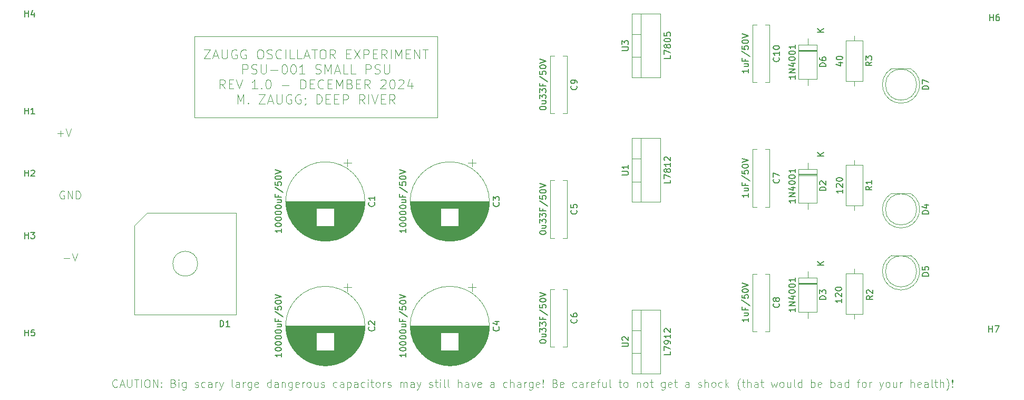
<source format=gbr>
%TF.GenerationSoftware,KiCad,Pcbnew,8.0.6*%
%TF.CreationDate,2024-12-15T12:14:17-05:00*%
%TF.ProjectId,SmallPSU,536d616c-6c50-4535-952e-6b696361645f,1.0*%
%TF.SameCoordinates,Original*%
%TF.FileFunction,Legend,Top*%
%TF.FilePolarity,Positive*%
%FSLAX46Y46*%
G04 Gerber Fmt 4.6, Leading zero omitted, Abs format (unit mm)*
G04 Created by KiCad (PCBNEW 8.0.6) date 2024-12-15 12:14:17*
%MOMM*%
%LPD*%
G01*
G04 APERTURE LIST*
%ADD10C,0.100000*%
%ADD11C,0.150000*%
%ADD12C,0.120000*%
G04 APERTURE END LIST*
D10*
X79988095Y-65096883D02*
X80940476Y-65096883D01*
X81357142Y-64323073D02*
X81773809Y-65573073D01*
X81773809Y-65573073D02*
X82190475Y-64323073D01*
X80047618Y-54382597D02*
X79928571Y-54323073D01*
X79928571Y-54323073D02*
X79749999Y-54323073D01*
X79749999Y-54323073D02*
X79571428Y-54382597D01*
X79571428Y-54382597D02*
X79452380Y-54501645D01*
X79452380Y-54501645D02*
X79392857Y-54620692D01*
X79392857Y-54620692D02*
X79333333Y-54858788D01*
X79333333Y-54858788D02*
X79333333Y-55037359D01*
X79333333Y-55037359D02*
X79392857Y-55275454D01*
X79392857Y-55275454D02*
X79452380Y-55394502D01*
X79452380Y-55394502D02*
X79571428Y-55513550D01*
X79571428Y-55513550D02*
X79749999Y-55573073D01*
X79749999Y-55573073D02*
X79869047Y-55573073D01*
X79869047Y-55573073D02*
X80047618Y-55513550D01*
X80047618Y-55513550D02*
X80107142Y-55454026D01*
X80107142Y-55454026D02*
X80107142Y-55037359D01*
X80107142Y-55037359D02*
X79869047Y-55037359D01*
X80642857Y-55573073D02*
X80642857Y-54323073D01*
X80642857Y-54323073D02*
X81357142Y-55573073D01*
X81357142Y-55573073D02*
X81357142Y-54323073D01*
X81952381Y-55573073D02*
X81952381Y-54323073D01*
X81952381Y-54323073D02*
X82250000Y-54323073D01*
X82250000Y-54323073D02*
X82428571Y-54382597D01*
X82428571Y-54382597D02*
X82547619Y-54501645D01*
X82547619Y-54501645D02*
X82607142Y-54620692D01*
X82607142Y-54620692D02*
X82666666Y-54858788D01*
X82666666Y-54858788D02*
X82666666Y-55037359D01*
X82666666Y-55037359D02*
X82607142Y-55275454D01*
X82607142Y-55275454D02*
X82547619Y-55394502D01*
X82547619Y-55394502D02*
X82428571Y-55513550D01*
X82428571Y-55513550D02*
X82250000Y-55573073D01*
X82250000Y-55573073D02*
X81952381Y-55573073D01*
X78988095Y-45096883D02*
X79940476Y-45096883D01*
X79464285Y-45573073D02*
X79464285Y-44620692D01*
X80357142Y-44323073D02*
X80773809Y-45573073D01*
X80773809Y-45573073D02*
X81190475Y-44323073D01*
X88577693Y-85722776D02*
X88518169Y-85782300D01*
X88518169Y-85782300D02*
X88339598Y-85841823D01*
X88339598Y-85841823D02*
X88220550Y-85841823D01*
X88220550Y-85841823D02*
X88041979Y-85782300D01*
X88041979Y-85782300D02*
X87922931Y-85663252D01*
X87922931Y-85663252D02*
X87863408Y-85544204D01*
X87863408Y-85544204D02*
X87803884Y-85306109D01*
X87803884Y-85306109D02*
X87803884Y-85127538D01*
X87803884Y-85127538D02*
X87863408Y-84889442D01*
X87863408Y-84889442D02*
X87922931Y-84770395D01*
X87922931Y-84770395D02*
X88041979Y-84651347D01*
X88041979Y-84651347D02*
X88220550Y-84591823D01*
X88220550Y-84591823D02*
X88339598Y-84591823D01*
X88339598Y-84591823D02*
X88518169Y-84651347D01*
X88518169Y-84651347D02*
X88577693Y-84710871D01*
X89053884Y-85484680D02*
X89649122Y-85484680D01*
X88934836Y-85841823D02*
X89351503Y-84591823D01*
X89351503Y-84591823D02*
X89768169Y-85841823D01*
X90184837Y-84591823D02*
X90184837Y-85603728D01*
X90184837Y-85603728D02*
X90244360Y-85722776D01*
X90244360Y-85722776D02*
X90303884Y-85782300D01*
X90303884Y-85782300D02*
X90422932Y-85841823D01*
X90422932Y-85841823D02*
X90661027Y-85841823D01*
X90661027Y-85841823D02*
X90780075Y-85782300D01*
X90780075Y-85782300D02*
X90839598Y-85722776D01*
X90839598Y-85722776D02*
X90899122Y-85603728D01*
X90899122Y-85603728D02*
X90899122Y-84591823D01*
X91315789Y-84591823D02*
X92030075Y-84591823D01*
X91672932Y-85841823D02*
X91672932Y-84591823D01*
X92446742Y-85841823D02*
X92446742Y-84591823D01*
X93280075Y-84591823D02*
X93518170Y-84591823D01*
X93518170Y-84591823D02*
X93637218Y-84651347D01*
X93637218Y-84651347D02*
X93756265Y-84770395D01*
X93756265Y-84770395D02*
X93815789Y-85008490D01*
X93815789Y-85008490D02*
X93815789Y-85425157D01*
X93815789Y-85425157D02*
X93756265Y-85663252D01*
X93756265Y-85663252D02*
X93637218Y-85782300D01*
X93637218Y-85782300D02*
X93518170Y-85841823D01*
X93518170Y-85841823D02*
X93280075Y-85841823D01*
X93280075Y-85841823D02*
X93161027Y-85782300D01*
X93161027Y-85782300D02*
X93041980Y-85663252D01*
X93041980Y-85663252D02*
X92982456Y-85425157D01*
X92982456Y-85425157D02*
X92982456Y-85008490D01*
X92982456Y-85008490D02*
X93041980Y-84770395D01*
X93041980Y-84770395D02*
X93161027Y-84651347D01*
X93161027Y-84651347D02*
X93280075Y-84591823D01*
X94351504Y-85841823D02*
X94351504Y-84591823D01*
X94351504Y-84591823D02*
X95065789Y-85841823D01*
X95065789Y-85841823D02*
X95065789Y-84591823D01*
X95661028Y-85722776D02*
X95720551Y-85782300D01*
X95720551Y-85782300D02*
X95661028Y-85841823D01*
X95661028Y-85841823D02*
X95601504Y-85782300D01*
X95601504Y-85782300D02*
X95661028Y-85722776D01*
X95661028Y-85722776D02*
X95661028Y-85841823D01*
X95661028Y-85068014D02*
X95720551Y-85127538D01*
X95720551Y-85127538D02*
X95661028Y-85187061D01*
X95661028Y-85187061D02*
X95601504Y-85127538D01*
X95601504Y-85127538D02*
X95661028Y-85068014D01*
X95661028Y-85068014D02*
X95661028Y-85187061D01*
X97625313Y-85187061D02*
X97803885Y-85246585D01*
X97803885Y-85246585D02*
X97863408Y-85306109D01*
X97863408Y-85306109D02*
X97922932Y-85425157D01*
X97922932Y-85425157D02*
X97922932Y-85603728D01*
X97922932Y-85603728D02*
X97863408Y-85722776D01*
X97863408Y-85722776D02*
X97803885Y-85782300D01*
X97803885Y-85782300D02*
X97684837Y-85841823D01*
X97684837Y-85841823D02*
X97208647Y-85841823D01*
X97208647Y-85841823D02*
X97208647Y-84591823D01*
X97208647Y-84591823D02*
X97625313Y-84591823D01*
X97625313Y-84591823D02*
X97744361Y-84651347D01*
X97744361Y-84651347D02*
X97803885Y-84710871D01*
X97803885Y-84710871D02*
X97863408Y-84829919D01*
X97863408Y-84829919D02*
X97863408Y-84948966D01*
X97863408Y-84948966D02*
X97803885Y-85068014D01*
X97803885Y-85068014D02*
X97744361Y-85127538D01*
X97744361Y-85127538D02*
X97625313Y-85187061D01*
X97625313Y-85187061D02*
X97208647Y-85187061D01*
X98458647Y-85841823D02*
X98458647Y-85008490D01*
X98458647Y-84591823D02*
X98399123Y-84651347D01*
X98399123Y-84651347D02*
X98458647Y-84710871D01*
X98458647Y-84710871D02*
X98518170Y-84651347D01*
X98518170Y-84651347D02*
X98458647Y-84591823D01*
X98458647Y-84591823D02*
X98458647Y-84710871D01*
X99589599Y-85008490D02*
X99589599Y-86020395D01*
X99589599Y-86020395D02*
X99530075Y-86139442D01*
X99530075Y-86139442D02*
X99470551Y-86198966D01*
X99470551Y-86198966D02*
X99351504Y-86258490D01*
X99351504Y-86258490D02*
X99172932Y-86258490D01*
X99172932Y-86258490D02*
X99053885Y-86198966D01*
X99589599Y-85782300D02*
X99470551Y-85841823D01*
X99470551Y-85841823D02*
X99232456Y-85841823D01*
X99232456Y-85841823D02*
X99113408Y-85782300D01*
X99113408Y-85782300D02*
X99053885Y-85722776D01*
X99053885Y-85722776D02*
X98994361Y-85603728D01*
X98994361Y-85603728D02*
X98994361Y-85246585D01*
X98994361Y-85246585D02*
X99053885Y-85127538D01*
X99053885Y-85127538D02*
X99113408Y-85068014D01*
X99113408Y-85068014D02*
X99232456Y-85008490D01*
X99232456Y-85008490D02*
X99470551Y-85008490D01*
X99470551Y-85008490D02*
X99589599Y-85068014D01*
X101077694Y-85782300D02*
X101196741Y-85841823D01*
X101196741Y-85841823D02*
X101434837Y-85841823D01*
X101434837Y-85841823D02*
X101553884Y-85782300D01*
X101553884Y-85782300D02*
X101613408Y-85663252D01*
X101613408Y-85663252D02*
X101613408Y-85603728D01*
X101613408Y-85603728D02*
X101553884Y-85484680D01*
X101553884Y-85484680D02*
X101434837Y-85425157D01*
X101434837Y-85425157D02*
X101256265Y-85425157D01*
X101256265Y-85425157D02*
X101137218Y-85365633D01*
X101137218Y-85365633D02*
X101077694Y-85246585D01*
X101077694Y-85246585D02*
X101077694Y-85187061D01*
X101077694Y-85187061D02*
X101137218Y-85068014D01*
X101137218Y-85068014D02*
X101256265Y-85008490D01*
X101256265Y-85008490D02*
X101434837Y-85008490D01*
X101434837Y-85008490D02*
X101553884Y-85068014D01*
X102684837Y-85782300D02*
X102565789Y-85841823D01*
X102565789Y-85841823D02*
X102327694Y-85841823D01*
X102327694Y-85841823D02*
X102208646Y-85782300D01*
X102208646Y-85782300D02*
X102149123Y-85722776D01*
X102149123Y-85722776D02*
X102089599Y-85603728D01*
X102089599Y-85603728D02*
X102089599Y-85246585D01*
X102089599Y-85246585D02*
X102149123Y-85127538D01*
X102149123Y-85127538D02*
X102208646Y-85068014D01*
X102208646Y-85068014D02*
X102327694Y-85008490D01*
X102327694Y-85008490D02*
X102565789Y-85008490D01*
X102565789Y-85008490D02*
X102684837Y-85068014D01*
X103756266Y-85841823D02*
X103756266Y-85187061D01*
X103756266Y-85187061D02*
X103696742Y-85068014D01*
X103696742Y-85068014D02*
X103577694Y-85008490D01*
X103577694Y-85008490D02*
X103339599Y-85008490D01*
X103339599Y-85008490D02*
X103220552Y-85068014D01*
X103756266Y-85782300D02*
X103637218Y-85841823D01*
X103637218Y-85841823D02*
X103339599Y-85841823D01*
X103339599Y-85841823D02*
X103220552Y-85782300D01*
X103220552Y-85782300D02*
X103161028Y-85663252D01*
X103161028Y-85663252D02*
X103161028Y-85544204D01*
X103161028Y-85544204D02*
X103220552Y-85425157D01*
X103220552Y-85425157D02*
X103339599Y-85365633D01*
X103339599Y-85365633D02*
X103637218Y-85365633D01*
X103637218Y-85365633D02*
X103756266Y-85306109D01*
X104351504Y-85841823D02*
X104351504Y-85008490D01*
X104351504Y-85246585D02*
X104411027Y-85127538D01*
X104411027Y-85127538D02*
X104470551Y-85068014D01*
X104470551Y-85068014D02*
X104589599Y-85008490D01*
X104589599Y-85008490D02*
X104708646Y-85008490D01*
X105006266Y-85008490D02*
X105303885Y-85841823D01*
X105601504Y-85008490D02*
X105303885Y-85841823D01*
X105303885Y-85841823D02*
X105184837Y-86139442D01*
X105184837Y-86139442D02*
X105125314Y-86198966D01*
X105125314Y-86198966D02*
X105006266Y-86258490D01*
X107208647Y-85841823D02*
X107089599Y-85782300D01*
X107089599Y-85782300D02*
X107030076Y-85663252D01*
X107030076Y-85663252D02*
X107030076Y-84591823D01*
X108220552Y-85841823D02*
X108220552Y-85187061D01*
X108220552Y-85187061D02*
X108161028Y-85068014D01*
X108161028Y-85068014D02*
X108041980Y-85008490D01*
X108041980Y-85008490D02*
X107803885Y-85008490D01*
X107803885Y-85008490D02*
X107684838Y-85068014D01*
X108220552Y-85782300D02*
X108101504Y-85841823D01*
X108101504Y-85841823D02*
X107803885Y-85841823D01*
X107803885Y-85841823D02*
X107684838Y-85782300D01*
X107684838Y-85782300D02*
X107625314Y-85663252D01*
X107625314Y-85663252D02*
X107625314Y-85544204D01*
X107625314Y-85544204D02*
X107684838Y-85425157D01*
X107684838Y-85425157D02*
X107803885Y-85365633D01*
X107803885Y-85365633D02*
X108101504Y-85365633D01*
X108101504Y-85365633D02*
X108220552Y-85306109D01*
X108815790Y-85841823D02*
X108815790Y-85008490D01*
X108815790Y-85246585D02*
X108875313Y-85127538D01*
X108875313Y-85127538D02*
X108934837Y-85068014D01*
X108934837Y-85068014D02*
X109053885Y-85008490D01*
X109053885Y-85008490D02*
X109172932Y-85008490D01*
X110125314Y-85008490D02*
X110125314Y-86020395D01*
X110125314Y-86020395D02*
X110065790Y-86139442D01*
X110065790Y-86139442D02*
X110006266Y-86198966D01*
X110006266Y-86198966D02*
X109887219Y-86258490D01*
X109887219Y-86258490D02*
X109708647Y-86258490D01*
X109708647Y-86258490D02*
X109589600Y-86198966D01*
X110125314Y-85782300D02*
X110006266Y-85841823D01*
X110006266Y-85841823D02*
X109768171Y-85841823D01*
X109768171Y-85841823D02*
X109649123Y-85782300D01*
X109649123Y-85782300D02*
X109589600Y-85722776D01*
X109589600Y-85722776D02*
X109530076Y-85603728D01*
X109530076Y-85603728D02*
X109530076Y-85246585D01*
X109530076Y-85246585D02*
X109589600Y-85127538D01*
X109589600Y-85127538D02*
X109649123Y-85068014D01*
X109649123Y-85068014D02*
X109768171Y-85008490D01*
X109768171Y-85008490D02*
X110006266Y-85008490D01*
X110006266Y-85008490D02*
X110125314Y-85068014D01*
X111196742Y-85782300D02*
X111077694Y-85841823D01*
X111077694Y-85841823D02*
X110839599Y-85841823D01*
X110839599Y-85841823D02*
X110720552Y-85782300D01*
X110720552Y-85782300D02*
X110661028Y-85663252D01*
X110661028Y-85663252D02*
X110661028Y-85187061D01*
X110661028Y-85187061D02*
X110720552Y-85068014D01*
X110720552Y-85068014D02*
X110839599Y-85008490D01*
X110839599Y-85008490D02*
X111077694Y-85008490D01*
X111077694Y-85008490D02*
X111196742Y-85068014D01*
X111196742Y-85068014D02*
X111256266Y-85187061D01*
X111256266Y-85187061D02*
X111256266Y-85306109D01*
X111256266Y-85306109D02*
X110661028Y-85425157D01*
X113280076Y-85841823D02*
X113280076Y-84591823D01*
X113280076Y-85782300D02*
X113161028Y-85841823D01*
X113161028Y-85841823D02*
X112922933Y-85841823D01*
X112922933Y-85841823D02*
X112803885Y-85782300D01*
X112803885Y-85782300D02*
X112744362Y-85722776D01*
X112744362Y-85722776D02*
X112684838Y-85603728D01*
X112684838Y-85603728D02*
X112684838Y-85246585D01*
X112684838Y-85246585D02*
X112744362Y-85127538D01*
X112744362Y-85127538D02*
X112803885Y-85068014D01*
X112803885Y-85068014D02*
X112922933Y-85008490D01*
X112922933Y-85008490D02*
X113161028Y-85008490D01*
X113161028Y-85008490D02*
X113280076Y-85068014D01*
X114411028Y-85841823D02*
X114411028Y-85187061D01*
X114411028Y-85187061D02*
X114351504Y-85068014D01*
X114351504Y-85068014D02*
X114232456Y-85008490D01*
X114232456Y-85008490D02*
X113994361Y-85008490D01*
X113994361Y-85008490D02*
X113875314Y-85068014D01*
X114411028Y-85782300D02*
X114291980Y-85841823D01*
X114291980Y-85841823D02*
X113994361Y-85841823D01*
X113994361Y-85841823D02*
X113875314Y-85782300D01*
X113875314Y-85782300D02*
X113815790Y-85663252D01*
X113815790Y-85663252D02*
X113815790Y-85544204D01*
X113815790Y-85544204D02*
X113875314Y-85425157D01*
X113875314Y-85425157D02*
X113994361Y-85365633D01*
X113994361Y-85365633D02*
X114291980Y-85365633D01*
X114291980Y-85365633D02*
X114411028Y-85306109D01*
X115006266Y-85008490D02*
X115006266Y-85841823D01*
X115006266Y-85127538D02*
X115065789Y-85068014D01*
X115065789Y-85068014D02*
X115184837Y-85008490D01*
X115184837Y-85008490D02*
X115363408Y-85008490D01*
X115363408Y-85008490D02*
X115482456Y-85068014D01*
X115482456Y-85068014D02*
X115541980Y-85187061D01*
X115541980Y-85187061D02*
X115541980Y-85841823D01*
X116672932Y-85008490D02*
X116672932Y-86020395D01*
X116672932Y-86020395D02*
X116613408Y-86139442D01*
X116613408Y-86139442D02*
X116553884Y-86198966D01*
X116553884Y-86198966D02*
X116434837Y-86258490D01*
X116434837Y-86258490D02*
X116256265Y-86258490D01*
X116256265Y-86258490D02*
X116137218Y-86198966D01*
X116672932Y-85782300D02*
X116553884Y-85841823D01*
X116553884Y-85841823D02*
X116315789Y-85841823D01*
X116315789Y-85841823D02*
X116196741Y-85782300D01*
X116196741Y-85782300D02*
X116137218Y-85722776D01*
X116137218Y-85722776D02*
X116077694Y-85603728D01*
X116077694Y-85603728D02*
X116077694Y-85246585D01*
X116077694Y-85246585D02*
X116137218Y-85127538D01*
X116137218Y-85127538D02*
X116196741Y-85068014D01*
X116196741Y-85068014D02*
X116315789Y-85008490D01*
X116315789Y-85008490D02*
X116553884Y-85008490D01*
X116553884Y-85008490D02*
X116672932Y-85068014D01*
X117744360Y-85782300D02*
X117625312Y-85841823D01*
X117625312Y-85841823D02*
X117387217Y-85841823D01*
X117387217Y-85841823D02*
X117268170Y-85782300D01*
X117268170Y-85782300D02*
X117208646Y-85663252D01*
X117208646Y-85663252D02*
X117208646Y-85187061D01*
X117208646Y-85187061D02*
X117268170Y-85068014D01*
X117268170Y-85068014D02*
X117387217Y-85008490D01*
X117387217Y-85008490D02*
X117625312Y-85008490D01*
X117625312Y-85008490D02*
X117744360Y-85068014D01*
X117744360Y-85068014D02*
X117803884Y-85187061D01*
X117803884Y-85187061D02*
X117803884Y-85306109D01*
X117803884Y-85306109D02*
X117208646Y-85425157D01*
X118339599Y-85841823D02*
X118339599Y-85008490D01*
X118339599Y-85246585D02*
X118399122Y-85127538D01*
X118399122Y-85127538D02*
X118458646Y-85068014D01*
X118458646Y-85068014D02*
X118577694Y-85008490D01*
X118577694Y-85008490D02*
X118696741Y-85008490D01*
X119291980Y-85841823D02*
X119172932Y-85782300D01*
X119172932Y-85782300D02*
X119113409Y-85722776D01*
X119113409Y-85722776D02*
X119053885Y-85603728D01*
X119053885Y-85603728D02*
X119053885Y-85246585D01*
X119053885Y-85246585D02*
X119113409Y-85127538D01*
X119113409Y-85127538D02*
X119172932Y-85068014D01*
X119172932Y-85068014D02*
X119291980Y-85008490D01*
X119291980Y-85008490D02*
X119470551Y-85008490D01*
X119470551Y-85008490D02*
X119589599Y-85068014D01*
X119589599Y-85068014D02*
X119649123Y-85127538D01*
X119649123Y-85127538D02*
X119708647Y-85246585D01*
X119708647Y-85246585D02*
X119708647Y-85603728D01*
X119708647Y-85603728D02*
X119649123Y-85722776D01*
X119649123Y-85722776D02*
X119589599Y-85782300D01*
X119589599Y-85782300D02*
X119470551Y-85841823D01*
X119470551Y-85841823D02*
X119291980Y-85841823D01*
X120780075Y-85008490D02*
X120780075Y-85841823D01*
X120244361Y-85008490D02*
X120244361Y-85663252D01*
X120244361Y-85663252D02*
X120303884Y-85782300D01*
X120303884Y-85782300D02*
X120422932Y-85841823D01*
X120422932Y-85841823D02*
X120601503Y-85841823D01*
X120601503Y-85841823D02*
X120720551Y-85782300D01*
X120720551Y-85782300D02*
X120780075Y-85722776D01*
X121315789Y-85782300D02*
X121434836Y-85841823D01*
X121434836Y-85841823D02*
X121672932Y-85841823D01*
X121672932Y-85841823D02*
X121791979Y-85782300D01*
X121791979Y-85782300D02*
X121851503Y-85663252D01*
X121851503Y-85663252D02*
X121851503Y-85603728D01*
X121851503Y-85603728D02*
X121791979Y-85484680D01*
X121791979Y-85484680D02*
X121672932Y-85425157D01*
X121672932Y-85425157D02*
X121494360Y-85425157D01*
X121494360Y-85425157D02*
X121375313Y-85365633D01*
X121375313Y-85365633D02*
X121315789Y-85246585D01*
X121315789Y-85246585D02*
X121315789Y-85187061D01*
X121315789Y-85187061D02*
X121375313Y-85068014D01*
X121375313Y-85068014D02*
X121494360Y-85008490D01*
X121494360Y-85008490D02*
X121672932Y-85008490D01*
X121672932Y-85008490D02*
X121791979Y-85068014D01*
X123875313Y-85782300D02*
X123756265Y-85841823D01*
X123756265Y-85841823D02*
X123518170Y-85841823D01*
X123518170Y-85841823D02*
X123399122Y-85782300D01*
X123399122Y-85782300D02*
X123339599Y-85722776D01*
X123339599Y-85722776D02*
X123280075Y-85603728D01*
X123280075Y-85603728D02*
X123280075Y-85246585D01*
X123280075Y-85246585D02*
X123339599Y-85127538D01*
X123339599Y-85127538D02*
X123399122Y-85068014D01*
X123399122Y-85068014D02*
X123518170Y-85008490D01*
X123518170Y-85008490D02*
X123756265Y-85008490D01*
X123756265Y-85008490D02*
X123875313Y-85068014D01*
X124946742Y-85841823D02*
X124946742Y-85187061D01*
X124946742Y-85187061D02*
X124887218Y-85068014D01*
X124887218Y-85068014D02*
X124768170Y-85008490D01*
X124768170Y-85008490D02*
X124530075Y-85008490D01*
X124530075Y-85008490D02*
X124411028Y-85068014D01*
X124946742Y-85782300D02*
X124827694Y-85841823D01*
X124827694Y-85841823D02*
X124530075Y-85841823D01*
X124530075Y-85841823D02*
X124411028Y-85782300D01*
X124411028Y-85782300D02*
X124351504Y-85663252D01*
X124351504Y-85663252D02*
X124351504Y-85544204D01*
X124351504Y-85544204D02*
X124411028Y-85425157D01*
X124411028Y-85425157D02*
X124530075Y-85365633D01*
X124530075Y-85365633D02*
X124827694Y-85365633D01*
X124827694Y-85365633D02*
X124946742Y-85306109D01*
X125541980Y-85008490D02*
X125541980Y-86258490D01*
X125541980Y-85068014D02*
X125661027Y-85008490D01*
X125661027Y-85008490D02*
X125899122Y-85008490D01*
X125899122Y-85008490D02*
X126018170Y-85068014D01*
X126018170Y-85068014D02*
X126077694Y-85127538D01*
X126077694Y-85127538D02*
X126137218Y-85246585D01*
X126137218Y-85246585D02*
X126137218Y-85603728D01*
X126137218Y-85603728D02*
X126077694Y-85722776D01*
X126077694Y-85722776D02*
X126018170Y-85782300D01*
X126018170Y-85782300D02*
X125899122Y-85841823D01*
X125899122Y-85841823D02*
X125661027Y-85841823D01*
X125661027Y-85841823D02*
X125541980Y-85782300D01*
X127208646Y-85841823D02*
X127208646Y-85187061D01*
X127208646Y-85187061D02*
X127149122Y-85068014D01*
X127149122Y-85068014D02*
X127030074Y-85008490D01*
X127030074Y-85008490D02*
X126791979Y-85008490D01*
X126791979Y-85008490D02*
X126672932Y-85068014D01*
X127208646Y-85782300D02*
X127089598Y-85841823D01*
X127089598Y-85841823D02*
X126791979Y-85841823D01*
X126791979Y-85841823D02*
X126672932Y-85782300D01*
X126672932Y-85782300D02*
X126613408Y-85663252D01*
X126613408Y-85663252D02*
X126613408Y-85544204D01*
X126613408Y-85544204D02*
X126672932Y-85425157D01*
X126672932Y-85425157D02*
X126791979Y-85365633D01*
X126791979Y-85365633D02*
X127089598Y-85365633D01*
X127089598Y-85365633D02*
X127208646Y-85306109D01*
X128339598Y-85782300D02*
X128220550Y-85841823D01*
X128220550Y-85841823D02*
X127982455Y-85841823D01*
X127982455Y-85841823D02*
X127863407Y-85782300D01*
X127863407Y-85782300D02*
X127803884Y-85722776D01*
X127803884Y-85722776D02*
X127744360Y-85603728D01*
X127744360Y-85603728D02*
X127744360Y-85246585D01*
X127744360Y-85246585D02*
X127803884Y-85127538D01*
X127803884Y-85127538D02*
X127863407Y-85068014D01*
X127863407Y-85068014D02*
X127982455Y-85008490D01*
X127982455Y-85008490D02*
X128220550Y-85008490D01*
X128220550Y-85008490D02*
X128339598Y-85068014D01*
X128875313Y-85841823D02*
X128875313Y-85008490D01*
X128875313Y-84591823D02*
X128815789Y-84651347D01*
X128815789Y-84651347D02*
X128875313Y-84710871D01*
X128875313Y-84710871D02*
X128934836Y-84651347D01*
X128934836Y-84651347D02*
X128875313Y-84591823D01*
X128875313Y-84591823D02*
X128875313Y-84710871D01*
X129291979Y-85008490D02*
X129768170Y-85008490D01*
X129470551Y-84591823D02*
X129470551Y-85663252D01*
X129470551Y-85663252D02*
X129530074Y-85782300D01*
X129530074Y-85782300D02*
X129649122Y-85841823D01*
X129649122Y-85841823D02*
X129768170Y-85841823D01*
X130363408Y-85841823D02*
X130244360Y-85782300D01*
X130244360Y-85782300D02*
X130184837Y-85722776D01*
X130184837Y-85722776D02*
X130125313Y-85603728D01*
X130125313Y-85603728D02*
X130125313Y-85246585D01*
X130125313Y-85246585D02*
X130184837Y-85127538D01*
X130184837Y-85127538D02*
X130244360Y-85068014D01*
X130244360Y-85068014D02*
X130363408Y-85008490D01*
X130363408Y-85008490D02*
X130541979Y-85008490D01*
X130541979Y-85008490D02*
X130661027Y-85068014D01*
X130661027Y-85068014D02*
X130720551Y-85127538D01*
X130720551Y-85127538D02*
X130780075Y-85246585D01*
X130780075Y-85246585D02*
X130780075Y-85603728D01*
X130780075Y-85603728D02*
X130720551Y-85722776D01*
X130720551Y-85722776D02*
X130661027Y-85782300D01*
X130661027Y-85782300D02*
X130541979Y-85841823D01*
X130541979Y-85841823D02*
X130363408Y-85841823D01*
X131315789Y-85841823D02*
X131315789Y-85008490D01*
X131315789Y-85246585D02*
X131375312Y-85127538D01*
X131375312Y-85127538D02*
X131434836Y-85068014D01*
X131434836Y-85068014D02*
X131553884Y-85008490D01*
X131553884Y-85008490D02*
X131672931Y-85008490D01*
X132030075Y-85782300D02*
X132149122Y-85841823D01*
X132149122Y-85841823D02*
X132387218Y-85841823D01*
X132387218Y-85841823D02*
X132506265Y-85782300D01*
X132506265Y-85782300D02*
X132565789Y-85663252D01*
X132565789Y-85663252D02*
X132565789Y-85603728D01*
X132565789Y-85603728D02*
X132506265Y-85484680D01*
X132506265Y-85484680D02*
X132387218Y-85425157D01*
X132387218Y-85425157D02*
X132208646Y-85425157D01*
X132208646Y-85425157D02*
X132089599Y-85365633D01*
X132089599Y-85365633D02*
X132030075Y-85246585D01*
X132030075Y-85246585D02*
X132030075Y-85187061D01*
X132030075Y-85187061D02*
X132089599Y-85068014D01*
X132089599Y-85068014D02*
X132208646Y-85008490D01*
X132208646Y-85008490D02*
X132387218Y-85008490D01*
X132387218Y-85008490D02*
X132506265Y-85068014D01*
X134053885Y-85841823D02*
X134053885Y-85008490D01*
X134053885Y-85127538D02*
X134113408Y-85068014D01*
X134113408Y-85068014D02*
X134232456Y-85008490D01*
X134232456Y-85008490D02*
X134411027Y-85008490D01*
X134411027Y-85008490D02*
X134530075Y-85068014D01*
X134530075Y-85068014D02*
X134589599Y-85187061D01*
X134589599Y-85187061D02*
X134589599Y-85841823D01*
X134589599Y-85187061D02*
X134649123Y-85068014D01*
X134649123Y-85068014D02*
X134768170Y-85008490D01*
X134768170Y-85008490D02*
X134946742Y-85008490D01*
X134946742Y-85008490D02*
X135065789Y-85068014D01*
X135065789Y-85068014D02*
X135125313Y-85187061D01*
X135125313Y-85187061D02*
X135125313Y-85841823D01*
X136256266Y-85841823D02*
X136256266Y-85187061D01*
X136256266Y-85187061D02*
X136196742Y-85068014D01*
X136196742Y-85068014D02*
X136077694Y-85008490D01*
X136077694Y-85008490D02*
X135839599Y-85008490D01*
X135839599Y-85008490D02*
X135720552Y-85068014D01*
X136256266Y-85782300D02*
X136137218Y-85841823D01*
X136137218Y-85841823D02*
X135839599Y-85841823D01*
X135839599Y-85841823D02*
X135720552Y-85782300D01*
X135720552Y-85782300D02*
X135661028Y-85663252D01*
X135661028Y-85663252D02*
X135661028Y-85544204D01*
X135661028Y-85544204D02*
X135720552Y-85425157D01*
X135720552Y-85425157D02*
X135839599Y-85365633D01*
X135839599Y-85365633D02*
X136137218Y-85365633D01*
X136137218Y-85365633D02*
X136256266Y-85306109D01*
X136732456Y-85008490D02*
X137030075Y-85841823D01*
X137327694Y-85008490D02*
X137030075Y-85841823D01*
X137030075Y-85841823D02*
X136911027Y-86139442D01*
X136911027Y-86139442D02*
X136851504Y-86198966D01*
X136851504Y-86198966D02*
X136732456Y-86258490D01*
X138696742Y-85782300D02*
X138815789Y-85841823D01*
X138815789Y-85841823D02*
X139053885Y-85841823D01*
X139053885Y-85841823D02*
X139172932Y-85782300D01*
X139172932Y-85782300D02*
X139232456Y-85663252D01*
X139232456Y-85663252D02*
X139232456Y-85603728D01*
X139232456Y-85603728D02*
X139172932Y-85484680D01*
X139172932Y-85484680D02*
X139053885Y-85425157D01*
X139053885Y-85425157D02*
X138875313Y-85425157D01*
X138875313Y-85425157D02*
X138756266Y-85365633D01*
X138756266Y-85365633D02*
X138696742Y-85246585D01*
X138696742Y-85246585D02*
X138696742Y-85187061D01*
X138696742Y-85187061D02*
X138756266Y-85068014D01*
X138756266Y-85068014D02*
X138875313Y-85008490D01*
X138875313Y-85008490D02*
X139053885Y-85008490D01*
X139053885Y-85008490D02*
X139172932Y-85068014D01*
X139589599Y-85008490D02*
X140065790Y-85008490D01*
X139768171Y-84591823D02*
X139768171Y-85663252D01*
X139768171Y-85663252D02*
X139827694Y-85782300D01*
X139827694Y-85782300D02*
X139946742Y-85841823D01*
X139946742Y-85841823D02*
X140065790Y-85841823D01*
X140482457Y-85841823D02*
X140482457Y-85008490D01*
X140482457Y-84591823D02*
X140422933Y-84651347D01*
X140422933Y-84651347D02*
X140482457Y-84710871D01*
X140482457Y-84710871D02*
X140541980Y-84651347D01*
X140541980Y-84651347D02*
X140482457Y-84591823D01*
X140482457Y-84591823D02*
X140482457Y-84710871D01*
X141256266Y-85841823D02*
X141137218Y-85782300D01*
X141137218Y-85782300D02*
X141077695Y-85663252D01*
X141077695Y-85663252D02*
X141077695Y-84591823D01*
X141911028Y-85841823D02*
X141791980Y-85782300D01*
X141791980Y-85782300D02*
X141732457Y-85663252D01*
X141732457Y-85663252D02*
X141732457Y-84591823D01*
X143339600Y-85841823D02*
X143339600Y-84591823D01*
X143875314Y-85841823D02*
X143875314Y-85187061D01*
X143875314Y-85187061D02*
X143815790Y-85068014D01*
X143815790Y-85068014D02*
X143696742Y-85008490D01*
X143696742Y-85008490D02*
X143518171Y-85008490D01*
X143518171Y-85008490D02*
X143399123Y-85068014D01*
X143399123Y-85068014D02*
X143339600Y-85127538D01*
X145006266Y-85841823D02*
X145006266Y-85187061D01*
X145006266Y-85187061D02*
X144946742Y-85068014D01*
X144946742Y-85068014D02*
X144827694Y-85008490D01*
X144827694Y-85008490D02*
X144589599Y-85008490D01*
X144589599Y-85008490D02*
X144470552Y-85068014D01*
X145006266Y-85782300D02*
X144887218Y-85841823D01*
X144887218Y-85841823D02*
X144589599Y-85841823D01*
X144589599Y-85841823D02*
X144470552Y-85782300D01*
X144470552Y-85782300D02*
X144411028Y-85663252D01*
X144411028Y-85663252D02*
X144411028Y-85544204D01*
X144411028Y-85544204D02*
X144470552Y-85425157D01*
X144470552Y-85425157D02*
X144589599Y-85365633D01*
X144589599Y-85365633D02*
X144887218Y-85365633D01*
X144887218Y-85365633D02*
X145006266Y-85306109D01*
X145482456Y-85008490D02*
X145780075Y-85841823D01*
X145780075Y-85841823D02*
X146077694Y-85008490D01*
X147030075Y-85782300D02*
X146911027Y-85841823D01*
X146911027Y-85841823D02*
X146672932Y-85841823D01*
X146672932Y-85841823D02*
X146553885Y-85782300D01*
X146553885Y-85782300D02*
X146494361Y-85663252D01*
X146494361Y-85663252D02*
X146494361Y-85187061D01*
X146494361Y-85187061D02*
X146553885Y-85068014D01*
X146553885Y-85068014D02*
X146672932Y-85008490D01*
X146672932Y-85008490D02*
X146911027Y-85008490D01*
X146911027Y-85008490D02*
X147030075Y-85068014D01*
X147030075Y-85068014D02*
X147089599Y-85187061D01*
X147089599Y-85187061D02*
X147089599Y-85306109D01*
X147089599Y-85306109D02*
X146494361Y-85425157D01*
X149113409Y-85841823D02*
X149113409Y-85187061D01*
X149113409Y-85187061D02*
X149053885Y-85068014D01*
X149053885Y-85068014D02*
X148934837Y-85008490D01*
X148934837Y-85008490D02*
X148696742Y-85008490D01*
X148696742Y-85008490D02*
X148577695Y-85068014D01*
X149113409Y-85782300D02*
X148994361Y-85841823D01*
X148994361Y-85841823D02*
X148696742Y-85841823D01*
X148696742Y-85841823D02*
X148577695Y-85782300D01*
X148577695Y-85782300D02*
X148518171Y-85663252D01*
X148518171Y-85663252D02*
X148518171Y-85544204D01*
X148518171Y-85544204D02*
X148577695Y-85425157D01*
X148577695Y-85425157D02*
X148696742Y-85365633D01*
X148696742Y-85365633D02*
X148994361Y-85365633D01*
X148994361Y-85365633D02*
X149113409Y-85306109D01*
X151196742Y-85782300D02*
X151077694Y-85841823D01*
X151077694Y-85841823D02*
X150839599Y-85841823D01*
X150839599Y-85841823D02*
X150720551Y-85782300D01*
X150720551Y-85782300D02*
X150661028Y-85722776D01*
X150661028Y-85722776D02*
X150601504Y-85603728D01*
X150601504Y-85603728D02*
X150601504Y-85246585D01*
X150601504Y-85246585D02*
X150661028Y-85127538D01*
X150661028Y-85127538D02*
X150720551Y-85068014D01*
X150720551Y-85068014D02*
X150839599Y-85008490D01*
X150839599Y-85008490D02*
X151077694Y-85008490D01*
X151077694Y-85008490D02*
X151196742Y-85068014D01*
X151732457Y-85841823D02*
X151732457Y-84591823D01*
X152268171Y-85841823D02*
X152268171Y-85187061D01*
X152268171Y-85187061D02*
X152208647Y-85068014D01*
X152208647Y-85068014D02*
X152089599Y-85008490D01*
X152089599Y-85008490D02*
X151911028Y-85008490D01*
X151911028Y-85008490D02*
X151791980Y-85068014D01*
X151791980Y-85068014D02*
X151732457Y-85127538D01*
X153399123Y-85841823D02*
X153399123Y-85187061D01*
X153399123Y-85187061D02*
X153339599Y-85068014D01*
X153339599Y-85068014D02*
X153220551Y-85008490D01*
X153220551Y-85008490D02*
X152982456Y-85008490D01*
X152982456Y-85008490D02*
X152863409Y-85068014D01*
X153399123Y-85782300D02*
X153280075Y-85841823D01*
X153280075Y-85841823D02*
X152982456Y-85841823D01*
X152982456Y-85841823D02*
X152863409Y-85782300D01*
X152863409Y-85782300D02*
X152803885Y-85663252D01*
X152803885Y-85663252D02*
X152803885Y-85544204D01*
X152803885Y-85544204D02*
X152863409Y-85425157D01*
X152863409Y-85425157D02*
X152982456Y-85365633D01*
X152982456Y-85365633D02*
X153280075Y-85365633D01*
X153280075Y-85365633D02*
X153399123Y-85306109D01*
X153994361Y-85841823D02*
X153994361Y-85008490D01*
X153994361Y-85246585D02*
X154053884Y-85127538D01*
X154053884Y-85127538D02*
X154113408Y-85068014D01*
X154113408Y-85068014D02*
X154232456Y-85008490D01*
X154232456Y-85008490D02*
X154351503Y-85008490D01*
X155303885Y-85008490D02*
X155303885Y-86020395D01*
X155303885Y-86020395D02*
X155244361Y-86139442D01*
X155244361Y-86139442D02*
X155184837Y-86198966D01*
X155184837Y-86198966D02*
X155065790Y-86258490D01*
X155065790Y-86258490D02*
X154887218Y-86258490D01*
X154887218Y-86258490D02*
X154768171Y-86198966D01*
X155303885Y-85782300D02*
X155184837Y-85841823D01*
X155184837Y-85841823D02*
X154946742Y-85841823D01*
X154946742Y-85841823D02*
X154827694Y-85782300D01*
X154827694Y-85782300D02*
X154768171Y-85722776D01*
X154768171Y-85722776D02*
X154708647Y-85603728D01*
X154708647Y-85603728D02*
X154708647Y-85246585D01*
X154708647Y-85246585D02*
X154768171Y-85127538D01*
X154768171Y-85127538D02*
X154827694Y-85068014D01*
X154827694Y-85068014D02*
X154946742Y-85008490D01*
X154946742Y-85008490D02*
X155184837Y-85008490D01*
X155184837Y-85008490D02*
X155303885Y-85068014D01*
X156375313Y-85782300D02*
X156256265Y-85841823D01*
X156256265Y-85841823D02*
X156018170Y-85841823D01*
X156018170Y-85841823D02*
X155899123Y-85782300D01*
X155899123Y-85782300D02*
X155839599Y-85663252D01*
X155839599Y-85663252D02*
X155839599Y-85187061D01*
X155839599Y-85187061D02*
X155899123Y-85068014D01*
X155899123Y-85068014D02*
X156018170Y-85008490D01*
X156018170Y-85008490D02*
X156256265Y-85008490D01*
X156256265Y-85008490D02*
X156375313Y-85068014D01*
X156375313Y-85068014D02*
X156434837Y-85187061D01*
X156434837Y-85187061D02*
X156434837Y-85306109D01*
X156434837Y-85306109D02*
X155839599Y-85425157D01*
X156970552Y-85722776D02*
X157030075Y-85782300D01*
X157030075Y-85782300D02*
X156970552Y-85841823D01*
X156970552Y-85841823D02*
X156911028Y-85782300D01*
X156911028Y-85782300D02*
X156970552Y-85722776D01*
X156970552Y-85722776D02*
X156970552Y-85841823D01*
X156970552Y-85365633D02*
X156911028Y-84651347D01*
X156911028Y-84651347D02*
X156970552Y-84591823D01*
X156970552Y-84591823D02*
X157030075Y-84651347D01*
X157030075Y-84651347D02*
X156970552Y-85365633D01*
X156970552Y-85365633D02*
X156970552Y-84591823D01*
X158934837Y-85187061D02*
X159113409Y-85246585D01*
X159113409Y-85246585D02*
X159172932Y-85306109D01*
X159172932Y-85306109D02*
X159232456Y-85425157D01*
X159232456Y-85425157D02*
X159232456Y-85603728D01*
X159232456Y-85603728D02*
X159172932Y-85722776D01*
X159172932Y-85722776D02*
X159113409Y-85782300D01*
X159113409Y-85782300D02*
X158994361Y-85841823D01*
X158994361Y-85841823D02*
X158518171Y-85841823D01*
X158518171Y-85841823D02*
X158518171Y-84591823D01*
X158518171Y-84591823D02*
X158934837Y-84591823D01*
X158934837Y-84591823D02*
X159053885Y-84651347D01*
X159053885Y-84651347D02*
X159113409Y-84710871D01*
X159113409Y-84710871D02*
X159172932Y-84829919D01*
X159172932Y-84829919D02*
X159172932Y-84948966D01*
X159172932Y-84948966D02*
X159113409Y-85068014D01*
X159113409Y-85068014D02*
X159053885Y-85127538D01*
X159053885Y-85127538D02*
X158934837Y-85187061D01*
X158934837Y-85187061D02*
X158518171Y-85187061D01*
X160244361Y-85782300D02*
X160125313Y-85841823D01*
X160125313Y-85841823D02*
X159887218Y-85841823D01*
X159887218Y-85841823D02*
X159768171Y-85782300D01*
X159768171Y-85782300D02*
X159708647Y-85663252D01*
X159708647Y-85663252D02*
X159708647Y-85187061D01*
X159708647Y-85187061D02*
X159768171Y-85068014D01*
X159768171Y-85068014D02*
X159887218Y-85008490D01*
X159887218Y-85008490D02*
X160125313Y-85008490D01*
X160125313Y-85008490D02*
X160244361Y-85068014D01*
X160244361Y-85068014D02*
X160303885Y-85187061D01*
X160303885Y-85187061D02*
X160303885Y-85306109D01*
X160303885Y-85306109D02*
X159708647Y-85425157D01*
X162327695Y-85782300D02*
X162208647Y-85841823D01*
X162208647Y-85841823D02*
X161970552Y-85841823D01*
X161970552Y-85841823D02*
X161851504Y-85782300D01*
X161851504Y-85782300D02*
X161791981Y-85722776D01*
X161791981Y-85722776D02*
X161732457Y-85603728D01*
X161732457Y-85603728D02*
X161732457Y-85246585D01*
X161732457Y-85246585D02*
X161791981Y-85127538D01*
X161791981Y-85127538D02*
X161851504Y-85068014D01*
X161851504Y-85068014D02*
X161970552Y-85008490D01*
X161970552Y-85008490D02*
X162208647Y-85008490D01*
X162208647Y-85008490D02*
X162327695Y-85068014D01*
X163399124Y-85841823D02*
X163399124Y-85187061D01*
X163399124Y-85187061D02*
X163339600Y-85068014D01*
X163339600Y-85068014D02*
X163220552Y-85008490D01*
X163220552Y-85008490D02*
X162982457Y-85008490D01*
X162982457Y-85008490D02*
X162863410Y-85068014D01*
X163399124Y-85782300D02*
X163280076Y-85841823D01*
X163280076Y-85841823D02*
X162982457Y-85841823D01*
X162982457Y-85841823D02*
X162863410Y-85782300D01*
X162863410Y-85782300D02*
X162803886Y-85663252D01*
X162803886Y-85663252D02*
X162803886Y-85544204D01*
X162803886Y-85544204D02*
X162863410Y-85425157D01*
X162863410Y-85425157D02*
X162982457Y-85365633D01*
X162982457Y-85365633D02*
X163280076Y-85365633D01*
X163280076Y-85365633D02*
X163399124Y-85306109D01*
X163994362Y-85841823D02*
X163994362Y-85008490D01*
X163994362Y-85246585D02*
X164053885Y-85127538D01*
X164053885Y-85127538D02*
X164113409Y-85068014D01*
X164113409Y-85068014D02*
X164232457Y-85008490D01*
X164232457Y-85008490D02*
X164351504Y-85008490D01*
X165244362Y-85782300D02*
X165125314Y-85841823D01*
X165125314Y-85841823D02*
X164887219Y-85841823D01*
X164887219Y-85841823D02*
X164768172Y-85782300D01*
X164768172Y-85782300D02*
X164708648Y-85663252D01*
X164708648Y-85663252D02*
X164708648Y-85187061D01*
X164708648Y-85187061D02*
X164768172Y-85068014D01*
X164768172Y-85068014D02*
X164887219Y-85008490D01*
X164887219Y-85008490D02*
X165125314Y-85008490D01*
X165125314Y-85008490D02*
X165244362Y-85068014D01*
X165244362Y-85068014D02*
X165303886Y-85187061D01*
X165303886Y-85187061D02*
X165303886Y-85306109D01*
X165303886Y-85306109D02*
X164708648Y-85425157D01*
X165661029Y-85008490D02*
X166137220Y-85008490D01*
X165839601Y-85841823D02*
X165839601Y-84770395D01*
X165839601Y-84770395D02*
X165899124Y-84651347D01*
X165899124Y-84651347D02*
X166018172Y-84591823D01*
X166018172Y-84591823D02*
X166137220Y-84591823D01*
X167089601Y-85008490D02*
X167089601Y-85841823D01*
X166553887Y-85008490D02*
X166553887Y-85663252D01*
X166553887Y-85663252D02*
X166613410Y-85782300D01*
X166613410Y-85782300D02*
X166732458Y-85841823D01*
X166732458Y-85841823D02*
X166911029Y-85841823D01*
X166911029Y-85841823D02*
X167030077Y-85782300D01*
X167030077Y-85782300D02*
X167089601Y-85722776D01*
X167863410Y-85841823D02*
X167744362Y-85782300D01*
X167744362Y-85782300D02*
X167684839Y-85663252D01*
X167684839Y-85663252D02*
X167684839Y-84591823D01*
X169113410Y-85008490D02*
X169589601Y-85008490D01*
X169291982Y-84591823D02*
X169291982Y-85663252D01*
X169291982Y-85663252D02*
X169351505Y-85782300D01*
X169351505Y-85782300D02*
X169470553Y-85841823D01*
X169470553Y-85841823D02*
X169589601Y-85841823D01*
X170184839Y-85841823D02*
X170065791Y-85782300D01*
X170065791Y-85782300D02*
X170006268Y-85722776D01*
X170006268Y-85722776D02*
X169946744Y-85603728D01*
X169946744Y-85603728D02*
X169946744Y-85246585D01*
X169946744Y-85246585D02*
X170006268Y-85127538D01*
X170006268Y-85127538D02*
X170065791Y-85068014D01*
X170065791Y-85068014D02*
X170184839Y-85008490D01*
X170184839Y-85008490D02*
X170363410Y-85008490D01*
X170363410Y-85008490D02*
X170482458Y-85068014D01*
X170482458Y-85068014D02*
X170541982Y-85127538D01*
X170541982Y-85127538D02*
X170601506Y-85246585D01*
X170601506Y-85246585D02*
X170601506Y-85603728D01*
X170601506Y-85603728D02*
X170541982Y-85722776D01*
X170541982Y-85722776D02*
X170482458Y-85782300D01*
X170482458Y-85782300D02*
X170363410Y-85841823D01*
X170363410Y-85841823D02*
X170184839Y-85841823D01*
X172089601Y-85008490D02*
X172089601Y-85841823D01*
X172089601Y-85127538D02*
X172149124Y-85068014D01*
X172149124Y-85068014D02*
X172268172Y-85008490D01*
X172268172Y-85008490D02*
X172446743Y-85008490D01*
X172446743Y-85008490D02*
X172565791Y-85068014D01*
X172565791Y-85068014D02*
X172625315Y-85187061D01*
X172625315Y-85187061D02*
X172625315Y-85841823D01*
X173399124Y-85841823D02*
X173280076Y-85782300D01*
X173280076Y-85782300D02*
X173220553Y-85722776D01*
X173220553Y-85722776D02*
X173161029Y-85603728D01*
X173161029Y-85603728D02*
X173161029Y-85246585D01*
X173161029Y-85246585D02*
X173220553Y-85127538D01*
X173220553Y-85127538D02*
X173280076Y-85068014D01*
X173280076Y-85068014D02*
X173399124Y-85008490D01*
X173399124Y-85008490D02*
X173577695Y-85008490D01*
X173577695Y-85008490D02*
X173696743Y-85068014D01*
X173696743Y-85068014D02*
X173756267Y-85127538D01*
X173756267Y-85127538D02*
X173815791Y-85246585D01*
X173815791Y-85246585D02*
X173815791Y-85603728D01*
X173815791Y-85603728D02*
X173756267Y-85722776D01*
X173756267Y-85722776D02*
X173696743Y-85782300D01*
X173696743Y-85782300D02*
X173577695Y-85841823D01*
X173577695Y-85841823D02*
X173399124Y-85841823D01*
X174172933Y-85008490D02*
X174649124Y-85008490D01*
X174351505Y-84591823D02*
X174351505Y-85663252D01*
X174351505Y-85663252D02*
X174411028Y-85782300D01*
X174411028Y-85782300D02*
X174530076Y-85841823D01*
X174530076Y-85841823D02*
X174649124Y-85841823D01*
X176553886Y-85008490D02*
X176553886Y-86020395D01*
X176553886Y-86020395D02*
X176494362Y-86139442D01*
X176494362Y-86139442D02*
X176434838Y-86198966D01*
X176434838Y-86198966D02*
X176315791Y-86258490D01*
X176315791Y-86258490D02*
X176137219Y-86258490D01*
X176137219Y-86258490D02*
X176018172Y-86198966D01*
X176553886Y-85782300D02*
X176434838Y-85841823D01*
X176434838Y-85841823D02*
X176196743Y-85841823D01*
X176196743Y-85841823D02*
X176077695Y-85782300D01*
X176077695Y-85782300D02*
X176018172Y-85722776D01*
X176018172Y-85722776D02*
X175958648Y-85603728D01*
X175958648Y-85603728D02*
X175958648Y-85246585D01*
X175958648Y-85246585D02*
X176018172Y-85127538D01*
X176018172Y-85127538D02*
X176077695Y-85068014D01*
X176077695Y-85068014D02*
X176196743Y-85008490D01*
X176196743Y-85008490D02*
X176434838Y-85008490D01*
X176434838Y-85008490D02*
X176553886Y-85068014D01*
X177625314Y-85782300D02*
X177506266Y-85841823D01*
X177506266Y-85841823D02*
X177268171Y-85841823D01*
X177268171Y-85841823D02*
X177149124Y-85782300D01*
X177149124Y-85782300D02*
X177089600Y-85663252D01*
X177089600Y-85663252D02*
X177089600Y-85187061D01*
X177089600Y-85187061D02*
X177149124Y-85068014D01*
X177149124Y-85068014D02*
X177268171Y-85008490D01*
X177268171Y-85008490D02*
X177506266Y-85008490D01*
X177506266Y-85008490D02*
X177625314Y-85068014D01*
X177625314Y-85068014D02*
X177684838Y-85187061D01*
X177684838Y-85187061D02*
X177684838Y-85306109D01*
X177684838Y-85306109D02*
X177089600Y-85425157D01*
X178041981Y-85008490D02*
X178518172Y-85008490D01*
X178220553Y-84591823D02*
X178220553Y-85663252D01*
X178220553Y-85663252D02*
X178280076Y-85782300D01*
X178280076Y-85782300D02*
X178399124Y-85841823D01*
X178399124Y-85841823D02*
X178518172Y-85841823D01*
X180422934Y-85841823D02*
X180422934Y-85187061D01*
X180422934Y-85187061D02*
X180363410Y-85068014D01*
X180363410Y-85068014D02*
X180244362Y-85008490D01*
X180244362Y-85008490D02*
X180006267Y-85008490D01*
X180006267Y-85008490D02*
X179887220Y-85068014D01*
X180422934Y-85782300D02*
X180303886Y-85841823D01*
X180303886Y-85841823D02*
X180006267Y-85841823D01*
X180006267Y-85841823D02*
X179887220Y-85782300D01*
X179887220Y-85782300D02*
X179827696Y-85663252D01*
X179827696Y-85663252D02*
X179827696Y-85544204D01*
X179827696Y-85544204D02*
X179887220Y-85425157D01*
X179887220Y-85425157D02*
X180006267Y-85365633D01*
X180006267Y-85365633D02*
X180303886Y-85365633D01*
X180303886Y-85365633D02*
X180422934Y-85306109D01*
X181911029Y-85782300D02*
X182030076Y-85841823D01*
X182030076Y-85841823D02*
X182268172Y-85841823D01*
X182268172Y-85841823D02*
X182387219Y-85782300D01*
X182387219Y-85782300D02*
X182446743Y-85663252D01*
X182446743Y-85663252D02*
X182446743Y-85603728D01*
X182446743Y-85603728D02*
X182387219Y-85484680D01*
X182387219Y-85484680D02*
X182268172Y-85425157D01*
X182268172Y-85425157D02*
X182089600Y-85425157D01*
X182089600Y-85425157D02*
X181970553Y-85365633D01*
X181970553Y-85365633D02*
X181911029Y-85246585D01*
X181911029Y-85246585D02*
X181911029Y-85187061D01*
X181911029Y-85187061D02*
X181970553Y-85068014D01*
X181970553Y-85068014D02*
X182089600Y-85008490D01*
X182089600Y-85008490D02*
X182268172Y-85008490D01*
X182268172Y-85008490D02*
X182387219Y-85068014D01*
X182982458Y-85841823D02*
X182982458Y-84591823D01*
X183518172Y-85841823D02*
X183518172Y-85187061D01*
X183518172Y-85187061D02*
X183458648Y-85068014D01*
X183458648Y-85068014D02*
X183339600Y-85008490D01*
X183339600Y-85008490D02*
X183161029Y-85008490D01*
X183161029Y-85008490D02*
X183041981Y-85068014D01*
X183041981Y-85068014D02*
X182982458Y-85127538D01*
X184291981Y-85841823D02*
X184172933Y-85782300D01*
X184172933Y-85782300D02*
X184113410Y-85722776D01*
X184113410Y-85722776D02*
X184053886Y-85603728D01*
X184053886Y-85603728D02*
X184053886Y-85246585D01*
X184053886Y-85246585D02*
X184113410Y-85127538D01*
X184113410Y-85127538D02*
X184172933Y-85068014D01*
X184172933Y-85068014D02*
X184291981Y-85008490D01*
X184291981Y-85008490D02*
X184470552Y-85008490D01*
X184470552Y-85008490D02*
X184589600Y-85068014D01*
X184589600Y-85068014D02*
X184649124Y-85127538D01*
X184649124Y-85127538D02*
X184708648Y-85246585D01*
X184708648Y-85246585D02*
X184708648Y-85603728D01*
X184708648Y-85603728D02*
X184649124Y-85722776D01*
X184649124Y-85722776D02*
X184589600Y-85782300D01*
X184589600Y-85782300D02*
X184470552Y-85841823D01*
X184470552Y-85841823D02*
X184291981Y-85841823D01*
X185780076Y-85782300D02*
X185661028Y-85841823D01*
X185661028Y-85841823D02*
X185422933Y-85841823D01*
X185422933Y-85841823D02*
X185303885Y-85782300D01*
X185303885Y-85782300D02*
X185244362Y-85722776D01*
X185244362Y-85722776D02*
X185184838Y-85603728D01*
X185184838Y-85603728D02*
X185184838Y-85246585D01*
X185184838Y-85246585D02*
X185244362Y-85127538D01*
X185244362Y-85127538D02*
X185303885Y-85068014D01*
X185303885Y-85068014D02*
X185422933Y-85008490D01*
X185422933Y-85008490D02*
X185661028Y-85008490D01*
X185661028Y-85008490D02*
X185780076Y-85068014D01*
X186315791Y-85841823D02*
X186315791Y-84591823D01*
X186434838Y-85365633D02*
X186791981Y-85841823D01*
X186791981Y-85008490D02*
X186315791Y-85484680D01*
X188637219Y-86318014D02*
X188577696Y-86258490D01*
X188577696Y-86258490D02*
X188458648Y-86079919D01*
X188458648Y-86079919D02*
X188399124Y-85960871D01*
X188399124Y-85960871D02*
X188339600Y-85782300D01*
X188339600Y-85782300D02*
X188280077Y-85484680D01*
X188280077Y-85484680D02*
X188280077Y-85246585D01*
X188280077Y-85246585D02*
X188339600Y-84948966D01*
X188339600Y-84948966D02*
X188399124Y-84770395D01*
X188399124Y-84770395D02*
X188458648Y-84651347D01*
X188458648Y-84651347D02*
X188577696Y-84472776D01*
X188577696Y-84472776D02*
X188637219Y-84413252D01*
X188934838Y-85008490D02*
X189411029Y-85008490D01*
X189113410Y-84591823D02*
X189113410Y-85663252D01*
X189113410Y-85663252D02*
X189172933Y-85782300D01*
X189172933Y-85782300D02*
X189291981Y-85841823D01*
X189291981Y-85841823D02*
X189411029Y-85841823D01*
X189827696Y-85841823D02*
X189827696Y-84591823D01*
X190363410Y-85841823D02*
X190363410Y-85187061D01*
X190363410Y-85187061D02*
X190303886Y-85068014D01*
X190303886Y-85068014D02*
X190184838Y-85008490D01*
X190184838Y-85008490D02*
X190006267Y-85008490D01*
X190006267Y-85008490D02*
X189887219Y-85068014D01*
X189887219Y-85068014D02*
X189827696Y-85127538D01*
X191494362Y-85841823D02*
X191494362Y-85187061D01*
X191494362Y-85187061D02*
X191434838Y-85068014D01*
X191434838Y-85068014D02*
X191315790Y-85008490D01*
X191315790Y-85008490D02*
X191077695Y-85008490D01*
X191077695Y-85008490D02*
X190958648Y-85068014D01*
X191494362Y-85782300D02*
X191375314Y-85841823D01*
X191375314Y-85841823D02*
X191077695Y-85841823D01*
X191077695Y-85841823D02*
X190958648Y-85782300D01*
X190958648Y-85782300D02*
X190899124Y-85663252D01*
X190899124Y-85663252D02*
X190899124Y-85544204D01*
X190899124Y-85544204D02*
X190958648Y-85425157D01*
X190958648Y-85425157D02*
X191077695Y-85365633D01*
X191077695Y-85365633D02*
X191375314Y-85365633D01*
X191375314Y-85365633D02*
X191494362Y-85306109D01*
X191911028Y-85008490D02*
X192387219Y-85008490D01*
X192089600Y-84591823D02*
X192089600Y-85663252D01*
X192089600Y-85663252D02*
X192149123Y-85782300D01*
X192149123Y-85782300D02*
X192268171Y-85841823D01*
X192268171Y-85841823D02*
X192387219Y-85841823D01*
X193637219Y-85008490D02*
X193875314Y-85841823D01*
X193875314Y-85841823D02*
X194113409Y-85246585D01*
X194113409Y-85246585D02*
X194351505Y-85841823D01*
X194351505Y-85841823D02*
X194589600Y-85008490D01*
X195244362Y-85841823D02*
X195125314Y-85782300D01*
X195125314Y-85782300D02*
X195065791Y-85722776D01*
X195065791Y-85722776D02*
X195006267Y-85603728D01*
X195006267Y-85603728D02*
X195006267Y-85246585D01*
X195006267Y-85246585D02*
X195065791Y-85127538D01*
X195065791Y-85127538D02*
X195125314Y-85068014D01*
X195125314Y-85068014D02*
X195244362Y-85008490D01*
X195244362Y-85008490D02*
X195422933Y-85008490D01*
X195422933Y-85008490D02*
X195541981Y-85068014D01*
X195541981Y-85068014D02*
X195601505Y-85127538D01*
X195601505Y-85127538D02*
X195661029Y-85246585D01*
X195661029Y-85246585D02*
X195661029Y-85603728D01*
X195661029Y-85603728D02*
X195601505Y-85722776D01*
X195601505Y-85722776D02*
X195541981Y-85782300D01*
X195541981Y-85782300D02*
X195422933Y-85841823D01*
X195422933Y-85841823D02*
X195244362Y-85841823D01*
X196732457Y-85008490D02*
X196732457Y-85841823D01*
X196196743Y-85008490D02*
X196196743Y-85663252D01*
X196196743Y-85663252D02*
X196256266Y-85782300D01*
X196256266Y-85782300D02*
X196375314Y-85841823D01*
X196375314Y-85841823D02*
X196553885Y-85841823D01*
X196553885Y-85841823D02*
X196672933Y-85782300D01*
X196672933Y-85782300D02*
X196732457Y-85722776D01*
X197506266Y-85841823D02*
X197387218Y-85782300D01*
X197387218Y-85782300D02*
X197327695Y-85663252D01*
X197327695Y-85663252D02*
X197327695Y-84591823D01*
X198518171Y-85841823D02*
X198518171Y-84591823D01*
X198518171Y-85782300D02*
X198399123Y-85841823D01*
X198399123Y-85841823D02*
X198161028Y-85841823D01*
X198161028Y-85841823D02*
X198041980Y-85782300D01*
X198041980Y-85782300D02*
X197982457Y-85722776D01*
X197982457Y-85722776D02*
X197922933Y-85603728D01*
X197922933Y-85603728D02*
X197922933Y-85246585D01*
X197922933Y-85246585D02*
X197982457Y-85127538D01*
X197982457Y-85127538D02*
X198041980Y-85068014D01*
X198041980Y-85068014D02*
X198161028Y-85008490D01*
X198161028Y-85008490D02*
X198399123Y-85008490D01*
X198399123Y-85008490D02*
X198518171Y-85068014D01*
X200065790Y-85841823D02*
X200065790Y-84591823D01*
X200065790Y-85068014D02*
X200184837Y-85008490D01*
X200184837Y-85008490D02*
X200422932Y-85008490D01*
X200422932Y-85008490D02*
X200541980Y-85068014D01*
X200541980Y-85068014D02*
X200601504Y-85127538D01*
X200601504Y-85127538D02*
X200661028Y-85246585D01*
X200661028Y-85246585D02*
X200661028Y-85603728D01*
X200661028Y-85603728D02*
X200601504Y-85722776D01*
X200601504Y-85722776D02*
X200541980Y-85782300D01*
X200541980Y-85782300D02*
X200422932Y-85841823D01*
X200422932Y-85841823D02*
X200184837Y-85841823D01*
X200184837Y-85841823D02*
X200065790Y-85782300D01*
X201672932Y-85782300D02*
X201553884Y-85841823D01*
X201553884Y-85841823D02*
X201315789Y-85841823D01*
X201315789Y-85841823D02*
X201196742Y-85782300D01*
X201196742Y-85782300D02*
X201137218Y-85663252D01*
X201137218Y-85663252D02*
X201137218Y-85187061D01*
X201137218Y-85187061D02*
X201196742Y-85068014D01*
X201196742Y-85068014D02*
X201315789Y-85008490D01*
X201315789Y-85008490D02*
X201553884Y-85008490D01*
X201553884Y-85008490D02*
X201672932Y-85068014D01*
X201672932Y-85068014D02*
X201732456Y-85187061D01*
X201732456Y-85187061D02*
X201732456Y-85306109D01*
X201732456Y-85306109D02*
X201137218Y-85425157D01*
X203220552Y-85841823D02*
X203220552Y-84591823D01*
X203220552Y-85068014D02*
X203339599Y-85008490D01*
X203339599Y-85008490D02*
X203577694Y-85008490D01*
X203577694Y-85008490D02*
X203696742Y-85068014D01*
X203696742Y-85068014D02*
X203756266Y-85127538D01*
X203756266Y-85127538D02*
X203815790Y-85246585D01*
X203815790Y-85246585D02*
X203815790Y-85603728D01*
X203815790Y-85603728D02*
X203756266Y-85722776D01*
X203756266Y-85722776D02*
X203696742Y-85782300D01*
X203696742Y-85782300D02*
X203577694Y-85841823D01*
X203577694Y-85841823D02*
X203339599Y-85841823D01*
X203339599Y-85841823D02*
X203220552Y-85782300D01*
X204887218Y-85841823D02*
X204887218Y-85187061D01*
X204887218Y-85187061D02*
X204827694Y-85068014D01*
X204827694Y-85068014D02*
X204708646Y-85008490D01*
X204708646Y-85008490D02*
X204470551Y-85008490D01*
X204470551Y-85008490D02*
X204351504Y-85068014D01*
X204887218Y-85782300D02*
X204768170Y-85841823D01*
X204768170Y-85841823D02*
X204470551Y-85841823D01*
X204470551Y-85841823D02*
X204351504Y-85782300D01*
X204351504Y-85782300D02*
X204291980Y-85663252D01*
X204291980Y-85663252D02*
X204291980Y-85544204D01*
X204291980Y-85544204D02*
X204351504Y-85425157D01*
X204351504Y-85425157D02*
X204470551Y-85365633D01*
X204470551Y-85365633D02*
X204768170Y-85365633D01*
X204768170Y-85365633D02*
X204887218Y-85306109D01*
X206018170Y-85841823D02*
X206018170Y-84591823D01*
X206018170Y-85782300D02*
X205899122Y-85841823D01*
X205899122Y-85841823D02*
X205661027Y-85841823D01*
X205661027Y-85841823D02*
X205541979Y-85782300D01*
X205541979Y-85782300D02*
X205482456Y-85722776D01*
X205482456Y-85722776D02*
X205422932Y-85603728D01*
X205422932Y-85603728D02*
X205422932Y-85246585D01*
X205422932Y-85246585D02*
X205482456Y-85127538D01*
X205482456Y-85127538D02*
X205541979Y-85068014D01*
X205541979Y-85068014D02*
X205661027Y-85008490D01*
X205661027Y-85008490D02*
X205899122Y-85008490D01*
X205899122Y-85008490D02*
X206018170Y-85068014D01*
X207387217Y-85008490D02*
X207863408Y-85008490D01*
X207565789Y-85841823D02*
X207565789Y-84770395D01*
X207565789Y-84770395D02*
X207625312Y-84651347D01*
X207625312Y-84651347D02*
X207744360Y-84591823D01*
X207744360Y-84591823D02*
X207863408Y-84591823D01*
X208458646Y-85841823D02*
X208339598Y-85782300D01*
X208339598Y-85782300D02*
X208280075Y-85722776D01*
X208280075Y-85722776D02*
X208220551Y-85603728D01*
X208220551Y-85603728D02*
X208220551Y-85246585D01*
X208220551Y-85246585D02*
X208280075Y-85127538D01*
X208280075Y-85127538D02*
X208339598Y-85068014D01*
X208339598Y-85068014D02*
X208458646Y-85008490D01*
X208458646Y-85008490D02*
X208637217Y-85008490D01*
X208637217Y-85008490D02*
X208756265Y-85068014D01*
X208756265Y-85068014D02*
X208815789Y-85127538D01*
X208815789Y-85127538D02*
X208875313Y-85246585D01*
X208875313Y-85246585D02*
X208875313Y-85603728D01*
X208875313Y-85603728D02*
X208815789Y-85722776D01*
X208815789Y-85722776D02*
X208756265Y-85782300D01*
X208756265Y-85782300D02*
X208637217Y-85841823D01*
X208637217Y-85841823D02*
X208458646Y-85841823D01*
X209411027Y-85841823D02*
X209411027Y-85008490D01*
X209411027Y-85246585D02*
X209470550Y-85127538D01*
X209470550Y-85127538D02*
X209530074Y-85068014D01*
X209530074Y-85068014D02*
X209649122Y-85008490D01*
X209649122Y-85008490D02*
X209768169Y-85008490D01*
X211018170Y-85008490D02*
X211315789Y-85841823D01*
X211613408Y-85008490D02*
X211315789Y-85841823D01*
X211315789Y-85841823D02*
X211196741Y-86139442D01*
X211196741Y-86139442D02*
X211137218Y-86198966D01*
X211137218Y-86198966D02*
X211018170Y-86258490D01*
X212268170Y-85841823D02*
X212149122Y-85782300D01*
X212149122Y-85782300D02*
X212089599Y-85722776D01*
X212089599Y-85722776D02*
X212030075Y-85603728D01*
X212030075Y-85603728D02*
X212030075Y-85246585D01*
X212030075Y-85246585D02*
X212089599Y-85127538D01*
X212089599Y-85127538D02*
X212149122Y-85068014D01*
X212149122Y-85068014D02*
X212268170Y-85008490D01*
X212268170Y-85008490D02*
X212446741Y-85008490D01*
X212446741Y-85008490D02*
X212565789Y-85068014D01*
X212565789Y-85068014D02*
X212625313Y-85127538D01*
X212625313Y-85127538D02*
X212684837Y-85246585D01*
X212684837Y-85246585D02*
X212684837Y-85603728D01*
X212684837Y-85603728D02*
X212625313Y-85722776D01*
X212625313Y-85722776D02*
X212565789Y-85782300D01*
X212565789Y-85782300D02*
X212446741Y-85841823D01*
X212446741Y-85841823D02*
X212268170Y-85841823D01*
X213756265Y-85008490D02*
X213756265Y-85841823D01*
X213220551Y-85008490D02*
X213220551Y-85663252D01*
X213220551Y-85663252D02*
X213280074Y-85782300D01*
X213280074Y-85782300D02*
X213399122Y-85841823D01*
X213399122Y-85841823D02*
X213577693Y-85841823D01*
X213577693Y-85841823D02*
X213696741Y-85782300D01*
X213696741Y-85782300D02*
X213756265Y-85722776D01*
X214351503Y-85841823D02*
X214351503Y-85008490D01*
X214351503Y-85246585D02*
X214411026Y-85127538D01*
X214411026Y-85127538D02*
X214470550Y-85068014D01*
X214470550Y-85068014D02*
X214589598Y-85008490D01*
X214589598Y-85008490D02*
X214708645Y-85008490D01*
X216077694Y-85841823D02*
X216077694Y-84591823D01*
X216613408Y-85841823D02*
X216613408Y-85187061D01*
X216613408Y-85187061D02*
X216553884Y-85068014D01*
X216553884Y-85068014D02*
X216434836Y-85008490D01*
X216434836Y-85008490D02*
X216256265Y-85008490D01*
X216256265Y-85008490D02*
X216137217Y-85068014D01*
X216137217Y-85068014D02*
X216077694Y-85127538D01*
X217684836Y-85782300D02*
X217565788Y-85841823D01*
X217565788Y-85841823D02*
X217327693Y-85841823D01*
X217327693Y-85841823D02*
X217208646Y-85782300D01*
X217208646Y-85782300D02*
X217149122Y-85663252D01*
X217149122Y-85663252D02*
X217149122Y-85187061D01*
X217149122Y-85187061D02*
X217208646Y-85068014D01*
X217208646Y-85068014D02*
X217327693Y-85008490D01*
X217327693Y-85008490D02*
X217565788Y-85008490D01*
X217565788Y-85008490D02*
X217684836Y-85068014D01*
X217684836Y-85068014D02*
X217744360Y-85187061D01*
X217744360Y-85187061D02*
X217744360Y-85306109D01*
X217744360Y-85306109D02*
X217149122Y-85425157D01*
X218815789Y-85841823D02*
X218815789Y-85187061D01*
X218815789Y-85187061D02*
X218756265Y-85068014D01*
X218756265Y-85068014D02*
X218637217Y-85008490D01*
X218637217Y-85008490D02*
X218399122Y-85008490D01*
X218399122Y-85008490D02*
X218280075Y-85068014D01*
X218815789Y-85782300D02*
X218696741Y-85841823D01*
X218696741Y-85841823D02*
X218399122Y-85841823D01*
X218399122Y-85841823D02*
X218280075Y-85782300D01*
X218280075Y-85782300D02*
X218220551Y-85663252D01*
X218220551Y-85663252D02*
X218220551Y-85544204D01*
X218220551Y-85544204D02*
X218280075Y-85425157D01*
X218280075Y-85425157D02*
X218399122Y-85365633D01*
X218399122Y-85365633D02*
X218696741Y-85365633D01*
X218696741Y-85365633D02*
X218815789Y-85306109D01*
X219589598Y-85841823D02*
X219470550Y-85782300D01*
X219470550Y-85782300D02*
X219411027Y-85663252D01*
X219411027Y-85663252D02*
X219411027Y-84591823D01*
X219887217Y-85008490D02*
X220363408Y-85008490D01*
X220065789Y-84591823D02*
X220065789Y-85663252D01*
X220065789Y-85663252D02*
X220125312Y-85782300D01*
X220125312Y-85782300D02*
X220244360Y-85841823D01*
X220244360Y-85841823D02*
X220363408Y-85841823D01*
X220780075Y-85841823D02*
X220780075Y-84591823D01*
X221315789Y-85841823D02*
X221315789Y-85187061D01*
X221315789Y-85187061D02*
X221256265Y-85068014D01*
X221256265Y-85068014D02*
X221137217Y-85008490D01*
X221137217Y-85008490D02*
X220958646Y-85008490D01*
X220958646Y-85008490D02*
X220839598Y-85068014D01*
X220839598Y-85068014D02*
X220780075Y-85127538D01*
X221791979Y-86318014D02*
X221851503Y-86258490D01*
X221851503Y-86258490D02*
X221970550Y-86079919D01*
X221970550Y-86079919D02*
X222030074Y-85960871D01*
X222030074Y-85960871D02*
X222089598Y-85782300D01*
X222089598Y-85782300D02*
X222149122Y-85484680D01*
X222149122Y-85484680D02*
X222149122Y-85246585D01*
X222149122Y-85246585D02*
X222089598Y-84948966D01*
X222089598Y-84948966D02*
X222030074Y-84770395D01*
X222030074Y-84770395D02*
X221970550Y-84651347D01*
X221970550Y-84651347D02*
X221851503Y-84472776D01*
X221851503Y-84472776D02*
X221791979Y-84413252D01*
X222744360Y-85722776D02*
X222803883Y-85782300D01*
X222803883Y-85782300D02*
X222744360Y-85841823D01*
X222744360Y-85841823D02*
X222684836Y-85782300D01*
X222684836Y-85782300D02*
X222744360Y-85722776D01*
X222744360Y-85722776D02*
X222744360Y-85841823D01*
X222744360Y-85365633D02*
X222684836Y-84651347D01*
X222684836Y-84651347D02*
X222744360Y-84591823D01*
X222744360Y-84591823D02*
X222803883Y-84651347D01*
X222803883Y-84651347D02*
X222744360Y-85365633D01*
X222744360Y-85365633D02*
X222744360Y-84591823D01*
X101000000Y-29500000D02*
X140000000Y-29500000D01*
X140000000Y-42500000D01*
X101000000Y-42500000D01*
X101000000Y-29500000D01*
X102535713Y-31566354D02*
X103535713Y-31566354D01*
X103535713Y-31566354D02*
X102535713Y-33066354D01*
X102535713Y-33066354D02*
X103535713Y-33066354D01*
X104035713Y-32637783D02*
X104749999Y-32637783D01*
X103892856Y-33066354D02*
X104392856Y-31566354D01*
X104392856Y-31566354D02*
X104892856Y-33066354D01*
X105392855Y-31566354D02*
X105392855Y-32780640D01*
X105392855Y-32780640D02*
X105464284Y-32923497D01*
X105464284Y-32923497D02*
X105535713Y-32994926D01*
X105535713Y-32994926D02*
X105678570Y-33066354D01*
X105678570Y-33066354D02*
X105964284Y-33066354D01*
X105964284Y-33066354D02*
X106107141Y-32994926D01*
X106107141Y-32994926D02*
X106178570Y-32923497D01*
X106178570Y-32923497D02*
X106249998Y-32780640D01*
X106249998Y-32780640D02*
X106249998Y-31566354D01*
X107749999Y-31637783D02*
X107607142Y-31566354D01*
X107607142Y-31566354D02*
X107392856Y-31566354D01*
X107392856Y-31566354D02*
X107178570Y-31637783D01*
X107178570Y-31637783D02*
X107035713Y-31780640D01*
X107035713Y-31780640D02*
X106964284Y-31923497D01*
X106964284Y-31923497D02*
X106892856Y-32209211D01*
X106892856Y-32209211D02*
X106892856Y-32423497D01*
X106892856Y-32423497D02*
X106964284Y-32709211D01*
X106964284Y-32709211D02*
X107035713Y-32852068D01*
X107035713Y-32852068D02*
X107178570Y-32994926D01*
X107178570Y-32994926D02*
X107392856Y-33066354D01*
X107392856Y-33066354D02*
X107535713Y-33066354D01*
X107535713Y-33066354D02*
X107749999Y-32994926D01*
X107749999Y-32994926D02*
X107821427Y-32923497D01*
X107821427Y-32923497D02*
X107821427Y-32423497D01*
X107821427Y-32423497D02*
X107535713Y-32423497D01*
X109249999Y-31637783D02*
X109107142Y-31566354D01*
X109107142Y-31566354D02*
X108892856Y-31566354D01*
X108892856Y-31566354D02*
X108678570Y-31637783D01*
X108678570Y-31637783D02*
X108535713Y-31780640D01*
X108535713Y-31780640D02*
X108464284Y-31923497D01*
X108464284Y-31923497D02*
X108392856Y-32209211D01*
X108392856Y-32209211D02*
X108392856Y-32423497D01*
X108392856Y-32423497D02*
X108464284Y-32709211D01*
X108464284Y-32709211D02*
X108535713Y-32852068D01*
X108535713Y-32852068D02*
X108678570Y-32994926D01*
X108678570Y-32994926D02*
X108892856Y-33066354D01*
X108892856Y-33066354D02*
X109035713Y-33066354D01*
X109035713Y-33066354D02*
X109249999Y-32994926D01*
X109249999Y-32994926D02*
X109321427Y-32923497D01*
X109321427Y-32923497D02*
X109321427Y-32423497D01*
X109321427Y-32423497D02*
X109035713Y-32423497D01*
X111392856Y-31566354D02*
X111678570Y-31566354D01*
X111678570Y-31566354D02*
X111821427Y-31637783D01*
X111821427Y-31637783D02*
X111964284Y-31780640D01*
X111964284Y-31780640D02*
X112035713Y-32066354D01*
X112035713Y-32066354D02*
X112035713Y-32566354D01*
X112035713Y-32566354D02*
X111964284Y-32852068D01*
X111964284Y-32852068D02*
X111821427Y-32994926D01*
X111821427Y-32994926D02*
X111678570Y-33066354D01*
X111678570Y-33066354D02*
X111392856Y-33066354D01*
X111392856Y-33066354D02*
X111249999Y-32994926D01*
X111249999Y-32994926D02*
X111107141Y-32852068D01*
X111107141Y-32852068D02*
X111035713Y-32566354D01*
X111035713Y-32566354D02*
X111035713Y-32066354D01*
X111035713Y-32066354D02*
X111107141Y-31780640D01*
X111107141Y-31780640D02*
X111249999Y-31637783D01*
X111249999Y-31637783D02*
X111392856Y-31566354D01*
X112607142Y-32994926D02*
X112821428Y-33066354D01*
X112821428Y-33066354D02*
X113178570Y-33066354D01*
X113178570Y-33066354D02*
X113321428Y-32994926D01*
X113321428Y-32994926D02*
X113392856Y-32923497D01*
X113392856Y-32923497D02*
X113464285Y-32780640D01*
X113464285Y-32780640D02*
X113464285Y-32637783D01*
X113464285Y-32637783D02*
X113392856Y-32494926D01*
X113392856Y-32494926D02*
X113321428Y-32423497D01*
X113321428Y-32423497D02*
X113178570Y-32352068D01*
X113178570Y-32352068D02*
X112892856Y-32280640D01*
X112892856Y-32280640D02*
X112749999Y-32209211D01*
X112749999Y-32209211D02*
X112678570Y-32137783D01*
X112678570Y-32137783D02*
X112607142Y-31994926D01*
X112607142Y-31994926D02*
X112607142Y-31852068D01*
X112607142Y-31852068D02*
X112678570Y-31709211D01*
X112678570Y-31709211D02*
X112749999Y-31637783D01*
X112749999Y-31637783D02*
X112892856Y-31566354D01*
X112892856Y-31566354D02*
X113249999Y-31566354D01*
X113249999Y-31566354D02*
X113464285Y-31637783D01*
X114964284Y-32923497D02*
X114892856Y-32994926D01*
X114892856Y-32994926D02*
X114678570Y-33066354D01*
X114678570Y-33066354D02*
X114535713Y-33066354D01*
X114535713Y-33066354D02*
X114321427Y-32994926D01*
X114321427Y-32994926D02*
X114178570Y-32852068D01*
X114178570Y-32852068D02*
X114107141Y-32709211D01*
X114107141Y-32709211D02*
X114035713Y-32423497D01*
X114035713Y-32423497D02*
X114035713Y-32209211D01*
X114035713Y-32209211D02*
X114107141Y-31923497D01*
X114107141Y-31923497D02*
X114178570Y-31780640D01*
X114178570Y-31780640D02*
X114321427Y-31637783D01*
X114321427Y-31637783D02*
X114535713Y-31566354D01*
X114535713Y-31566354D02*
X114678570Y-31566354D01*
X114678570Y-31566354D02*
X114892856Y-31637783D01*
X114892856Y-31637783D02*
X114964284Y-31709211D01*
X115607141Y-33066354D02*
X115607141Y-31566354D01*
X117035713Y-33066354D02*
X116321427Y-33066354D01*
X116321427Y-33066354D02*
X116321427Y-31566354D01*
X118249999Y-33066354D02*
X117535713Y-33066354D01*
X117535713Y-33066354D02*
X117535713Y-31566354D01*
X118678571Y-32637783D02*
X119392857Y-32637783D01*
X118535714Y-33066354D02*
X119035714Y-31566354D01*
X119035714Y-31566354D02*
X119535714Y-33066354D01*
X119821428Y-31566354D02*
X120678571Y-31566354D01*
X120249999Y-33066354D02*
X120249999Y-31566354D01*
X121464285Y-31566354D02*
X121749999Y-31566354D01*
X121749999Y-31566354D02*
X121892856Y-31637783D01*
X121892856Y-31637783D02*
X122035713Y-31780640D01*
X122035713Y-31780640D02*
X122107142Y-32066354D01*
X122107142Y-32066354D02*
X122107142Y-32566354D01*
X122107142Y-32566354D02*
X122035713Y-32852068D01*
X122035713Y-32852068D02*
X121892856Y-32994926D01*
X121892856Y-32994926D02*
X121749999Y-33066354D01*
X121749999Y-33066354D02*
X121464285Y-33066354D01*
X121464285Y-33066354D02*
X121321428Y-32994926D01*
X121321428Y-32994926D02*
X121178570Y-32852068D01*
X121178570Y-32852068D02*
X121107142Y-32566354D01*
X121107142Y-32566354D02*
X121107142Y-32066354D01*
X121107142Y-32066354D02*
X121178570Y-31780640D01*
X121178570Y-31780640D02*
X121321428Y-31637783D01*
X121321428Y-31637783D02*
X121464285Y-31566354D01*
X123607142Y-33066354D02*
X123107142Y-32352068D01*
X122749999Y-33066354D02*
X122749999Y-31566354D01*
X122749999Y-31566354D02*
X123321428Y-31566354D01*
X123321428Y-31566354D02*
X123464285Y-31637783D01*
X123464285Y-31637783D02*
X123535714Y-31709211D01*
X123535714Y-31709211D02*
X123607142Y-31852068D01*
X123607142Y-31852068D02*
X123607142Y-32066354D01*
X123607142Y-32066354D02*
X123535714Y-32209211D01*
X123535714Y-32209211D02*
X123464285Y-32280640D01*
X123464285Y-32280640D02*
X123321428Y-32352068D01*
X123321428Y-32352068D02*
X122749999Y-32352068D01*
X125392856Y-32280640D02*
X125892856Y-32280640D01*
X126107142Y-33066354D02*
X125392856Y-33066354D01*
X125392856Y-33066354D02*
X125392856Y-31566354D01*
X125392856Y-31566354D02*
X126107142Y-31566354D01*
X126607142Y-31566354D02*
X127607142Y-33066354D01*
X127607142Y-31566354D02*
X126607142Y-33066354D01*
X128178570Y-33066354D02*
X128178570Y-31566354D01*
X128178570Y-31566354D02*
X128749999Y-31566354D01*
X128749999Y-31566354D02*
X128892856Y-31637783D01*
X128892856Y-31637783D02*
X128964285Y-31709211D01*
X128964285Y-31709211D02*
X129035713Y-31852068D01*
X129035713Y-31852068D02*
X129035713Y-32066354D01*
X129035713Y-32066354D02*
X128964285Y-32209211D01*
X128964285Y-32209211D02*
X128892856Y-32280640D01*
X128892856Y-32280640D02*
X128749999Y-32352068D01*
X128749999Y-32352068D02*
X128178570Y-32352068D01*
X129678570Y-32280640D02*
X130178570Y-32280640D01*
X130392856Y-33066354D02*
X129678570Y-33066354D01*
X129678570Y-33066354D02*
X129678570Y-31566354D01*
X129678570Y-31566354D02*
X130392856Y-31566354D01*
X131892856Y-33066354D02*
X131392856Y-32352068D01*
X131035713Y-33066354D02*
X131035713Y-31566354D01*
X131035713Y-31566354D02*
X131607142Y-31566354D01*
X131607142Y-31566354D02*
X131749999Y-31637783D01*
X131749999Y-31637783D02*
X131821428Y-31709211D01*
X131821428Y-31709211D02*
X131892856Y-31852068D01*
X131892856Y-31852068D02*
X131892856Y-32066354D01*
X131892856Y-32066354D02*
X131821428Y-32209211D01*
X131821428Y-32209211D02*
X131749999Y-32280640D01*
X131749999Y-32280640D02*
X131607142Y-32352068D01*
X131607142Y-32352068D02*
X131035713Y-32352068D01*
X132535713Y-33066354D02*
X132535713Y-31566354D01*
X133249999Y-33066354D02*
X133249999Y-31566354D01*
X133249999Y-31566354D02*
X133749999Y-32637783D01*
X133749999Y-32637783D02*
X134249999Y-31566354D01*
X134249999Y-31566354D02*
X134249999Y-33066354D01*
X134964285Y-32280640D02*
X135464285Y-32280640D01*
X135678571Y-33066354D02*
X134964285Y-33066354D01*
X134964285Y-33066354D02*
X134964285Y-31566354D01*
X134964285Y-31566354D02*
X135678571Y-31566354D01*
X136321428Y-33066354D02*
X136321428Y-31566354D01*
X136321428Y-31566354D02*
X137178571Y-33066354D01*
X137178571Y-33066354D02*
X137178571Y-31566354D01*
X137678572Y-31566354D02*
X138535715Y-31566354D01*
X138107143Y-33066354D02*
X138107143Y-31566354D01*
X108714286Y-35481270D02*
X108714286Y-33981270D01*
X108714286Y-33981270D02*
X109285715Y-33981270D01*
X109285715Y-33981270D02*
X109428572Y-34052699D01*
X109428572Y-34052699D02*
X109500001Y-34124127D01*
X109500001Y-34124127D02*
X109571429Y-34266984D01*
X109571429Y-34266984D02*
X109571429Y-34481270D01*
X109571429Y-34481270D02*
X109500001Y-34624127D01*
X109500001Y-34624127D02*
X109428572Y-34695556D01*
X109428572Y-34695556D02*
X109285715Y-34766984D01*
X109285715Y-34766984D02*
X108714286Y-34766984D01*
X110142858Y-35409842D02*
X110357144Y-35481270D01*
X110357144Y-35481270D02*
X110714286Y-35481270D01*
X110714286Y-35481270D02*
X110857144Y-35409842D01*
X110857144Y-35409842D02*
X110928572Y-35338413D01*
X110928572Y-35338413D02*
X111000001Y-35195556D01*
X111000001Y-35195556D02*
X111000001Y-35052699D01*
X111000001Y-35052699D02*
X110928572Y-34909842D01*
X110928572Y-34909842D02*
X110857144Y-34838413D01*
X110857144Y-34838413D02*
X110714286Y-34766984D01*
X110714286Y-34766984D02*
X110428572Y-34695556D01*
X110428572Y-34695556D02*
X110285715Y-34624127D01*
X110285715Y-34624127D02*
X110214286Y-34552699D01*
X110214286Y-34552699D02*
X110142858Y-34409842D01*
X110142858Y-34409842D02*
X110142858Y-34266984D01*
X110142858Y-34266984D02*
X110214286Y-34124127D01*
X110214286Y-34124127D02*
X110285715Y-34052699D01*
X110285715Y-34052699D02*
X110428572Y-33981270D01*
X110428572Y-33981270D02*
X110785715Y-33981270D01*
X110785715Y-33981270D02*
X111000001Y-34052699D01*
X111642857Y-33981270D02*
X111642857Y-35195556D01*
X111642857Y-35195556D02*
X111714286Y-35338413D01*
X111714286Y-35338413D02*
X111785715Y-35409842D01*
X111785715Y-35409842D02*
X111928572Y-35481270D01*
X111928572Y-35481270D02*
X112214286Y-35481270D01*
X112214286Y-35481270D02*
X112357143Y-35409842D01*
X112357143Y-35409842D02*
X112428572Y-35338413D01*
X112428572Y-35338413D02*
X112500000Y-35195556D01*
X112500000Y-35195556D02*
X112500000Y-33981270D01*
X113214286Y-34909842D02*
X114357144Y-34909842D01*
X115357144Y-33981270D02*
X115500001Y-33981270D01*
X115500001Y-33981270D02*
X115642858Y-34052699D01*
X115642858Y-34052699D02*
X115714287Y-34124127D01*
X115714287Y-34124127D02*
X115785715Y-34266984D01*
X115785715Y-34266984D02*
X115857144Y-34552699D01*
X115857144Y-34552699D02*
X115857144Y-34909842D01*
X115857144Y-34909842D02*
X115785715Y-35195556D01*
X115785715Y-35195556D02*
X115714287Y-35338413D01*
X115714287Y-35338413D02*
X115642858Y-35409842D01*
X115642858Y-35409842D02*
X115500001Y-35481270D01*
X115500001Y-35481270D02*
X115357144Y-35481270D01*
X115357144Y-35481270D02*
X115214287Y-35409842D01*
X115214287Y-35409842D02*
X115142858Y-35338413D01*
X115142858Y-35338413D02*
X115071429Y-35195556D01*
X115071429Y-35195556D02*
X115000001Y-34909842D01*
X115000001Y-34909842D02*
X115000001Y-34552699D01*
X115000001Y-34552699D02*
X115071429Y-34266984D01*
X115071429Y-34266984D02*
X115142858Y-34124127D01*
X115142858Y-34124127D02*
X115214287Y-34052699D01*
X115214287Y-34052699D02*
X115357144Y-33981270D01*
X116785715Y-33981270D02*
X116928572Y-33981270D01*
X116928572Y-33981270D02*
X117071429Y-34052699D01*
X117071429Y-34052699D02*
X117142858Y-34124127D01*
X117142858Y-34124127D02*
X117214286Y-34266984D01*
X117214286Y-34266984D02*
X117285715Y-34552699D01*
X117285715Y-34552699D02*
X117285715Y-34909842D01*
X117285715Y-34909842D02*
X117214286Y-35195556D01*
X117214286Y-35195556D02*
X117142858Y-35338413D01*
X117142858Y-35338413D02*
X117071429Y-35409842D01*
X117071429Y-35409842D02*
X116928572Y-35481270D01*
X116928572Y-35481270D02*
X116785715Y-35481270D01*
X116785715Y-35481270D02*
X116642858Y-35409842D01*
X116642858Y-35409842D02*
X116571429Y-35338413D01*
X116571429Y-35338413D02*
X116500000Y-35195556D01*
X116500000Y-35195556D02*
X116428572Y-34909842D01*
X116428572Y-34909842D02*
X116428572Y-34552699D01*
X116428572Y-34552699D02*
X116500000Y-34266984D01*
X116500000Y-34266984D02*
X116571429Y-34124127D01*
X116571429Y-34124127D02*
X116642858Y-34052699D01*
X116642858Y-34052699D02*
X116785715Y-33981270D01*
X118714286Y-35481270D02*
X117857143Y-35481270D01*
X118285714Y-35481270D02*
X118285714Y-33981270D01*
X118285714Y-33981270D02*
X118142857Y-34195556D01*
X118142857Y-34195556D02*
X118000000Y-34338413D01*
X118000000Y-34338413D02*
X117857143Y-34409842D01*
X120428571Y-35409842D02*
X120642857Y-35481270D01*
X120642857Y-35481270D02*
X120999999Y-35481270D01*
X120999999Y-35481270D02*
X121142857Y-35409842D01*
X121142857Y-35409842D02*
X121214285Y-35338413D01*
X121214285Y-35338413D02*
X121285714Y-35195556D01*
X121285714Y-35195556D02*
X121285714Y-35052699D01*
X121285714Y-35052699D02*
X121214285Y-34909842D01*
X121214285Y-34909842D02*
X121142857Y-34838413D01*
X121142857Y-34838413D02*
X120999999Y-34766984D01*
X120999999Y-34766984D02*
X120714285Y-34695556D01*
X120714285Y-34695556D02*
X120571428Y-34624127D01*
X120571428Y-34624127D02*
X120499999Y-34552699D01*
X120499999Y-34552699D02*
X120428571Y-34409842D01*
X120428571Y-34409842D02*
X120428571Y-34266984D01*
X120428571Y-34266984D02*
X120499999Y-34124127D01*
X120499999Y-34124127D02*
X120571428Y-34052699D01*
X120571428Y-34052699D02*
X120714285Y-33981270D01*
X120714285Y-33981270D02*
X121071428Y-33981270D01*
X121071428Y-33981270D02*
X121285714Y-34052699D01*
X121928570Y-35481270D02*
X121928570Y-33981270D01*
X121928570Y-33981270D02*
X122428570Y-35052699D01*
X122428570Y-35052699D02*
X122928570Y-33981270D01*
X122928570Y-33981270D02*
X122928570Y-35481270D01*
X123571428Y-35052699D02*
X124285714Y-35052699D01*
X123428571Y-35481270D02*
X123928571Y-33981270D01*
X123928571Y-33981270D02*
X124428571Y-35481270D01*
X125642856Y-35481270D02*
X124928570Y-35481270D01*
X124928570Y-35481270D02*
X124928570Y-33981270D01*
X126857142Y-35481270D02*
X126142856Y-35481270D01*
X126142856Y-35481270D02*
X126142856Y-33981270D01*
X128499999Y-35481270D02*
X128499999Y-33981270D01*
X128499999Y-33981270D02*
X129071428Y-33981270D01*
X129071428Y-33981270D02*
X129214285Y-34052699D01*
X129214285Y-34052699D02*
X129285714Y-34124127D01*
X129285714Y-34124127D02*
X129357142Y-34266984D01*
X129357142Y-34266984D02*
X129357142Y-34481270D01*
X129357142Y-34481270D02*
X129285714Y-34624127D01*
X129285714Y-34624127D02*
X129214285Y-34695556D01*
X129214285Y-34695556D02*
X129071428Y-34766984D01*
X129071428Y-34766984D02*
X128499999Y-34766984D01*
X129928571Y-35409842D02*
X130142857Y-35481270D01*
X130142857Y-35481270D02*
X130499999Y-35481270D01*
X130499999Y-35481270D02*
X130642857Y-35409842D01*
X130642857Y-35409842D02*
X130714285Y-35338413D01*
X130714285Y-35338413D02*
X130785714Y-35195556D01*
X130785714Y-35195556D02*
X130785714Y-35052699D01*
X130785714Y-35052699D02*
X130714285Y-34909842D01*
X130714285Y-34909842D02*
X130642857Y-34838413D01*
X130642857Y-34838413D02*
X130499999Y-34766984D01*
X130499999Y-34766984D02*
X130214285Y-34695556D01*
X130214285Y-34695556D02*
X130071428Y-34624127D01*
X130071428Y-34624127D02*
X129999999Y-34552699D01*
X129999999Y-34552699D02*
X129928571Y-34409842D01*
X129928571Y-34409842D02*
X129928571Y-34266984D01*
X129928571Y-34266984D02*
X129999999Y-34124127D01*
X129999999Y-34124127D02*
X130071428Y-34052699D01*
X130071428Y-34052699D02*
X130214285Y-33981270D01*
X130214285Y-33981270D02*
X130571428Y-33981270D01*
X130571428Y-33981270D02*
X130785714Y-34052699D01*
X131428570Y-33981270D02*
X131428570Y-35195556D01*
X131428570Y-35195556D02*
X131499999Y-35338413D01*
X131499999Y-35338413D02*
X131571428Y-35409842D01*
X131571428Y-35409842D02*
X131714285Y-35481270D01*
X131714285Y-35481270D02*
X131999999Y-35481270D01*
X131999999Y-35481270D02*
X132142856Y-35409842D01*
X132142856Y-35409842D02*
X132214285Y-35338413D01*
X132214285Y-35338413D02*
X132285713Y-35195556D01*
X132285713Y-35195556D02*
X132285713Y-33981270D01*
X105892858Y-37896186D02*
X105392858Y-37181900D01*
X105035715Y-37896186D02*
X105035715Y-36396186D01*
X105035715Y-36396186D02*
X105607144Y-36396186D01*
X105607144Y-36396186D02*
X105750001Y-36467615D01*
X105750001Y-36467615D02*
X105821430Y-36539043D01*
X105821430Y-36539043D02*
X105892858Y-36681900D01*
X105892858Y-36681900D02*
X105892858Y-36896186D01*
X105892858Y-36896186D02*
X105821430Y-37039043D01*
X105821430Y-37039043D02*
X105750001Y-37110472D01*
X105750001Y-37110472D02*
X105607144Y-37181900D01*
X105607144Y-37181900D02*
X105035715Y-37181900D01*
X106535715Y-37110472D02*
X107035715Y-37110472D01*
X107250001Y-37896186D02*
X106535715Y-37896186D01*
X106535715Y-37896186D02*
X106535715Y-36396186D01*
X106535715Y-36396186D02*
X107250001Y-36396186D01*
X107678573Y-36396186D02*
X108178573Y-37896186D01*
X108178573Y-37896186D02*
X108678573Y-36396186D01*
X111107144Y-37896186D02*
X110250001Y-37896186D01*
X110678572Y-37896186D02*
X110678572Y-36396186D01*
X110678572Y-36396186D02*
X110535715Y-36610472D01*
X110535715Y-36610472D02*
X110392858Y-36753329D01*
X110392858Y-36753329D02*
X110250001Y-36824758D01*
X111750000Y-37753329D02*
X111821429Y-37824758D01*
X111821429Y-37824758D02*
X111750000Y-37896186D01*
X111750000Y-37896186D02*
X111678572Y-37824758D01*
X111678572Y-37824758D02*
X111750000Y-37753329D01*
X111750000Y-37753329D02*
X111750000Y-37896186D01*
X112750001Y-36396186D02*
X112892858Y-36396186D01*
X112892858Y-36396186D02*
X113035715Y-36467615D01*
X113035715Y-36467615D02*
X113107144Y-36539043D01*
X113107144Y-36539043D02*
X113178572Y-36681900D01*
X113178572Y-36681900D02*
X113250001Y-36967615D01*
X113250001Y-36967615D02*
X113250001Y-37324758D01*
X113250001Y-37324758D02*
X113178572Y-37610472D01*
X113178572Y-37610472D02*
X113107144Y-37753329D01*
X113107144Y-37753329D02*
X113035715Y-37824758D01*
X113035715Y-37824758D02*
X112892858Y-37896186D01*
X112892858Y-37896186D02*
X112750001Y-37896186D01*
X112750001Y-37896186D02*
X112607144Y-37824758D01*
X112607144Y-37824758D02*
X112535715Y-37753329D01*
X112535715Y-37753329D02*
X112464286Y-37610472D01*
X112464286Y-37610472D02*
X112392858Y-37324758D01*
X112392858Y-37324758D02*
X112392858Y-36967615D01*
X112392858Y-36967615D02*
X112464286Y-36681900D01*
X112464286Y-36681900D02*
X112535715Y-36539043D01*
X112535715Y-36539043D02*
X112607144Y-36467615D01*
X112607144Y-36467615D02*
X112750001Y-36396186D01*
X115035714Y-37324758D02*
X116178572Y-37324758D01*
X118035714Y-37896186D02*
X118035714Y-36396186D01*
X118035714Y-36396186D02*
X118392857Y-36396186D01*
X118392857Y-36396186D02*
X118607143Y-36467615D01*
X118607143Y-36467615D02*
X118750000Y-36610472D01*
X118750000Y-36610472D02*
X118821429Y-36753329D01*
X118821429Y-36753329D02*
X118892857Y-37039043D01*
X118892857Y-37039043D02*
X118892857Y-37253329D01*
X118892857Y-37253329D02*
X118821429Y-37539043D01*
X118821429Y-37539043D02*
X118750000Y-37681900D01*
X118750000Y-37681900D02*
X118607143Y-37824758D01*
X118607143Y-37824758D02*
X118392857Y-37896186D01*
X118392857Y-37896186D02*
X118035714Y-37896186D01*
X119535714Y-37110472D02*
X120035714Y-37110472D01*
X120250000Y-37896186D02*
X119535714Y-37896186D01*
X119535714Y-37896186D02*
X119535714Y-36396186D01*
X119535714Y-36396186D02*
X120250000Y-36396186D01*
X121750000Y-37753329D02*
X121678572Y-37824758D01*
X121678572Y-37824758D02*
X121464286Y-37896186D01*
X121464286Y-37896186D02*
X121321429Y-37896186D01*
X121321429Y-37896186D02*
X121107143Y-37824758D01*
X121107143Y-37824758D02*
X120964286Y-37681900D01*
X120964286Y-37681900D02*
X120892857Y-37539043D01*
X120892857Y-37539043D02*
X120821429Y-37253329D01*
X120821429Y-37253329D02*
X120821429Y-37039043D01*
X120821429Y-37039043D02*
X120892857Y-36753329D01*
X120892857Y-36753329D02*
X120964286Y-36610472D01*
X120964286Y-36610472D02*
X121107143Y-36467615D01*
X121107143Y-36467615D02*
X121321429Y-36396186D01*
X121321429Y-36396186D02*
X121464286Y-36396186D01*
X121464286Y-36396186D02*
X121678572Y-36467615D01*
X121678572Y-36467615D02*
X121750000Y-36539043D01*
X122392857Y-37110472D02*
X122892857Y-37110472D01*
X123107143Y-37896186D02*
X122392857Y-37896186D01*
X122392857Y-37896186D02*
X122392857Y-36396186D01*
X122392857Y-36396186D02*
X123107143Y-36396186D01*
X123750000Y-37896186D02*
X123750000Y-36396186D01*
X123750000Y-36396186D02*
X124250000Y-37467615D01*
X124250000Y-37467615D02*
X124750000Y-36396186D01*
X124750000Y-36396186D02*
X124750000Y-37896186D01*
X125964286Y-37110472D02*
X126178572Y-37181900D01*
X126178572Y-37181900D02*
X126250001Y-37253329D01*
X126250001Y-37253329D02*
X126321429Y-37396186D01*
X126321429Y-37396186D02*
X126321429Y-37610472D01*
X126321429Y-37610472D02*
X126250001Y-37753329D01*
X126250001Y-37753329D02*
X126178572Y-37824758D01*
X126178572Y-37824758D02*
X126035715Y-37896186D01*
X126035715Y-37896186D02*
X125464286Y-37896186D01*
X125464286Y-37896186D02*
X125464286Y-36396186D01*
X125464286Y-36396186D02*
X125964286Y-36396186D01*
X125964286Y-36396186D02*
X126107144Y-36467615D01*
X126107144Y-36467615D02*
X126178572Y-36539043D01*
X126178572Y-36539043D02*
X126250001Y-36681900D01*
X126250001Y-36681900D02*
X126250001Y-36824758D01*
X126250001Y-36824758D02*
X126178572Y-36967615D01*
X126178572Y-36967615D02*
X126107144Y-37039043D01*
X126107144Y-37039043D02*
X125964286Y-37110472D01*
X125964286Y-37110472D02*
X125464286Y-37110472D01*
X126964286Y-37110472D02*
X127464286Y-37110472D01*
X127678572Y-37896186D02*
X126964286Y-37896186D01*
X126964286Y-37896186D02*
X126964286Y-36396186D01*
X126964286Y-36396186D02*
X127678572Y-36396186D01*
X129178572Y-37896186D02*
X128678572Y-37181900D01*
X128321429Y-37896186D02*
X128321429Y-36396186D01*
X128321429Y-36396186D02*
X128892858Y-36396186D01*
X128892858Y-36396186D02*
X129035715Y-36467615D01*
X129035715Y-36467615D02*
X129107144Y-36539043D01*
X129107144Y-36539043D02*
X129178572Y-36681900D01*
X129178572Y-36681900D02*
X129178572Y-36896186D01*
X129178572Y-36896186D02*
X129107144Y-37039043D01*
X129107144Y-37039043D02*
X129035715Y-37110472D01*
X129035715Y-37110472D02*
X128892858Y-37181900D01*
X128892858Y-37181900D02*
X128321429Y-37181900D01*
X130892858Y-36539043D02*
X130964286Y-36467615D01*
X130964286Y-36467615D02*
X131107144Y-36396186D01*
X131107144Y-36396186D02*
X131464286Y-36396186D01*
X131464286Y-36396186D02*
X131607144Y-36467615D01*
X131607144Y-36467615D02*
X131678572Y-36539043D01*
X131678572Y-36539043D02*
X131750001Y-36681900D01*
X131750001Y-36681900D02*
X131750001Y-36824758D01*
X131750001Y-36824758D02*
X131678572Y-37039043D01*
X131678572Y-37039043D02*
X130821429Y-37896186D01*
X130821429Y-37896186D02*
X131750001Y-37896186D01*
X132678572Y-36396186D02*
X132821429Y-36396186D01*
X132821429Y-36396186D02*
X132964286Y-36467615D01*
X132964286Y-36467615D02*
X133035715Y-36539043D01*
X133035715Y-36539043D02*
X133107143Y-36681900D01*
X133107143Y-36681900D02*
X133178572Y-36967615D01*
X133178572Y-36967615D02*
X133178572Y-37324758D01*
X133178572Y-37324758D02*
X133107143Y-37610472D01*
X133107143Y-37610472D02*
X133035715Y-37753329D01*
X133035715Y-37753329D02*
X132964286Y-37824758D01*
X132964286Y-37824758D02*
X132821429Y-37896186D01*
X132821429Y-37896186D02*
X132678572Y-37896186D01*
X132678572Y-37896186D02*
X132535715Y-37824758D01*
X132535715Y-37824758D02*
X132464286Y-37753329D01*
X132464286Y-37753329D02*
X132392857Y-37610472D01*
X132392857Y-37610472D02*
X132321429Y-37324758D01*
X132321429Y-37324758D02*
X132321429Y-36967615D01*
X132321429Y-36967615D02*
X132392857Y-36681900D01*
X132392857Y-36681900D02*
X132464286Y-36539043D01*
X132464286Y-36539043D02*
X132535715Y-36467615D01*
X132535715Y-36467615D02*
X132678572Y-36396186D01*
X133750000Y-36539043D02*
X133821428Y-36467615D01*
X133821428Y-36467615D02*
X133964286Y-36396186D01*
X133964286Y-36396186D02*
X134321428Y-36396186D01*
X134321428Y-36396186D02*
X134464286Y-36467615D01*
X134464286Y-36467615D02*
X134535714Y-36539043D01*
X134535714Y-36539043D02*
X134607143Y-36681900D01*
X134607143Y-36681900D02*
X134607143Y-36824758D01*
X134607143Y-36824758D02*
X134535714Y-37039043D01*
X134535714Y-37039043D02*
X133678571Y-37896186D01*
X133678571Y-37896186D02*
X134607143Y-37896186D01*
X135892857Y-36896186D02*
X135892857Y-37896186D01*
X135535714Y-36324758D02*
X135178571Y-37396186D01*
X135178571Y-37396186D02*
X136107142Y-37396186D01*
X107892856Y-40311102D02*
X107892856Y-38811102D01*
X107892856Y-38811102D02*
X108392856Y-39882531D01*
X108392856Y-39882531D02*
X108892856Y-38811102D01*
X108892856Y-38811102D02*
X108892856Y-40311102D01*
X109607142Y-40168245D02*
X109678571Y-40239674D01*
X109678571Y-40239674D02*
X109607142Y-40311102D01*
X109607142Y-40311102D02*
X109535714Y-40239674D01*
X109535714Y-40239674D02*
X109607142Y-40168245D01*
X109607142Y-40168245D02*
X109607142Y-40311102D01*
X111321428Y-38811102D02*
X112321428Y-38811102D01*
X112321428Y-38811102D02*
X111321428Y-40311102D01*
X111321428Y-40311102D02*
X112321428Y-40311102D01*
X112821428Y-39882531D02*
X113535714Y-39882531D01*
X112678571Y-40311102D02*
X113178571Y-38811102D01*
X113178571Y-38811102D02*
X113678571Y-40311102D01*
X114178570Y-38811102D02*
X114178570Y-40025388D01*
X114178570Y-40025388D02*
X114249999Y-40168245D01*
X114249999Y-40168245D02*
X114321428Y-40239674D01*
X114321428Y-40239674D02*
X114464285Y-40311102D01*
X114464285Y-40311102D02*
X114749999Y-40311102D01*
X114749999Y-40311102D02*
X114892856Y-40239674D01*
X114892856Y-40239674D02*
X114964285Y-40168245D01*
X114964285Y-40168245D02*
X115035713Y-40025388D01*
X115035713Y-40025388D02*
X115035713Y-38811102D01*
X116535714Y-38882531D02*
X116392857Y-38811102D01*
X116392857Y-38811102D02*
X116178571Y-38811102D01*
X116178571Y-38811102D02*
X115964285Y-38882531D01*
X115964285Y-38882531D02*
X115821428Y-39025388D01*
X115821428Y-39025388D02*
X115749999Y-39168245D01*
X115749999Y-39168245D02*
X115678571Y-39453959D01*
X115678571Y-39453959D02*
X115678571Y-39668245D01*
X115678571Y-39668245D02*
X115749999Y-39953959D01*
X115749999Y-39953959D02*
X115821428Y-40096816D01*
X115821428Y-40096816D02*
X115964285Y-40239674D01*
X115964285Y-40239674D02*
X116178571Y-40311102D01*
X116178571Y-40311102D02*
X116321428Y-40311102D01*
X116321428Y-40311102D02*
X116535714Y-40239674D01*
X116535714Y-40239674D02*
X116607142Y-40168245D01*
X116607142Y-40168245D02*
X116607142Y-39668245D01*
X116607142Y-39668245D02*
X116321428Y-39668245D01*
X118035714Y-38882531D02*
X117892857Y-38811102D01*
X117892857Y-38811102D02*
X117678571Y-38811102D01*
X117678571Y-38811102D02*
X117464285Y-38882531D01*
X117464285Y-38882531D02*
X117321428Y-39025388D01*
X117321428Y-39025388D02*
X117249999Y-39168245D01*
X117249999Y-39168245D02*
X117178571Y-39453959D01*
X117178571Y-39453959D02*
X117178571Y-39668245D01*
X117178571Y-39668245D02*
X117249999Y-39953959D01*
X117249999Y-39953959D02*
X117321428Y-40096816D01*
X117321428Y-40096816D02*
X117464285Y-40239674D01*
X117464285Y-40239674D02*
X117678571Y-40311102D01*
X117678571Y-40311102D02*
X117821428Y-40311102D01*
X117821428Y-40311102D02*
X118035714Y-40239674D01*
X118035714Y-40239674D02*
X118107142Y-40168245D01*
X118107142Y-40168245D02*
X118107142Y-39668245D01*
X118107142Y-39668245D02*
X117821428Y-39668245D01*
X118821428Y-40239674D02*
X118821428Y-40311102D01*
X118821428Y-40311102D02*
X118749999Y-40453959D01*
X118749999Y-40453959D02*
X118678571Y-40525388D01*
X118749999Y-39382531D02*
X118821428Y-39453959D01*
X118821428Y-39453959D02*
X118749999Y-39525388D01*
X118749999Y-39525388D02*
X118678571Y-39453959D01*
X118678571Y-39453959D02*
X118749999Y-39382531D01*
X118749999Y-39382531D02*
X118749999Y-39525388D01*
X120607142Y-40311102D02*
X120607142Y-38811102D01*
X120607142Y-38811102D02*
X120964285Y-38811102D01*
X120964285Y-38811102D02*
X121178571Y-38882531D01*
X121178571Y-38882531D02*
X121321428Y-39025388D01*
X121321428Y-39025388D02*
X121392857Y-39168245D01*
X121392857Y-39168245D02*
X121464285Y-39453959D01*
X121464285Y-39453959D02*
X121464285Y-39668245D01*
X121464285Y-39668245D02*
X121392857Y-39953959D01*
X121392857Y-39953959D02*
X121321428Y-40096816D01*
X121321428Y-40096816D02*
X121178571Y-40239674D01*
X121178571Y-40239674D02*
X120964285Y-40311102D01*
X120964285Y-40311102D02*
X120607142Y-40311102D01*
X122107142Y-39525388D02*
X122607142Y-39525388D01*
X122821428Y-40311102D02*
X122107142Y-40311102D01*
X122107142Y-40311102D02*
X122107142Y-38811102D01*
X122107142Y-38811102D02*
X122821428Y-38811102D01*
X123464285Y-39525388D02*
X123964285Y-39525388D01*
X124178571Y-40311102D02*
X123464285Y-40311102D01*
X123464285Y-40311102D02*
X123464285Y-38811102D01*
X123464285Y-38811102D02*
X124178571Y-38811102D01*
X124821428Y-40311102D02*
X124821428Y-38811102D01*
X124821428Y-38811102D02*
X125392857Y-38811102D01*
X125392857Y-38811102D02*
X125535714Y-38882531D01*
X125535714Y-38882531D02*
X125607143Y-38953959D01*
X125607143Y-38953959D02*
X125678571Y-39096816D01*
X125678571Y-39096816D02*
X125678571Y-39311102D01*
X125678571Y-39311102D02*
X125607143Y-39453959D01*
X125607143Y-39453959D02*
X125535714Y-39525388D01*
X125535714Y-39525388D02*
X125392857Y-39596816D01*
X125392857Y-39596816D02*
X124821428Y-39596816D01*
X128321428Y-40311102D02*
X127821428Y-39596816D01*
X127464285Y-40311102D02*
X127464285Y-38811102D01*
X127464285Y-38811102D02*
X128035714Y-38811102D01*
X128035714Y-38811102D02*
X128178571Y-38882531D01*
X128178571Y-38882531D02*
X128250000Y-38953959D01*
X128250000Y-38953959D02*
X128321428Y-39096816D01*
X128321428Y-39096816D02*
X128321428Y-39311102D01*
X128321428Y-39311102D02*
X128250000Y-39453959D01*
X128250000Y-39453959D02*
X128178571Y-39525388D01*
X128178571Y-39525388D02*
X128035714Y-39596816D01*
X128035714Y-39596816D02*
X127464285Y-39596816D01*
X128964285Y-40311102D02*
X128964285Y-38811102D01*
X129464286Y-38811102D02*
X129964286Y-40311102D01*
X129964286Y-40311102D02*
X130464286Y-38811102D01*
X130964285Y-39525388D02*
X131464285Y-39525388D01*
X131678571Y-40311102D02*
X130964285Y-40311102D01*
X130964285Y-40311102D02*
X130964285Y-38811102D01*
X130964285Y-38811102D02*
X131678571Y-38811102D01*
X133178571Y-40311102D02*
X132678571Y-39596816D01*
X132321428Y-40311102D02*
X132321428Y-38811102D01*
X132321428Y-38811102D02*
X132892857Y-38811102D01*
X132892857Y-38811102D02*
X133035714Y-38882531D01*
X133035714Y-38882531D02*
X133107143Y-38953959D01*
X133107143Y-38953959D02*
X133178571Y-39096816D01*
X133178571Y-39096816D02*
X133178571Y-39311102D01*
X133178571Y-39311102D02*
X133107143Y-39453959D01*
X133107143Y-39453959D02*
X133035714Y-39525388D01*
X133035714Y-39525388D02*
X132892857Y-39596816D01*
X132892857Y-39596816D02*
X132321428Y-39596816D01*
D11*
X228613095Y-76954819D02*
X228613095Y-75954819D01*
X228613095Y-76431009D02*
X229184523Y-76431009D01*
X229184523Y-76954819D02*
X229184523Y-75954819D01*
X229565476Y-75954819D02*
X230232142Y-75954819D01*
X230232142Y-75954819D02*
X229803571Y-76954819D01*
X228738095Y-26954819D02*
X228738095Y-25954819D01*
X228738095Y-26431009D02*
X229309523Y-26431009D01*
X229309523Y-26954819D02*
X229309523Y-25954819D01*
X230214285Y-25954819D02*
X230023809Y-25954819D01*
X230023809Y-25954819D02*
X229928571Y-26002438D01*
X229928571Y-26002438D02*
X229880952Y-26050057D01*
X229880952Y-26050057D02*
X229785714Y-26192914D01*
X229785714Y-26192914D02*
X229738095Y-26383390D01*
X229738095Y-26383390D02*
X229738095Y-26764342D01*
X229738095Y-26764342D02*
X229785714Y-26859580D01*
X229785714Y-26859580D02*
X229833333Y-26907200D01*
X229833333Y-26907200D02*
X229928571Y-26954819D01*
X229928571Y-26954819D02*
X230119047Y-26954819D01*
X230119047Y-26954819D02*
X230214285Y-26907200D01*
X230214285Y-26907200D02*
X230261904Y-26859580D01*
X230261904Y-26859580D02*
X230309523Y-26764342D01*
X230309523Y-26764342D02*
X230309523Y-26526247D01*
X230309523Y-26526247D02*
X230261904Y-26431009D01*
X230261904Y-26431009D02*
X230214285Y-26383390D01*
X230214285Y-26383390D02*
X230119047Y-26335771D01*
X230119047Y-26335771D02*
X229928571Y-26335771D01*
X229928571Y-26335771D02*
X229833333Y-26383390D01*
X229833333Y-26383390D02*
X229785714Y-26431009D01*
X229785714Y-26431009D02*
X229738095Y-26526247D01*
X73738095Y-77598664D02*
X73738095Y-76598664D01*
X73738095Y-77074854D02*
X74309523Y-77074854D01*
X74309523Y-77598664D02*
X74309523Y-76598664D01*
X75261904Y-76598664D02*
X74785714Y-76598664D01*
X74785714Y-76598664D02*
X74738095Y-77074854D01*
X74738095Y-77074854D02*
X74785714Y-77027235D01*
X74785714Y-77027235D02*
X74880952Y-76979616D01*
X74880952Y-76979616D02*
X75119047Y-76979616D01*
X75119047Y-76979616D02*
X75214285Y-77027235D01*
X75214285Y-77027235D02*
X75261904Y-77074854D01*
X75261904Y-77074854D02*
X75309523Y-77170092D01*
X75309523Y-77170092D02*
X75309523Y-77408187D01*
X75309523Y-77408187D02*
X75261904Y-77503425D01*
X75261904Y-77503425D02*
X75214285Y-77551045D01*
X75214285Y-77551045D02*
X75119047Y-77598664D01*
X75119047Y-77598664D02*
X74880952Y-77598664D01*
X74880952Y-77598664D02*
X74785714Y-77551045D01*
X74785714Y-77551045D02*
X74738095Y-77503425D01*
X73738095Y-26310974D02*
X73738095Y-25310974D01*
X73738095Y-25787164D02*
X74309523Y-25787164D01*
X74309523Y-26310974D02*
X74309523Y-25310974D01*
X75214285Y-25644307D02*
X75214285Y-26310974D01*
X74976190Y-25263355D02*
X74738095Y-25977640D01*
X74738095Y-25977640D02*
X75357142Y-25977640D01*
X218914819Y-67968094D02*
X217914819Y-67968094D01*
X217914819Y-67968094D02*
X217914819Y-67729999D01*
X217914819Y-67729999D02*
X217962438Y-67587142D01*
X217962438Y-67587142D02*
X218057676Y-67491904D01*
X218057676Y-67491904D02*
X218152914Y-67444285D01*
X218152914Y-67444285D02*
X218343390Y-67396666D01*
X218343390Y-67396666D02*
X218486247Y-67396666D01*
X218486247Y-67396666D02*
X218676723Y-67444285D01*
X218676723Y-67444285D02*
X218771961Y-67491904D01*
X218771961Y-67491904D02*
X218867200Y-67587142D01*
X218867200Y-67587142D02*
X218914819Y-67729999D01*
X218914819Y-67729999D02*
X218914819Y-67968094D01*
X217914819Y-66491904D02*
X217914819Y-66968094D01*
X217914819Y-66968094D02*
X218391009Y-67015713D01*
X218391009Y-67015713D02*
X218343390Y-66968094D01*
X218343390Y-66968094D02*
X218295771Y-66872856D01*
X218295771Y-66872856D02*
X218295771Y-66634761D01*
X218295771Y-66634761D02*
X218343390Y-66539523D01*
X218343390Y-66539523D02*
X218391009Y-66491904D01*
X218391009Y-66491904D02*
X218486247Y-66444285D01*
X218486247Y-66444285D02*
X218724342Y-66444285D01*
X218724342Y-66444285D02*
X218819580Y-66491904D01*
X218819580Y-66491904D02*
X218867200Y-66539523D01*
X218867200Y-66539523D02*
X218914819Y-66634761D01*
X218914819Y-66634761D02*
X218914819Y-66872856D01*
X218914819Y-66872856D02*
X218867200Y-66968094D01*
X218867200Y-66968094D02*
X218819580Y-67015713D01*
X169684819Y-31721904D02*
X170494342Y-31721904D01*
X170494342Y-31721904D02*
X170589580Y-31674285D01*
X170589580Y-31674285D02*
X170637200Y-31626666D01*
X170637200Y-31626666D02*
X170684819Y-31531428D01*
X170684819Y-31531428D02*
X170684819Y-31340952D01*
X170684819Y-31340952D02*
X170637200Y-31245714D01*
X170637200Y-31245714D02*
X170589580Y-31198095D01*
X170589580Y-31198095D02*
X170494342Y-31150476D01*
X170494342Y-31150476D02*
X169684819Y-31150476D01*
X169684819Y-30769523D02*
X169684819Y-30150476D01*
X169684819Y-30150476D02*
X170065771Y-30483809D01*
X170065771Y-30483809D02*
X170065771Y-30340952D01*
X170065771Y-30340952D02*
X170113390Y-30245714D01*
X170113390Y-30245714D02*
X170161009Y-30198095D01*
X170161009Y-30198095D02*
X170256247Y-30150476D01*
X170256247Y-30150476D02*
X170494342Y-30150476D01*
X170494342Y-30150476D02*
X170589580Y-30198095D01*
X170589580Y-30198095D02*
X170637200Y-30245714D01*
X170637200Y-30245714D02*
X170684819Y-30340952D01*
X170684819Y-30340952D02*
X170684819Y-30626666D01*
X170684819Y-30626666D02*
X170637200Y-30721904D01*
X170637200Y-30721904D02*
X170589580Y-30769523D01*
X177454819Y-32555238D02*
X177454819Y-33031428D01*
X177454819Y-33031428D02*
X176454819Y-33031428D01*
X176454819Y-32317142D02*
X176454819Y-31650476D01*
X176454819Y-31650476D02*
X177454819Y-32079047D01*
X176883390Y-31126666D02*
X176835771Y-31221904D01*
X176835771Y-31221904D02*
X176788152Y-31269523D01*
X176788152Y-31269523D02*
X176692914Y-31317142D01*
X176692914Y-31317142D02*
X176645295Y-31317142D01*
X176645295Y-31317142D02*
X176550057Y-31269523D01*
X176550057Y-31269523D02*
X176502438Y-31221904D01*
X176502438Y-31221904D02*
X176454819Y-31126666D01*
X176454819Y-31126666D02*
X176454819Y-30936190D01*
X176454819Y-30936190D02*
X176502438Y-30840952D01*
X176502438Y-30840952D02*
X176550057Y-30793333D01*
X176550057Y-30793333D02*
X176645295Y-30745714D01*
X176645295Y-30745714D02*
X176692914Y-30745714D01*
X176692914Y-30745714D02*
X176788152Y-30793333D01*
X176788152Y-30793333D02*
X176835771Y-30840952D01*
X176835771Y-30840952D02*
X176883390Y-30936190D01*
X176883390Y-30936190D02*
X176883390Y-31126666D01*
X176883390Y-31126666D02*
X176931009Y-31221904D01*
X176931009Y-31221904D02*
X176978628Y-31269523D01*
X176978628Y-31269523D02*
X177073866Y-31317142D01*
X177073866Y-31317142D02*
X177264342Y-31317142D01*
X177264342Y-31317142D02*
X177359580Y-31269523D01*
X177359580Y-31269523D02*
X177407200Y-31221904D01*
X177407200Y-31221904D02*
X177454819Y-31126666D01*
X177454819Y-31126666D02*
X177454819Y-30936190D01*
X177454819Y-30936190D02*
X177407200Y-30840952D01*
X177407200Y-30840952D02*
X177359580Y-30793333D01*
X177359580Y-30793333D02*
X177264342Y-30745714D01*
X177264342Y-30745714D02*
X177073866Y-30745714D01*
X177073866Y-30745714D02*
X176978628Y-30793333D01*
X176978628Y-30793333D02*
X176931009Y-30840952D01*
X176931009Y-30840952D02*
X176883390Y-30936190D01*
X176454819Y-30126666D02*
X176454819Y-30031428D01*
X176454819Y-30031428D02*
X176502438Y-29936190D01*
X176502438Y-29936190D02*
X176550057Y-29888571D01*
X176550057Y-29888571D02*
X176645295Y-29840952D01*
X176645295Y-29840952D02*
X176835771Y-29793333D01*
X176835771Y-29793333D02*
X177073866Y-29793333D01*
X177073866Y-29793333D02*
X177264342Y-29840952D01*
X177264342Y-29840952D02*
X177359580Y-29888571D01*
X177359580Y-29888571D02*
X177407200Y-29936190D01*
X177407200Y-29936190D02*
X177454819Y-30031428D01*
X177454819Y-30031428D02*
X177454819Y-30126666D01*
X177454819Y-30126666D02*
X177407200Y-30221904D01*
X177407200Y-30221904D02*
X177359580Y-30269523D01*
X177359580Y-30269523D02*
X177264342Y-30317142D01*
X177264342Y-30317142D02*
X177073866Y-30364761D01*
X177073866Y-30364761D02*
X176835771Y-30364761D01*
X176835771Y-30364761D02*
X176645295Y-30317142D01*
X176645295Y-30317142D02*
X176550057Y-30269523D01*
X176550057Y-30269523D02*
X176502438Y-30221904D01*
X176502438Y-30221904D02*
X176454819Y-30126666D01*
X176454819Y-28888571D02*
X176454819Y-29364761D01*
X176454819Y-29364761D02*
X176931009Y-29412380D01*
X176931009Y-29412380D02*
X176883390Y-29364761D01*
X176883390Y-29364761D02*
X176835771Y-29269523D01*
X176835771Y-29269523D02*
X176835771Y-29031428D01*
X176835771Y-29031428D02*
X176883390Y-28936190D01*
X176883390Y-28936190D02*
X176931009Y-28888571D01*
X176931009Y-28888571D02*
X177026247Y-28840952D01*
X177026247Y-28840952D02*
X177264342Y-28840952D01*
X177264342Y-28840952D02*
X177359580Y-28888571D01*
X177359580Y-28888571D02*
X177407200Y-28936190D01*
X177407200Y-28936190D02*
X177454819Y-29031428D01*
X177454819Y-29031428D02*
X177454819Y-29269523D01*
X177454819Y-29269523D02*
X177407200Y-29364761D01*
X177407200Y-29364761D02*
X177359580Y-29412380D01*
X162359580Y-74916666D02*
X162407200Y-74964285D01*
X162407200Y-74964285D02*
X162454819Y-75107142D01*
X162454819Y-75107142D02*
X162454819Y-75202380D01*
X162454819Y-75202380D02*
X162407200Y-75345237D01*
X162407200Y-75345237D02*
X162311961Y-75440475D01*
X162311961Y-75440475D02*
X162216723Y-75488094D01*
X162216723Y-75488094D02*
X162026247Y-75535713D01*
X162026247Y-75535713D02*
X161883390Y-75535713D01*
X161883390Y-75535713D02*
X161692914Y-75488094D01*
X161692914Y-75488094D02*
X161597676Y-75440475D01*
X161597676Y-75440475D02*
X161502438Y-75345237D01*
X161502438Y-75345237D02*
X161454819Y-75202380D01*
X161454819Y-75202380D02*
X161454819Y-75107142D01*
X161454819Y-75107142D02*
X161502438Y-74964285D01*
X161502438Y-74964285D02*
X161550057Y-74916666D01*
X161454819Y-74059523D02*
X161454819Y-74249999D01*
X161454819Y-74249999D02*
X161502438Y-74345237D01*
X161502438Y-74345237D02*
X161550057Y-74392856D01*
X161550057Y-74392856D02*
X161692914Y-74488094D01*
X161692914Y-74488094D02*
X161883390Y-74535713D01*
X161883390Y-74535713D02*
X162264342Y-74535713D01*
X162264342Y-74535713D02*
X162359580Y-74488094D01*
X162359580Y-74488094D02*
X162407200Y-74440475D01*
X162407200Y-74440475D02*
X162454819Y-74345237D01*
X162454819Y-74345237D02*
X162454819Y-74154761D01*
X162454819Y-74154761D02*
X162407200Y-74059523D01*
X162407200Y-74059523D02*
X162359580Y-74011904D01*
X162359580Y-74011904D02*
X162264342Y-73964285D01*
X162264342Y-73964285D02*
X162026247Y-73964285D01*
X162026247Y-73964285D02*
X161931009Y-74011904D01*
X161931009Y-74011904D02*
X161883390Y-74059523D01*
X161883390Y-74059523D02*
X161835771Y-74154761D01*
X161835771Y-74154761D02*
X161835771Y-74345237D01*
X161835771Y-74345237D02*
X161883390Y-74440475D01*
X161883390Y-74440475D02*
X161931009Y-74488094D01*
X161931009Y-74488094D02*
X162026247Y-74535713D01*
X156454819Y-78535714D02*
X156454819Y-78440476D01*
X156454819Y-78440476D02*
X156502438Y-78345238D01*
X156502438Y-78345238D02*
X156550057Y-78297619D01*
X156550057Y-78297619D02*
X156645295Y-78250000D01*
X156645295Y-78250000D02*
X156835771Y-78202381D01*
X156835771Y-78202381D02*
X157073866Y-78202381D01*
X157073866Y-78202381D02*
X157264342Y-78250000D01*
X157264342Y-78250000D02*
X157359580Y-78297619D01*
X157359580Y-78297619D02*
X157407200Y-78345238D01*
X157407200Y-78345238D02*
X157454819Y-78440476D01*
X157454819Y-78440476D02*
X157454819Y-78535714D01*
X157454819Y-78535714D02*
X157407200Y-78630952D01*
X157407200Y-78630952D02*
X157359580Y-78678571D01*
X157359580Y-78678571D02*
X157264342Y-78726190D01*
X157264342Y-78726190D02*
X157073866Y-78773809D01*
X157073866Y-78773809D02*
X156835771Y-78773809D01*
X156835771Y-78773809D02*
X156645295Y-78726190D01*
X156645295Y-78726190D02*
X156550057Y-78678571D01*
X156550057Y-78678571D02*
X156502438Y-78630952D01*
X156502438Y-78630952D02*
X156454819Y-78535714D01*
X156788152Y-77345238D02*
X157454819Y-77345238D01*
X156788152Y-77773809D02*
X157311961Y-77773809D01*
X157311961Y-77773809D02*
X157407200Y-77726190D01*
X157407200Y-77726190D02*
X157454819Y-77630952D01*
X157454819Y-77630952D02*
X157454819Y-77488095D01*
X157454819Y-77488095D02*
X157407200Y-77392857D01*
X157407200Y-77392857D02*
X157359580Y-77345238D01*
X156454819Y-76964285D02*
X156454819Y-76345238D01*
X156454819Y-76345238D02*
X156835771Y-76678571D01*
X156835771Y-76678571D02*
X156835771Y-76535714D01*
X156835771Y-76535714D02*
X156883390Y-76440476D01*
X156883390Y-76440476D02*
X156931009Y-76392857D01*
X156931009Y-76392857D02*
X157026247Y-76345238D01*
X157026247Y-76345238D02*
X157264342Y-76345238D01*
X157264342Y-76345238D02*
X157359580Y-76392857D01*
X157359580Y-76392857D02*
X157407200Y-76440476D01*
X157407200Y-76440476D02*
X157454819Y-76535714D01*
X157454819Y-76535714D02*
X157454819Y-76821428D01*
X157454819Y-76821428D02*
X157407200Y-76916666D01*
X157407200Y-76916666D02*
X157359580Y-76964285D01*
X156454819Y-76011904D02*
X156454819Y-75392857D01*
X156454819Y-75392857D02*
X156835771Y-75726190D01*
X156835771Y-75726190D02*
X156835771Y-75583333D01*
X156835771Y-75583333D02*
X156883390Y-75488095D01*
X156883390Y-75488095D02*
X156931009Y-75440476D01*
X156931009Y-75440476D02*
X157026247Y-75392857D01*
X157026247Y-75392857D02*
X157264342Y-75392857D01*
X157264342Y-75392857D02*
X157359580Y-75440476D01*
X157359580Y-75440476D02*
X157407200Y-75488095D01*
X157407200Y-75488095D02*
X157454819Y-75583333D01*
X157454819Y-75583333D02*
X157454819Y-75869047D01*
X157454819Y-75869047D02*
X157407200Y-75964285D01*
X157407200Y-75964285D02*
X157359580Y-76011904D01*
X156931009Y-74630952D02*
X156931009Y-74964285D01*
X157454819Y-74964285D02*
X156454819Y-74964285D01*
X156454819Y-74964285D02*
X156454819Y-74488095D01*
X156407200Y-73392857D02*
X157692914Y-74249999D01*
X156454819Y-72583333D02*
X156454819Y-73059523D01*
X156454819Y-73059523D02*
X156931009Y-73107142D01*
X156931009Y-73107142D02*
X156883390Y-73059523D01*
X156883390Y-73059523D02*
X156835771Y-72964285D01*
X156835771Y-72964285D02*
X156835771Y-72726190D01*
X156835771Y-72726190D02*
X156883390Y-72630952D01*
X156883390Y-72630952D02*
X156931009Y-72583333D01*
X156931009Y-72583333D02*
X157026247Y-72535714D01*
X157026247Y-72535714D02*
X157264342Y-72535714D01*
X157264342Y-72535714D02*
X157359580Y-72583333D01*
X157359580Y-72583333D02*
X157407200Y-72630952D01*
X157407200Y-72630952D02*
X157454819Y-72726190D01*
X157454819Y-72726190D02*
X157454819Y-72964285D01*
X157454819Y-72964285D02*
X157407200Y-73059523D01*
X157407200Y-73059523D02*
X157359580Y-73107142D01*
X156454819Y-71916666D02*
X156454819Y-71821428D01*
X156454819Y-71821428D02*
X156502438Y-71726190D01*
X156502438Y-71726190D02*
X156550057Y-71678571D01*
X156550057Y-71678571D02*
X156645295Y-71630952D01*
X156645295Y-71630952D02*
X156835771Y-71583333D01*
X156835771Y-71583333D02*
X157073866Y-71583333D01*
X157073866Y-71583333D02*
X157264342Y-71630952D01*
X157264342Y-71630952D02*
X157359580Y-71678571D01*
X157359580Y-71678571D02*
X157407200Y-71726190D01*
X157407200Y-71726190D02*
X157454819Y-71821428D01*
X157454819Y-71821428D02*
X157454819Y-71916666D01*
X157454819Y-71916666D02*
X157407200Y-72011904D01*
X157407200Y-72011904D02*
X157359580Y-72059523D01*
X157359580Y-72059523D02*
X157264342Y-72107142D01*
X157264342Y-72107142D02*
X157073866Y-72154761D01*
X157073866Y-72154761D02*
X156835771Y-72154761D01*
X156835771Y-72154761D02*
X156645295Y-72107142D01*
X156645295Y-72107142D02*
X156550057Y-72059523D01*
X156550057Y-72059523D02*
X156502438Y-72011904D01*
X156502438Y-72011904D02*
X156454819Y-71916666D01*
X156454819Y-71297618D02*
X157454819Y-70964285D01*
X157454819Y-70964285D02*
X156454819Y-70630952D01*
X149859580Y-76166666D02*
X149907200Y-76214285D01*
X149907200Y-76214285D02*
X149954819Y-76357142D01*
X149954819Y-76357142D02*
X149954819Y-76452380D01*
X149954819Y-76452380D02*
X149907200Y-76595237D01*
X149907200Y-76595237D02*
X149811961Y-76690475D01*
X149811961Y-76690475D02*
X149716723Y-76738094D01*
X149716723Y-76738094D02*
X149526247Y-76785713D01*
X149526247Y-76785713D02*
X149383390Y-76785713D01*
X149383390Y-76785713D02*
X149192914Y-76738094D01*
X149192914Y-76738094D02*
X149097676Y-76690475D01*
X149097676Y-76690475D02*
X149002438Y-76595237D01*
X149002438Y-76595237D02*
X148954819Y-76452380D01*
X148954819Y-76452380D02*
X148954819Y-76357142D01*
X148954819Y-76357142D02*
X149002438Y-76214285D01*
X149002438Y-76214285D02*
X149050057Y-76166666D01*
X149288152Y-75309523D02*
X149954819Y-75309523D01*
X148907200Y-75547618D02*
X149621485Y-75785713D01*
X149621485Y-75785713D02*
X149621485Y-75166666D01*
X134954819Y-80404762D02*
X134954819Y-80976190D01*
X134954819Y-80690476D02*
X133954819Y-80690476D01*
X133954819Y-80690476D02*
X134097676Y-80785714D01*
X134097676Y-80785714D02*
X134192914Y-80880952D01*
X134192914Y-80880952D02*
X134240533Y-80976190D01*
X133954819Y-79785714D02*
X133954819Y-79690476D01*
X133954819Y-79690476D02*
X134002438Y-79595238D01*
X134002438Y-79595238D02*
X134050057Y-79547619D01*
X134050057Y-79547619D02*
X134145295Y-79500000D01*
X134145295Y-79500000D02*
X134335771Y-79452381D01*
X134335771Y-79452381D02*
X134573866Y-79452381D01*
X134573866Y-79452381D02*
X134764342Y-79500000D01*
X134764342Y-79500000D02*
X134859580Y-79547619D01*
X134859580Y-79547619D02*
X134907200Y-79595238D01*
X134907200Y-79595238D02*
X134954819Y-79690476D01*
X134954819Y-79690476D02*
X134954819Y-79785714D01*
X134954819Y-79785714D02*
X134907200Y-79880952D01*
X134907200Y-79880952D02*
X134859580Y-79928571D01*
X134859580Y-79928571D02*
X134764342Y-79976190D01*
X134764342Y-79976190D02*
X134573866Y-80023809D01*
X134573866Y-80023809D02*
X134335771Y-80023809D01*
X134335771Y-80023809D02*
X134145295Y-79976190D01*
X134145295Y-79976190D02*
X134050057Y-79928571D01*
X134050057Y-79928571D02*
X134002438Y-79880952D01*
X134002438Y-79880952D02*
X133954819Y-79785714D01*
X133954819Y-78833333D02*
X133954819Y-78738095D01*
X133954819Y-78738095D02*
X134002438Y-78642857D01*
X134002438Y-78642857D02*
X134050057Y-78595238D01*
X134050057Y-78595238D02*
X134145295Y-78547619D01*
X134145295Y-78547619D02*
X134335771Y-78500000D01*
X134335771Y-78500000D02*
X134573866Y-78500000D01*
X134573866Y-78500000D02*
X134764342Y-78547619D01*
X134764342Y-78547619D02*
X134859580Y-78595238D01*
X134859580Y-78595238D02*
X134907200Y-78642857D01*
X134907200Y-78642857D02*
X134954819Y-78738095D01*
X134954819Y-78738095D02*
X134954819Y-78833333D01*
X134954819Y-78833333D02*
X134907200Y-78928571D01*
X134907200Y-78928571D02*
X134859580Y-78976190D01*
X134859580Y-78976190D02*
X134764342Y-79023809D01*
X134764342Y-79023809D02*
X134573866Y-79071428D01*
X134573866Y-79071428D02*
X134335771Y-79071428D01*
X134335771Y-79071428D02*
X134145295Y-79023809D01*
X134145295Y-79023809D02*
X134050057Y-78976190D01*
X134050057Y-78976190D02*
X134002438Y-78928571D01*
X134002438Y-78928571D02*
X133954819Y-78833333D01*
X133954819Y-77880952D02*
X133954819Y-77785714D01*
X133954819Y-77785714D02*
X134002438Y-77690476D01*
X134002438Y-77690476D02*
X134050057Y-77642857D01*
X134050057Y-77642857D02*
X134145295Y-77595238D01*
X134145295Y-77595238D02*
X134335771Y-77547619D01*
X134335771Y-77547619D02*
X134573866Y-77547619D01*
X134573866Y-77547619D02*
X134764342Y-77595238D01*
X134764342Y-77595238D02*
X134859580Y-77642857D01*
X134859580Y-77642857D02*
X134907200Y-77690476D01*
X134907200Y-77690476D02*
X134954819Y-77785714D01*
X134954819Y-77785714D02*
X134954819Y-77880952D01*
X134954819Y-77880952D02*
X134907200Y-77976190D01*
X134907200Y-77976190D02*
X134859580Y-78023809D01*
X134859580Y-78023809D02*
X134764342Y-78071428D01*
X134764342Y-78071428D02*
X134573866Y-78119047D01*
X134573866Y-78119047D02*
X134335771Y-78119047D01*
X134335771Y-78119047D02*
X134145295Y-78071428D01*
X134145295Y-78071428D02*
X134050057Y-78023809D01*
X134050057Y-78023809D02*
X134002438Y-77976190D01*
X134002438Y-77976190D02*
X133954819Y-77880952D01*
X133954819Y-76928571D02*
X133954819Y-76833333D01*
X133954819Y-76833333D02*
X134002438Y-76738095D01*
X134002438Y-76738095D02*
X134050057Y-76690476D01*
X134050057Y-76690476D02*
X134145295Y-76642857D01*
X134145295Y-76642857D02*
X134335771Y-76595238D01*
X134335771Y-76595238D02*
X134573866Y-76595238D01*
X134573866Y-76595238D02*
X134764342Y-76642857D01*
X134764342Y-76642857D02*
X134859580Y-76690476D01*
X134859580Y-76690476D02*
X134907200Y-76738095D01*
X134907200Y-76738095D02*
X134954819Y-76833333D01*
X134954819Y-76833333D02*
X134954819Y-76928571D01*
X134954819Y-76928571D02*
X134907200Y-77023809D01*
X134907200Y-77023809D02*
X134859580Y-77071428D01*
X134859580Y-77071428D02*
X134764342Y-77119047D01*
X134764342Y-77119047D02*
X134573866Y-77166666D01*
X134573866Y-77166666D02*
X134335771Y-77166666D01*
X134335771Y-77166666D02*
X134145295Y-77119047D01*
X134145295Y-77119047D02*
X134050057Y-77071428D01*
X134050057Y-77071428D02*
X134002438Y-77023809D01*
X134002438Y-77023809D02*
X133954819Y-76928571D01*
X134288152Y-75738095D02*
X134954819Y-75738095D01*
X134288152Y-76166666D02*
X134811961Y-76166666D01*
X134811961Y-76166666D02*
X134907200Y-76119047D01*
X134907200Y-76119047D02*
X134954819Y-76023809D01*
X134954819Y-76023809D02*
X134954819Y-75880952D01*
X134954819Y-75880952D02*
X134907200Y-75785714D01*
X134907200Y-75785714D02*
X134859580Y-75738095D01*
X134431009Y-74928571D02*
X134431009Y-75261904D01*
X134954819Y-75261904D02*
X133954819Y-75261904D01*
X133954819Y-75261904D02*
X133954819Y-74785714D01*
X133907200Y-73690476D02*
X135192914Y-74547618D01*
X133954819Y-72880952D02*
X133954819Y-73357142D01*
X133954819Y-73357142D02*
X134431009Y-73404761D01*
X134431009Y-73404761D02*
X134383390Y-73357142D01*
X134383390Y-73357142D02*
X134335771Y-73261904D01*
X134335771Y-73261904D02*
X134335771Y-73023809D01*
X134335771Y-73023809D02*
X134383390Y-72928571D01*
X134383390Y-72928571D02*
X134431009Y-72880952D01*
X134431009Y-72880952D02*
X134526247Y-72833333D01*
X134526247Y-72833333D02*
X134764342Y-72833333D01*
X134764342Y-72833333D02*
X134859580Y-72880952D01*
X134859580Y-72880952D02*
X134907200Y-72928571D01*
X134907200Y-72928571D02*
X134954819Y-73023809D01*
X134954819Y-73023809D02*
X134954819Y-73261904D01*
X134954819Y-73261904D02*
X134907200Y-73357142D01*
X134907200Y-73357142D02*
X134859580Y-73404761D01*
X133954819Y-72214285D02*
X133954819Y-72119047D01*
X133954819Y-72119047D02*
X134002438Y-72023809D01*
X134002438Y-72023809D02*
X134050057Y-71976190D01*
X134050057Y-71976190D02*
X134145295Y-71928571D01*
X134145295Y-71928571D02*
X134335771Y-71880952D01*
X134335771Y-71880952D02*
X134573866Y-71880952D01*
X134573866Y-71880952D02*
X134764342Y-71928571D01*
X134764342Y-71928571D02*
X134859580Y-71976190D01*
X134859580Y-71976190D02*
X134907200Y-72023809D01*
X134907200Y-72023809D02*
X134954819Y-72119047D01*
X134954819Y-72119047D02*
X134954819Y-72214285D01*
X134954819Y-72214285D02*
X134907200Y-72309523D01*
X134907200Y-72309523D02*
X134859580Y-72357142D01*
X134859580Y-72357142D02*
X134764342Y-72404761D01*
X134764342Y-72404761D02*
X134573866Y-72452380D01*
X134573866Y-72452380D02*
X134335771Y-72452380D01*
X134335771Y-72452380D02*
X134145295Y-72404761D01*
X134145295Y-72404761D02*
X134050057Y-72357142D01*
X134050057Y-72357142D02*
X134002438Y-72309523D01*
X134002438Y-72309523D02*
X133954819Y-72214285D01*
X133954819Y-71595237D02*
X134954819Y-71261904D01*
X134954819Y-71261904D02*
X133954819Y-70928571D01*
X149859580Y-56166666D02*
X149907200Y-56214285D01*
X149907200Y-56214285D02*
X149954819Y-56357142D01*
X149954819Y-56357142D02*
X149954819Y-56452380D01*
X149954819Y-56452380D02*
X149907200Y-56595237D01*
X149907200Y-56595237D02*
X149811961Y-56690475D01*
X149811961Y-56690475D02*
X149716723Y-56738094D01*
X149716723Y-56738094D02*
X149526247Y-56785713D01*
X149526247Y-56785713D02*
X149383390Y-56785713D01*
X149383390Y-56785713D02*
X149192914Y-56738094D01*
X149192914Y-56738094D02*
X149097676Y-56690475D01*
X149097676Y-56690475D02*
X149002438Y-56595237D01*
X149002438Y-56595237D02*
X148954819Y-56452380D01*
X148954819Y-56452380D02*
X148954819Y-56357142D01*
X148954819Y-56357142D02*
X149002438Y-56214285D01*
X149002438Y-56214285D02*
X149050057Y-56166666D01*
X148954819Y-55833332D02*
X148954819Y-55214285D01*
X148954819Y-55214285D02*
X149335771Y-55547618D01*
X149335771Y-55547618D02*
X149335771Y-55404761D01*
X149335771Y-55404761D02*
X149383390Y-55309523D01*
X149383390Y-55309523D02*
X149431009Y-55261904D01*
X149431009Y-55261904D02*
X149526247Y-55214285D01*
X149526247Y-55214285D02*
X149764342Y-55214285D01*
X149764342Y-55214285D02*
X149859580Y-55261904D01*
X149859580Y-55261904D02*
X149907200Y-55309523D01*
X149907200Y-55309523D02*
X149954819Y-55404761D01*
X149954819Y-55404761D02*
X149954819Y-55690475D01*
X149954819Y-55690475D02*
X149907200Y-55785713D01*
X149907200Y-55785713D02*
X149859580Y-55833332D01*
X134954819Y-60404762D02*
X134954819Y-60976190D01*
X134954819Y-60690476D02*
X133954819Y-60690476D01*
X133954819Y-60690476D02*
X134097676Y-60785714D01*
X134097676Y-60785714D02*
X134192914Y-60880952D01*
X134192914Y-60880952D02*
X134240533Y-60976190D01*
X133954819Y-59785714D02*
X133954819Y-59690476D01*
X133954819Y-59690476D02*
X134002438Y-59595238D01*
X134002438Y-59595238D02*
X134050057Y-59547619D01*
X134050057Y-59547619D02*
X134145295Y-59500000D01*
X134145295Y-59500000D02*
X134335771Y-59452381D01*
X134335771Y-59452381D02*
X134573866Y-59452381D01*
X134573866Y-59452381D02*
X134764342Y-59500000D01*
X134764342Y-59500000D02*
X134859580Y-59547619D01*
X134859580Y-59547619D02*
X134907200Y-59595238D01*
X134907200Y-59595238D02*
X134954819Y-59690476D01*
X134954819Y-59690476D02*
X134954819Y-59785714D01*
X134954819Y-59785714D02*
X134907200Y-59880952D01*
X134907200Y-59880952D02*
X134859580Y-59928571D01*
X134859580Y-59928571D02*
X134764342Y-59976190D01*
X134764342Y-59976190D02*
X134573866Y-60023809D01*
X134573866Y-60023809D02*
X134335771Y-60023809D01*
X134335771Y-60023809D02*
X134145295Y-59976190D01*
X134145295Y-59976190D02*
X134050057Y-59928571D01*
X134050057Y-59928571D02*
X134002438Y-59880952D01*
X134002438Y-59880952D02*
X133954819Y-59785714D01*
X133954819Y-58833333D02*
X133954819Y-58738095D01*
X133954819Y-58738095D02*
X134002438Y-58642857D01*
X134002438Y-58642857D02*
X134050057Y-58595238D01*
X134050057Y-58595238D02*
X134145295Y-58547619D01*
X134145295Y-58547619D02*
X134335771Y-58500000D01*
X134335771Y-58500000D02*
X134573866Y-58500000D01*
X134573866Y-58500000D02*
X134764342Y-58547619D01*
X134764342Y-58547619D02*
X134859580Y-58595238D01*
X134859580Y-58595238D02*
X134907200Y-58642857D01*
X134907200Y-58642857D02*
X134954819Y-58738095D01*
X134954819Y-58738095D02*
X134954819Y-58833333D01*
X134954819Y-58833333D02*
X134907200Y-58928571D01*
X134907200Y-58928571D02*
X134859580Y-58976190D01*
X134859580Y-58976190D02*
X134764342Y-59023809D01*
X134764342Y-59023809D02*
X134573866Y-59071428D01*
X134573866Y-59071428D02*
X134335771Y-59071428D01*
X134335771Y-59071428D02*
X134145295Y-59023809D01*
X134145295Y-59023809D02*
X134050057Y-58976190D01*
X134050057Y-58976190D02*
X134002438Y-58928571D01*
X134002438Y-58928571D02*
X133954819Y-58833333D01*
X133954819Y-57880952D02*
X133954819Y-57785714D01*
X133954819Y-57785714D02*
X134002438Y-57690476D01*
X134002438Y-57690476D02*
X134050057Y-57642857D01*
X134050057Y-57642857D02*
X134145295Y-57595238D01*
X134145295Y-57595238D02*
X134335771Y-57547619D01*
X134335771Y-57547619D02*
X134573866Y-57547619D01*
X134573866Y-57547619D02*
X134764342Y-57595238D01*
X134764342Y-57595238D02*
X134859580Y-57642857D01*
X134859580Y-57642857D02*
X134907200Y-57690476D01*
X134907200Y-57690476D02*
X134954819Y-57785714D01*
X134954819Y-57785714D02*
X134954819Y-57880952D01*
X134954819Y-57880952D02*
X134907200Y-57976190D01*
X134907200Y-57976190D02*
X134859580Y-58023809D01*
X134859580Y-58023809D02*
X134764342Y-58071428D01*
X134764342Y-58071428D02*
X134573866Y-58119047D01*
X134573866Y-58119047D02*
X134335771Y-58119047D01*
X134335771Y-58119047D02*
X134145295Y-58071428D01*
X134145295Y-58071428D02*
X134050057Y-58023809D01*
X134050057Y-58023809D02*
X134002438Y-57976190D01*
X134002438Y-57976190D02*
X133954819Y-57880952D01*
X133954819Y-56928571D02*
X133954819Y-56833333D01*
X133954819Y-56833333D02*
X134002438Y-56738095D01*
X134002438Y-56738095D02*
X134050057Y-56690476D01*
X134050057Y-56690476D02*
X134145295Y-56642857D01*
X134145295Y-56642857D02*
X134335771Y-56595238D01*
X134335771Y-56595238D02*
X134573866Y-56595238D01*
X134573866Y-56595238D02*
X134764342Y-56642857D01*
X134764342Y-56642857D02*
X134859580Y-56690476D01*
X134859580Y-56690476D02*
X134907200Y-56738095D01*
X134907200Y-56738095D02*
X134954819Y-56833333D01*
X134954819Y-56833333D02*
X134954819Y-56928571D01*
X134954819Y-56928571D02*
X134907200Y-57023809D01*
X134907200Y-57023809D02*
X134859580Y-57071428D01*
X134859580Y-57071428D02*
X134764342Y-57119047D01*
X134764342Y-57119047D02*
X134573866Y-57166666D01*
X134573866Y-57166666D02*
X134335771Y-57166666D01*
X134335771Y-57166666D02*
X134145295Y-57119047D01*
X134145295Y-57119047D02*
X134050057Y-57071428D01*
X134050057Y-57071428D02*
X134002438Y-57023809D01*
X134002438Y-57023809D02*
X133954819Y-56928571D01*
X134288152Y-55738095D02*
X134954819Y-55738095D01*
X134288152Y-56166666D02*
X134811961Y-56166666D01*
X134811961Y-56166666D02*
X134907200Y-56119047D01*
X134907200Y-56119047D02*
X134954819Y-56023809D01*
X134954819Y-56023809D02*
X134954819Y-55880952D01*
X134954819Y-55880952D02*
X134907200Y-55785714D01*
X134907200Y-55785714D02*
X134859580Y-55738095D01*
X134431009Y-54928571D02*
X134431009Y-55261904D01*
X134954819Y-55261904D02*
X133954819Y-55261904D01*
X133954819Y-55261904D02*
X133954819Y-54785714D01*
X133907200Y-53690476D02*
X135192914Y-54547618D01*
X133954819Y-52880952D02*
X133954819Y-53357142D01*
X133954819Y-53357142D02*
X134431009Y-53404761D01*
X134431009Y-53404761D02*
X134383390Y-53357142D01*
X134383390Y-53357142D02*
X134335771Y-53261904D01*
X134335771Y-53261904D02*
X134335771Y-53023809D01*
X134335771Y-53023809D02*
X134383390Y-52928571D01*
X134383390Y-52928571D02*
X134431009Y-52880952D01*
X134431009Y-52880952D02*
X134526247Y-52833333D01*
X134526247Y-52833333D02*
X134764342Y-52833333D01*
X134764342Y-52833333D02*
X134859580Y-52880952D01*
X134859580Y-52880952D02*
X134907200Y-52928571D01*
X134907200Y-52928571D02*
X134954819Y-53023809D01*
X134954819Y-53023809D02*
X134954819Y-53261904D01*
X134954819Y-53261904D02*
X134907200Y-53357142D01*
X134907200Y-53357142D02*
X134859580Y-53404761D01*
X133954819Y-52214285D02*
X133954819Y-52119047D01*
X133954819Y-52119047D02*
X134002438Y-52023809D01*
X134002438Y-52023809D02*
X134050057Y-51976190D01*
X134050057Y-51976190D02*
X134145295Y-51928571D01*
X134145295Y-51928571D02*
X134335771Y-51880952D01*
X134335771Y-51880952D02*
X134573866Y-51880952D01*
X134573866Y-51880952D02*
X134764342Y-51928571D01*
X134764342Y-51928571D02*
X134859580Y-51976190D01*
X134859580Y-51976190D02*
X134907200Y-52023809D01*
X134907200Y-52023809D02*
X134954819Y-52119047D01*
X134954819Y-52119047D02*
X134954819Y-52214285D01*
X134954819Y-52214285D02*
X134907200Y-52309523D01*
X134907200Y-52309523D02*
X134859580Y-52357142D01*
X134859580Y-52357142D02*
X134764342Y-52404761D01*
X134764342Y-52404761D02*
X134573866Y-52452380D01*
X134573866Y-52452380D02*
X134335771Y-52452380D01*
X134335771Y-52452380D02*
X134145295Y-52404761D01*
X134145295Y-52404761D02*
X134050057Y-52357142D01*
X134050057Y-52357142D02*
X134002438Y-52309523D01*
X134002438Y-52309523D02*
X133954819Y-52214285D01*
X133954819Y-51595237D02*
X134954819Y-51261904D01*
X134954819Y-51261904D02*
X133954819Y-50928571D01*
X129859580Y-76166666D02*
X129907200Y-76214285D01*
X129907200Y-76214285D02*
X129954819Y-76357142D01*
X129954819Y-76357142D02*
X129954819Y-76452380D01*
X129954819Y-76452380D02*
X129907200Y-76595237D01*
X129907200Y-76595237D02*
X129811961Y-76690475D01*
X129811961Y-76690475D02*
X129716723Y-76738094D01*
X129716723Y-76738094D02*
X129526247Y-76785713D01*
X129526247Y-76785713D02*
X129383390Y-76785713D01*
X129383390Y-76785713D02*
X129192914Y-76738094D01*
X129192914Y-76738094D02*
X129097676Y-76690475D01*
X129097676Y-76690475D02*
X129002438Y-76595237D01*
X129002438Y-76595237D02*
X128954819Y-76452380D01*
X128954819Y-76452380D02*
X128954819Y-76357142D01*
X128954819Y-76357142D02*
X129002438Y-76214285D01*
X129002438Y-76214285D02*
X129050057Y-76166666D01*
X129050057Y-75785713D02*
X129002438Y-75738094D01*
X129002438Y-75738094D02*
X128954819Y-75642856D01*
X128954819Y-75642856D02*
X128954819Y-75404761D01*
X128954819Y-75404761D02*
X129002438Y-75309523D01*
X129002438Y-75309523D02*
X129050057Y-75261904D01*
X129050057Y-75261904D02*
X129145295Y-75214285D01*
X129145295Y-75214285D02*
X129240533Y-75214285D01*
X129240533Y-75214285D02*
X129383390Y-75261904D01*
X129383390Y-75261904D02*
X129954819Y-75833332D01*
X129954819Y-75833332D02*
X129954819Y-75214285D01*
X114954819Y-80404762D02*
X114954819Y-80976190D01*
X114954819Y-80690476D02*
X113954819Y-80690476D01*
X113954819Y-80690476D02*
X114097676Y-80785714D01*
X114097676Y-80785714D02*
X114192914Y-80880952D01*
X114192914Y-80880952D02*
X114240533Y-80976190D01*
X113954819Y-79785714D02*
X113954819Y-79690476D01*
X113954819Y-79690476D02*
X114002438Y-79595238D01*
X114002438Y-79595238D02*
X114050057Y-79547619D01*
X114050057Y-79547619D02*
X114145295Y-79500000D01*
X114145295Y-79500000D02*
X114335771Y-79452381D01*
X114335771Y-79452381D02*
X114573866Y-79452381D01*
X114573866Y-79452381D02*
X114764342Y-79500000D01*
X114764342Y-79500000D02*
X114859580Y-79547619D01*
X114859580Y-79547619D02*
X114907200Y-79595238D01*
X114907200Y-79595238D02*
X114954819Y-79690476D01*
X114954819Y-79690476D02*
X114954819Y-79785714D01*
X114954819Y-79785714D02*
X114907200Y-79880952D01*
X114907200Y-79880952D02*
X114859580Y-79928571D01*
X114859580Y-79928571D02*
X114764342Y-79976190D01*
X114764342Y-79976190D02*
X114573866Y-80023809D01*
X114573866Y-80023809D02*
X114335771Y-80023809D01*
X114335771Y-80023809D02*
X114145295Y-79976190D01*
X114145295Y-79976190D02*
X114050057Y-79928571D01*
X114050057Y-79928571D02*
X114002438Y-79880952D01*
X114002438Y-79880952D02*
X113954819Y-79785714D01*
X113954819Y-78833333D02*
X113954819Y-78738095D01*
X113954819Y-78738095D02*
X114002438Y-78642857D01*
X114002438Y-78642857D02*
X114050057Y-78595238D01*
X114050057Y-78595238D02*
X114145295Y-78547619D01*
X114145295Y-78547619D02*
X114335771Y-78500000D01*
X114335771Y-78500000D02*
X114573866Y-78500000D01*
X114573866Y-78500000D02*
X114764342Y-78547619D01*
X114764342Y-78547619D02*
X114859580Y-78595238D01*
X114859580Y-78595238D02*
X114907200Y-78642857D01*
X114907200Y-78642857D02*
X114954819Y-78738095D01*
X114954819Y-78738095D02*
X114954819Y-78833333D01*
X114954819Y-78833333D02*
X114907200Y-78928571D01*
X114907200Y-78928571D02*
X114859580Y-78976190D01*
X114859580Y-78976190D02*
X114764342Y-79023809D01*
X114764342Y-79023809D02*
X114573866Y-79071428D01*
X114573866Y-79071428D02*
X114335771Y-79071428D01*
X114335771Y-79071428D02*
X114145295Y-79023809D01*
X114145295Y-79023809D02*
X114050057Y-78976190D01*
X114050057Y-78976190D02*
X114002438Y-78928571D01*
X114002438Y-78928571D02*
X113954819Y-78833333D01*
X113954819Y-77880952D02*
X113954819Y-77785714D01*
X113954819Y-77785714D02*
X114002438Y-77690476D01*
X114002438Y-77690476D02*
X114050057Y-77642857D01*
X114050057Y-77642857D02*
X114145295Y-77595238D01*
X114145295Y-77595238D02*
X114335771Y-77547619D01*
X114335771Y-77547619D02*
X114573866Y-77547619D01*
X114573866Y-77547619D02*
X114764342Y-77595238D01*
X114764342Y-77595238D02*
X114859580Y-77642857D01*
X114859580Y-77642857D02*
X114907200Y-77690476D01*
X114907200Y-77690476D02*
X114954819Y-77785714D01*
X114954819Y-77785714D02*
X114954819Y-77880952D01*
X114954819Y-77880952D02*
X114907200Y-77976190D01*
X114907200Y-77976190D02*
X114859580Y-78023809D01*
X114859580Y-78023809D02*
X114764342Y-78071428D01*
X114764342Y-78071428D02*
X114573866Y-78119047D01*
X114573866Y-78119047D02*
X114335771Y-78119047D01*
X114335771Y-78119047D02*
X114145295Y-78071428D01*
X114145295Y-78071428D02*
X114050057Y-78023809D01*
X114050057Y-78023809D02*
X114002438Y-77976190D01*
X114002438Y-77976190D02*
X113954819Y-77880952D01*
X113954819Y-76928571D02*
X113954819Y-76833333D01*
X113954819Y-76833333D02*
X114002438Y-76738095D01*
X114002438Y-76738095D02*
X114050057Y-76690476D01*
X114050057Y-76690476D02*
X114145295Y-76642857D01*
X114145295Y-76642857D02*
X114335771Y-76595238D01*
X114335771Y-76595238D02*
X114573866Y-76595238D01*
X114573866Y-76595238D02*
X114764342Y-76642857D01*
X114764342Y-76642857D02*
X114859580Y-76690476D01*
X114859580Y-76690476D02*
X114907200Y-76738095D01*
X114907200Y-76738095D02*
X114954819Y-76833333D01*
X114954819Y-76833333D02*
X114954819Y-76928571D01*
X114954819Y-76928571D02*
X114907200Y-77023809D01*
X114907200Y-77023809D02*
X114859580Y-77071428D01*
X114859580Y-77071428D02*
X114764342Y-77119047D01*
X114764342Y-77119047D02*
X114573866Y-77166666D01*
X114573866Y-77166666D02*
X114335771Y-77166666D01*
X114335771Y-77166666D02*
X114145295Y-77119047D01*
X114145295Y-77119047D02*
X114050057Y-77071428D01*
X114050057Y-77071428D02*
X114002438Y-77023809D01*
X114002438Y-77023809D02*
X113954819Y-76928571D01*
X114288152Y-75738095D02*
X114954819Y-75738095D01*
X114288152Y-76166666D02*
X114811961Y-76166666D01*
X114811961Y-76166666D02*
X114907200Y-76119047D01*
X114907200Y-76119047D02*
X114954819Y-76023809D01*
X114954819Y-76023809D02*
X114954819Y-75880952D01*
X114954819Y-75880952D02*
X114907200Y-75785714D01*
X114907200Y-75785714D02*
X114859580Y-75738095D01*
X114431009Y-74928571D02*
X114431009Y-75261904D01*
X114954819Y-75261904D02*
X113954819Y-75261904D01*
X113954819Y-75261904D02*
X113954819Y-74785714D01*
X113907200Y-73690476D02*
X115192914Y-74547618D01*
X113954819Y-72880952D02*
X113954819Y-73357142D01*
X113954819Y-73357142D02*
X114431009Y-73404761D01*
X114431009Y-73404761D02*
X114383390Y-73357142D01*
X114383390Y-73357142D02*
X114335771Y-73261904D01*
X114335771Y-73261904D02*
X114335771Y-73023809D01*
X114335771Y-73023809D02*
X114383390Y-72928571D01*
X114383390Y-72928571D02*
X114431009Y-72880952D01*
X114431009Y-72880952D02*
X114526247Y-72833333D01*
X114526247Y-72833333D02*
X114764342Y-72833333D01*
X114764342Y-72833333D02*
X114859580Y-72880952D01*
X114859580Y-72880952D02*
X114907200Y-72928571D01*
X114907200Y-72928571D02*
X114954819Y-73023809D01*
X114954819Y-73023809D02*
X114954819Y-73261904D01*
X114954819Y-73261904D02*
X114907200Y-73357142D01*
X114907200Y-73357142D02*
X114859580Y-73404761D01*
X113954819Y-72214285D02*
X113954819Y-72119047D01*
X113954819Y-72119047D02*
X114002438Y-72023809D01*
X114002438Y-72023809D02*
X114050057Y-71976190D01*
X114050057Y-71976190D02*
X114145295Y-71928571D01*
X114145295Y-71928571D02*
X114335771Y-71880952D01*
X114335771Y-71880952D02*
X114573866Y-71880952D01*
X114573866Y-71880952D02*
X114764342Y-71928571D01*
X114764342Y-71928571D02*
X114859580Y-71976190D01*
X114859580Y-71976190D02*
X114907200Y-72023809D01*
X114907200Y-72023809D02*
X114954819Y-72119047D01*
X114954819Y-72119047D02*
X114954819Y-72214285D01*
X114954819Y-72214285D02*
X114907200Y-72309523D01*
X114907200Y-72309523D02*
X114859580Y-72357142D01*
X114859580Y-72357142D02*
X114764342Y-72404761D01*
X114764342Y-72404761D02*
X114573866Y-72452380D01*
X114573866Y-72452380D02*
X114335771Y-72452380D01*
X114335771Y-72452380D02*
X114145295Y-72404761D01*
X114145295Y-72404761D02*
X114050057Y-72357142D01*
X114050057Y-72357142D02*
X114002438Y-72309523D01*
X114002438Y-72309523D02*
X113954819Y-72214285D01*
X113954819Y-71595237D02*
X114954819Y-71261904D01*
X114954819Y-71261904D02*
X113954819Y-70928571D01*
X73738095Y-61954819D02*
X73738095Y-60954819D01*
X73738095Y-61431009D02*
X74309523Y-61431009D01*
X74309523Y-61954819D02*
X74309523Y-60954819D01*
X74690476Y-60954819D02*
X75309523Y-60954819D01*
X75309523Y-60954819D02*
X74976190Y-61335771D01*
X74976190Y-61335771D02*
X75119047Y-61335771D01*
X75119047Y-61335771D02*
X75214285Y-61383390D01*
X75214285Y-61383390D02*
X75261904Y-61431009D01*
X75261904Y-61431009D02*
X75309523Y-61526247D01*
X75309523Y-61526247D02*
X75309523Y-61764342D01*
X75309523Y-61764342D02*
X75261904Y-61859580D01*
X75261904Y-61859580D02*
X75214285Y-61907200D01*
X75214285Y-61907200D02*
X75119047Y-61954819D01*
X75119047Y-61954819D02*
X74833333Y-61954819D01*
X74833333Y-61954819D02*
X74738095Y-61907200D01*
X74738095Y-61907200D02*
X74690476Y-61859580D01*
X73738095Y-51954819D02*
X73738095Y-50954819D01*
X73738095Y-51431009D02*
X74309523Y-51431009D01*
X74309523Y-51954819D02*
X74309523Y-50954819D01*
X74738095Y-51050057D02*
X74785714Y-51002438D01*
X74785714Y-51002438D02*
X74880952Y-50954819D01*
X74880952Y-50954819D02*
X75119047Y-50954819D01*
X75119047Y-50954819D02*
X75214285Y-51002438D01*
X75214285Y-51002438D02*
X75261904Y-51050057D01*
X75261904Y-51050057D02*
X75309523Y-51145295D01*
X75309523Y-51145295D02*
X75309523Y-51240533D01*
X75309523Y-51240533D02*
X75261904Y-51383390D01*
X75261904Y-51383390D02*
X74690476Y-51954819D01*
X74690476Y-51954819D02*
X75309523Y-51954819D01*
X169684819Y-79301904D02*
X170494342Y-79301904D01*
X170494342Y-79301904D02*
X170589580Y-79254285D01*
X170589580Y-79254285D02*
X170637200Y-79206666D01*
X170637200Y-79206666D02*
X170684819Y-79111428D01*
X170684819Y-79111428D02*
X170684819Y-78920952D01*
X170684819Y-78920952D02*
X170637200Y-78825714D01*
X170637200Y-78825714D02*
X170589580Y-78778095D01*
X170589580Y-78778095D02*
X170494342Y-78730476D01*
X170494342Y-78730476D02*
X169684819Y-78730476D01*
X169780057Y-78301904D02*
X169732438Y-78254285D01*
X169732438Y-78254285D02*
X169684819Y-78159047D01*
X169684819Y-78159047D02*
X169684819Y-77920952D01*
X169684819Y-77920952D02*
X169732438Y-77825714D01*
X169732438Y-77825714D02*
X169780057Y-77778095D01*
X169780057Y-77778095D02*
X169875295Y-77730476D01*
X169875295Y-77730476D02*
X169970533Y-77730476D01*
X169970533Y-77730476D02*
X170113390Y-77778095D01*
X170113390Y-77778095D02*
X170684819Y-78349523D01*
X170684819Y-78349523D02*
X170684819Y-77730476D01*
X177454819Y-80135238D02*
X177454819Y-80611428D01*
X177454819Y-80611428D02*
X176454819Y-80611428D01*
X176454819Y-79897142D02*
X176454819Y-79230476D01*
X176454819Y-79230476D02*
X177454819Y-79659047D01*
X177454819Y-78801904D02*
X177454819Y-78611428D01*
X177454819Y-78611428D02*
X177407200Y-78516190D01*
X177407200Y-78516190D02*
X177359580Y-78468571D01*
X177359580Y-78468571D02*
X177216723Y-78373333D01*
X177216723Y-78373333D02*
X177026247Y-78325714D01*
X177026247Y-78325714D02*
X176645295Y-78325714D01*
X176645295Y-78325714D02*
X176550057Y-78373333D01*
X176550057Y-78373333D02*
X176502438Y-78420952D01*
X176502438Y-78420952D02*
X176454819Y-78516190D01*
X176454819Y-78516190D02*
X176454819Y-78706666D01*
X176454819Y-78706666D02*
X176502438Y-78801904D01*
X176502438Y-78801904D02*
X176550057Y-78849523D01*
X176550057Y-78849523D02*
X176645295Y-78897142D01*
X176645295Y-78897142D02*
X176883390Y-78897142D01*
X176883390Y-78897142D02*
X176978628Y-78849523D01*
X176978628Y-78849523D02*
X177026247Y-78801904D01*
X177026247Y-78801904D02*
X177073866Y-78706666D01*
X177073866Y-78706666D02*
X177073866Y-78516190D01*
X177073866Y-78516190D02*
X177026247Y-78420952D01*
X177026247Y-78420952D02*
X176978628Y-78373333D01*
X176978628Y-78373333D02*
X176883390Y-78325714D01*
X177454819Y-77373333D02*
X177454819Y-77944761D01*
X177454819Y-77659047D02*
X176454819Y-77659047D01*
X176454819Y-77659047D02*
X176597676Y-77754285D01*
X176597676Y-77754285D02*
X176692914Y-77849523D01*
X176692914Y-77849523D02*
X176740533Y-77944761D01*
X176550057Y-76992380D02*
X176502438Y-76944761D01*
X176502438Y-76944761D02*
X176454819Y-76849523D01*
X176454819Y-76849523D02*
X176454819Y-76611428D01*
X176454819Y-76611428D02*
X176502438Y-76516190D01*
X176502438Y-76516190D02*
X176550057Y-76468571D01*
X176550057Y-76468571D02*
X176645295Y-76420952D01*
X176645295Y-76420952D02*
X176740533Y-76420952D01*
X176740533Y-76420952D02*
X176883390Y-76468571D01*
X176883390Y-76468571D02*
X177454819Y-77039999D01*
X177454819Y-77039999D02*
X177454819Y-76420952D01*
X169684819Y-51721904D02*
X170494342Y-51721904D01*
X170494342Y-51721904D02*
X170589580Y-51674285D01*
X170589580Y-51674285D02*
X170637200Y-51626666D01*
X170637200Y-51626666D02*
X170684819Y-51531428D01*
X170684819Y-51531428D02*
X170684819Y-51340952D01*
X170684819Y-51340952D02*
X170637200Y-51245714D01*
X170637200Y-51245714D02*
X170589580Y-51198095D01*
X170589580Y-51198095D02*
X170494342Y-51150476D01*
X170494342Y-51150476D02*
X169684819Y-51150476D01*
X170684819Y-50150476D02*
X170684819Y-50721904D01*
X170684819Y-50436190D02*
X169684819Y-50436190D01*
X169684819Y-50436190D02*
X169827676Y-50531428D01*
X169827676Y-50531428D02*
X169922914Y-50626666D01*
X169922914Y-50626666D02*
X169970533Y-50721904D01*
X177454819Y-52555238D02*
X177454819Y-53031428D01*
X177454819Y-53031428D02*
X176454819Y-53031428D01*
X176454819Y-52317142D02*
X176454819Y-51650476D01*
X176454819Y-51650476D02*
X177454819Y-52079047D01*
X176883390Y-51126666D02*
X176835771Y-51221904D01*
X176835771Y-51221904D02*
X176788152Y-51269523D01*
X176788152Y-51269523D02*
X176692914Y-51317142D01*
X176692914Y-51317142D02*
X176645295Y-51317142D01*
X176645295Y-51317142D02*
X176550057Y-51269523D01*
X176550057Y-51269523D02*
X176502438Y-51221904D01*
X176502438Y-51221904D02*
X176454819Y-51126666D01*
X176454819Y-51126666D02*
X176454819Y-50936190D01*
X176454819Y-50936190D02*
X176502438Y-50840952D01*
X176502438Y-50840952D02*
X176550057Y-50793333D01*
X176550057Y-50793333D02*
X176645295Y-50745714D01*
X176645295Y-50745714D02*
X176692914Y-50745714D01*
X176692914Y-50745714D02*
X176788152Y-50793333D01*
X176788152Y-50793333D02*
X176835771Y-50840952D01*
X176835771Y-50840952D02*
X176883390Y-50936190D01*
X176883390Y-50936190D02*
X176883390Y-51126666D01*
X176883390Y-51126666D02*
X176931009Y-51221904D01*
X176931009Y-51221904D02*
X176978628Y-51269523D01*
X176978628Y-51269523D02*
X177073866Y-51317142D01*
X177073866Y-51317142D02*
X177264342Y-51317142D01*
X177264342Y-51317142D02*
X177359580Y-51269523D01*
X177359580Y-51269523D02*
X177407200Y-51221904D01*
X177407200Y-51221904D02*
X177454819Y-51126666D01*
X177454819Y-51126666D02*
X177454819Y-50936190D01*
X177454819Y-50936190D02*
X177407200Y-50840952D01*
X177407200Y-50840952D02*
X177359580Y-50793333D01*
X177359580Y-50793333D02*
X177264342Y-50745714D01*
X177264342Y-50745714D02*
X177073866Y-50745714D01*
X177073866Y-50745714D02*
X176978628Y-50793333D01*
X176978628Y-50793333D02*
X176931009Y-50840952D01*
X176931009Y-50840952D02*
X176883390Y-50936190D01*
X177454819Y-49793333D02*
X177454819Y-50364761D01*
X177454819Y-50079047D02*
X176454819Y-50079047D01*
X176454819Y-50079047D02*
X176597676Y-50174285D01*
X176597676Y-50174285D02*
X176692914Y-50269523D01*
X176692914Y-50269523D02*
X176740533Y-50364761D01*
X176550057Y-49412380D02*
X176502438Y-49364761D01*
X176502438Y-49364761D02*
X176454819Y-49269523D01*
X176454819Y-49269523D02*
X176454819Y-49031428D01*
X176454819Y-49031428D02*
X176502438Y-48936190D01*
X176502438Y-48936190D02*
X176550057Y-48888571D01*
X176550057Y-48888571D02*
X176645295Y-48840952D01*
X176645295Y-48840952D02*
X176740533Y-48840952D01*
X176740533Y-48840952D02*
X176883390Y-48888571D01*
X176883390Y-48888571D02*
X177454819Y-49459999D01*
X177454819Y-49459999D02*
X177454819Y-48840952D01*
X209824819Y-33586666D02*
X209348628Y-33919999D01*
X209824819Y-34158094D02*
X208824819Y-34158094D01*
X208824819Y-34158094D02*
X208824819Y-33777142D01*
X208824819Y-33777142D02*
X208872438Y-33681904D01*
X208872438Y-33681904D02*
X208920057Y-33634285D01*
X208920057Y-33634285D02*
X209015295Y-33586666D01*
X209015295Y-33586666D02*
X209158152Y-33586666D01*
X209158152Y-33586666D02*
X209253390Y-33634285D01*
X209253390Y-33634285D02*
X209301009Y-33681904D01*
X209301009Y-33681904D02*
X209348628Y-33777142D01*
X209348628Y-33777142D02*
X209348628Y-34158094D01*
X208824819Y-33253332D02*
X208824819Y-32634285D01*
X208824819Y-32634285D02*
X209205771Y-32967618D01*
X209205771Y-32967618D02*
X209205771Y-32824761D01*
X209205771Y-32824761D02*
X209253390Y-32729523D01*
X209253390Y-32729523D02*
X209301009Y-32681904D01*
X209301009Y-32681904D02*
X209396247Y-32634285D01*
X209396247Y-32634285D02*
X209634342Y-32634285D01*
X209634342Y-32634285D02*
X209729580Y-32681904D01*
X209729580Y-32681904D02*
X209777200Y-32729523D01*
X209777200Y-32729523D02*
X209824819Y-32824761D01*
X209824819Y-32824761D02*
X209824819Y-33110475D01*
X209824819Y-33110475D02*
X209777200Y-33205713D01*
X209777200Y-33205713D02*
X209729580Y-33253332D01*
X204418152Y-33705714D02*
X205084819Y-33705714D01*
X204037200Y-33943809D02*
X204751485Y-34181904D01*
X204751485Y-34181904D02*
X204751485Y-33562857D01*
X204084819Y-32991428D02*
X204084819Y-32896190D01*
X204084819Y-32896190D02*
X204132438Y-32800952D01*
X204132438Y-32800952D02*
X204180057Y-32753333D01*
X204180057Y-32753333D02*
X204275295Y-32705714D01*
X204275295Y-32705714D02*
X204465771Y-32658095D01*
X204465771Y-32658095D02*
X204703866Y-32658095D01*
X204703866Y-32658095D02*
X204894342Y-32705714D01*
X204894342Y-32705714D02*
X204989580Y-32753333D01*
X204989580Y-32753333D02*
X205037200Y-32800952D01*
X205037200Y-32800952D02*
X205084819Y-32896190D01*
X205084819Y-32896190D02*
X205084819Y-32991428D01*
X205084819Y-32991428D02*
X205037200Y-33086666D01*
X205037200Y-33086666D02*
X204989580Y-33134285D01*
X204989580Y-33134285D02*
X204894342Y-33181904D01*
X204894342Y-33181904D02*
X204703866Y-33229523D01*
X204703866Y-33229523D02*
X204465771Y-33229523D01*
X204465771Y-33229523D02*
X204275295Y-33181904D01*
X204275295Y-33181904D02*
X204180057Y-33134285D01*
X204180057Y-33134285D02*
X204132438Y-33086666D01*
X204132438Y-33086666D02*
X204084819Y-32991428D01*
X209954819Y-71166666D02*
X209478628Y-71499999D01*
X209954819Y-71738094D02*
X208954819Y-71738094D01*
X208954819Y-71738094D02*
X208954819Y-71357142D01*
X208954819Y-71357142D02*
X209002438Y-71261904D01*
X209002438Y-71261904D02*
X209050057Y-71214285D01*
X209050057Y-71214285D02*
X209145295Y-71166666D01*
X209145295Y-71166666D02*
X209288152Y-71166666D01*
X209288152Y-71166666D02*
X209383390Y-71214285D01*
X209383390Y-71214285D02*
X209431009Y-71261904D01*
X209431009Y-71261904D02*
X209478628Y-71357142D01*
X209478628Y-71357142D02*
X209478628Y-71738094D01*
X209050057Y-70785713D02*
X209002438Y-70738094D01*
X209002438Y-70738094D02*
X208954819Y-70642856D01*
X208954819Y-70642856D02*
X208954819Y-70404761D01*
X208954819Y-70404761D02*
X209002438Y-70309523D01*
X209002438Y-70309523D02*
X209050057Y-70261904D01*
X209050057Y-70261904D02*
X209145295Y-70214285D01*
X209145295Y-70214285D02*
X209240533Y-70214285D01*
X209240533Y-70214285D02*
X209383390Y-70261904D01*
X209383390Y-70261904D02*
X209954819Y-70833332D01*
X209954819Y-70833332D02*
X209954819Y-70214285D01*
X204954819Y-71666666D02*
X204954819Y-72238094D01*
X204954819Y-71952380D02*
X203954819Y-71952380D01*
X203954819Y-71952380D02*
X204097676Y-72047618D01*
X204097676Y-72047618D02*
X204192914Y-72142856D01*
X204192914Y-72142856D02*
X204240533Y-72238094D01*
X204050057Y-71285713D02*
X204002438Y-71238094D01*
X204002438Y-71238094D02*
X203954819Y-71142856D01*
X203954819Y-71142856D02*
X203954819Y-70904761D01*
X203954819Y-70904761D02*
X204002438Y-70809523D01*
X204002438Y-70809523D02*
X204050057Y-70761904D01*
X204050057Y-70761904D02*
X204145295Y-70714285D01*
X204145295Y-70714285D02*
X204240533Y-70714285D01*
X204240533Y-70714285D02*
X204383390Y-70761904D01*
X204383390Y-70761904D02*
X204954819Y-71333332D01*
X204954819Y-71333332D02*
X204954819Y-70714285D01*
X203954819Y-70095237D02*
X203954819Y-69999999D01*
X203954819Y-69999999D02*
X204002438Y-69904761D01*
X204002438Y-69904761D02*
X204050057Y-69857142D01*
X204050057Y-69857142D02*
X204145295Y-69809523D01*
X204145295Y-69809523D02*
X204335771Y-69761904D01*
X204335771Y-69761904D02*
X204573866Y-69761904D01*
X204573866Y-69761904D02*
X204764342Y-69809523D01*
X204764342Y-69809523D02*
X204859580Y-69857142D01*
X204859580Y-69857142D02*
X204907200Y-69904761D01*
X204907200Y-69904761D02*
X204954819Y-69999999D01*
X204954819Y-69999999D02*
X204954819Y-70095237D01*
X204954819Y-70095237D02*
X204907200Y-70190475D01*
X204907200Y-70190475D02*
X204859580Y-70238094D01*
X204859580Y-70238094D02*
X204764342Y-70285713D01*
X204764342Y-70285713D02*
X204573866Y-70333332D01*
X204573866Y-70333332D02*
X204335771Y-70333332D01*
X204335771Y-70333332D02*
X204145295Y-70285713D01*
X204145295Y-70285713D02*
X204050057Y-70238094D01*
X204050057Y-70238094D02*
X204002438Y-70190475D01*
X204002438Y-70190475D02*
X203954819Y-70095237D01*
X209824819Y-53586666D02*
X209348628Y-53919999D01*
X209824819Y-54158094D02*
X208824819Y-54158094D01*
X208824819Y-54158094D02*
X208824819Y-53777142D01*
X208824819Y-53777142D02*
X208872438Y-53681904D01*
X208872438Y-53681904D02*
X208920057Y-53634285D01*
X208920057Y-53634285D02*
X209015295Y-53586666D01*
X209015295Y-53586666D02*
X209158152Y-53586666D01*
X209158152Y-53586666D02*
X209253390Y-53634285D01*
X209253390Y-53634285D02*
X209301009Y-53681904D01*
X209301009Y-53681904D02*
X209348628Y-53777142D01*
X209348628Y-53777142D02*
X209348628Y-54158094D01*
X209824819Y-52634285D02*
X209824819Y-53205713D01*
X209824819Y-52919999D02*
X208824819Y-52919999D01*
X208824819Y-52919999D02*
X208967676Y-53015237D01*
X208967676Y-53015237D02*
X209062914Y-53110475D01*
X209062914Y-53110475D02*
X209110533Y-53205713D01*
X205084819Y-54086666D02*
X205084819Y-54658094D01*
X205084819Y-54372380D02*
X204084819Y-54372380D01*
X204084819Y-54372380D02*
X204227676Y-54467618D01*
X204227676Y-54467618D02*
X204322914Y-54562856D01*
X204322914Y-54562856D02*
X204370533Y-54658094D01*
X204180057Y-53705713D02*
X204132438Y-53658094D01*
X204132438Y-53658094D02*
X204084819Y-53562856D01*
X204084819Y-53562856D02*
X204084819Y-53324761D01*
X204084819Y-53324761D02*
X204132438Y-53229523D01*
X204132438Y-53229523D02*
X204180057Y-53181904D01*
X204180057Y-53181904D02*
X204275295Y-53134285D01*
X204275295Y-53134285D02*
X204370533Y-53134285D01*
X204370533Y-53134285D02*
X204513390Y-53181904D01*
X204513390Y-53181904D02*
X205084819Y-53753332D01*
X205084819Y-53753332D02*
X205084819Y-53134285D01*
X204084819Y-52515237D02*
X204084819Y-52419999D01*
X204084819Y-52419999D02*
X204132438Y-52324761D01*
X204132438Y-52324761D02*
X204180057Y-52277142D01*
X204180057Y-52277142D02*
X204275295Y-52229523D01*
X204275295Y-52229523D02*
X204465771Y-52181904D01*
X204465771Y-52181904D02*
X204703866Y-52181904D01*
X204703866Y-52181904D02*
X204894342Y-52229523D01*
X204894342Y-52229523D02*
X204989580Y-52277142D01*
X204989580Y-52277142D02*
X205037200Y-52324761D01*
X205037200Y-52324761D02*
X205084819Y-52419999D01*
X205084819Y-52419999D02*
X205084819Y-52515237D01*
X205084819Y-52515237D02*
X205037200Y-52610475D01*
X205037200Y-52610475D02*
X204989580Y-52658094D01*
X204989580Y-52658094D02*
X204894342Y-52705713D01*
X204894342Y-52705713D02*
X204703866Y-52753332D01*
X204703866Y-52753332D02*
X204465771Y-52753332D01*
X204465771Y-52753332D02*
X204275295Y-52705713D01*
X204275295Y-52705713D02*
X204180057Y-52658094D01*
X204180057Y-52658094D02*
X204132438Y-52610475D01*
X204132438Y-52610475D02*
X204084819Y-52515237D01*
X73738095Y-41954819D02*
X73738095Y-40954819D01*
X73738095Y-41431009D02*
X74309523Y-41431009D01*
X74309523Y-41954819D02*
X74309523Y-40954819D01*
X75309523Y-41954819D02*
X74738095Y-41954819D01*
X75023809Y-41954819D02*
X75023809Y-40954819D01*
X75023809Y-40954819D02*
X74928571Y-41097676D01*
X74928571Y-41097676D02*
X74833333Y-41192914D01*
X74833333Y-41192914D02*
X74738095Y-41240533D01*
X218914819Y-37968094D02*
X217914819Y-37968094D01*
X217914819Y-37968094D02*
X217914819Y-37729999D01*
X217914819Y-37729999D02*
X217962438Y-37587142D01*
X217962438Y-37587142D02*
X218057676Y-37491904D01*
X218057676Y-37491904D02*
X218152914Y-37444285D01*
X218152914Y-37444285D02*
X218343390Y-37396666D01*
X218343390Y-37396666D02*
X218486247Y-37396666D01*
X218486247Y-37396666D02*
X218676723Y-37444285D01*
X218676723Y-37444285D02*
X218771961Y-37491904D01*
X218771961Y-37491904D02*
X218867200Y-37587142D01*
X218867200Y-37587142D02*
X218914819Y-37729999D01*
X218914819Y-37729999D02*
X218914819Y-37968094D01*
X217914819Y-37063332D02*
X217914819Y-36396666D01*
X217914819Y-36396666D02*
X218914819Y-36825237D01*
X202424819Y-34318094D02*
X201424819Y-34318094D01*
X201424819Y-34318094D02*
X201424819Y-34079999D01*
X201424819Y-34079999D02*
X201472438Y-33937142D01*
X201472438Y-33937142D02*
X201567676Y-33841904D01*
X201567676Y-33841904D02*
X201662914Y-33794285D01*
X201662914Y-33794285D02*
X201853390Y-33746666D01*
X201853390Y-33746666D02*
X201996247Y-33746666D01*
X201996247Y-33746666D02*
X202186723Y-33794285D01*
X202186723Y-33794285D02*
X202281961Y-33841904D01*
X202281961Y-33841904D02*
X202377200Y-33937142D01*
X202377200Y-33937142D02*
X202424819Y-34079999D01*
X202424819Y-34079999D02*
X202424819Y-34318094D01*
X201424819Y-32889523D02*
X201424819Y-33079999D01*
X201424819Y-33079999D02*
X201472438Y-33175237D01*
X201472438Y-33175237D02*
X201520057Y-33222856D01*
X201520057Y-33222856D02*
X201662914Y-33318094D01*
X201662914Y-33318094D02*
X201853390Y-33365713D01*
X201853390Y-33365713D02*
X202234342Y-33365713D01*
X202234342Y-33365713D02*
X202329580Y-33318094D01*
X202329580Y-33318094D02*
X202377200Y-33270475D01*
X202377200Y-33270475D02*
X202424819Y-33175237D01*
X202424819Y-33175237D02*
X202424819Y-32984761D01*
X202424819Y-32984761D02*
X202377200Y-32889523D01*
X202377200Y-32889523D02*
X202329580Y-32841904D01*
X202329580Y-32841904D02*
X202234342Y-32794285D01*
X202234342Y-32794285D02*
X201996247Y-32794285D01*
X201996247Y-32794285D02*
X201901009Y-32841904D01*
X201901009Y-32841904D02*
X201853390Y-32889523D01*
X201853390Y-32889523D02*
X201805771Y-32984761D01*
X201805771Y-32984761D02*
X201805771Y-33175237D01*
X201805771Y-33175237D02*
X201853390Y-33270475D01*
X201853390Y-33270475D02*
X201901009Y-33318094D01*
X201901009Y-33318094D02*
X201996247Y-33365713D01*
X197484819Y-35722857D02*
X197484819Y-36294285D01*
X197484819Y-36008571D02*
X196484819Y-36008571D01*
X196484819Y-36008571D02*
X196627676Y-36103809D01*
X196627676Y-36103809D02*
X196722914Y-36199047D01*
X196722914Y-36199047D02*
X196770533Y-36294285D01*
X197484819Y-35294285D02*
X196484819Y-35294285D01*
X196484819Y-35294285D02*
X197484819Y-34722857D01*
X197484819Y-34722857D02*
X196484819Y-34722857D01*
X196818152Y-33818095D02*
X197484819Y-33818095D01*
X196437200Y-34056190D02*
X197151485Y-34294285D01*
X197151485Y-34294285D02*
X197151485Y-33675238D01*
X196484819Y-33103809D02*
X196484819Y-33008571D01*
X196484819Y-33008571D02*
X196532438Y-32913333D01*
X196532438Y-32913333D02*
X196580057Y-32865714D01*
X196580057Y-32865714D02*
X196675295Y-32818095D01*
X196675295Y-32818095D02*
X196865771Y-32770476D01*
X196865771Y-32770476D02*
X197103866Y-32770476D01*
X197103866Y-32770476D02*
X197294342Y-32818095D01*
X197294342Y-32818095D02*
X197389580Y-32865714D01*
X197389580Y-32865714D02*
X197437200Y-32913333D01*
X197437200Y-32913333D02*
X197484819Y-33008571D01*
X197484819Y-33008571D02*
X197484819Y-33103809D01*
X197484819Y-33103809D02*
X197437200Y-33199047D01*
X197437200Y-33199047D02*
X197389580Y-33246666D01*
X197389580Y-33246666D02*
X197294342Y-33294285D01*
X197294342Y-33294285D02*
X197103866Y-33341904D01*
X197103866Y-33341904D02*
X196865771Y-33341904D01*
X196865771Y-33341904D02*
X196675295Y-33294285D01*
X196675295Y-33294285D02*
X196580057Y-33246666D01*
X196580057Y-33246666D02*
X196532438Y-33199047D01*
X196532438Y-33199047D02*
X196484819Y-33103809D01*
X196484819Y-32151428D02*
X196484819Y-32056190D01*
X196484819Y-32056190D02*
X196532438Y-31960952D01*
X196532438Y-31960952D02*
X196580057Y-31913333D01*
X196580057Y-31913333D02*
X196675295Y-31865714D01*
X196675295Y-31865714D02*
X196865771Y-31818095D01*
X196865771Y-31818095D02*
X197103866Y-31818095D01*
X197103866Y-31818095D02*
X197294342Y-31865714D01*
X197294342Y-31865714D02*
X197389580Y-31913333D01*
X197389580Y-31913333D02*
X197437200Y-31960952D01*
X197437200Y-31960952D02*
X197484819Y-32056190D01*
X197484819Y-32056190D02*
X197484819Y-32151428D01*
X197484819Y-32151428D02*
X197437200Y-32246666D01*
X197437200Y-32246666D02*
X197389580Y-32294285D01*
X197389580Y-32294285D02*
X197294342Y-32341904D01*
X197294342Y-32341904D02*
X197103866Y-32389523D01*
X197103866Y-32389523D02*
X196865771Y-32389523D01*
X196865771Y-32389523D02*
X196675295Y-32341904D01*
X196675295Y-32341904D02*
X196580057Y-32294285D01*
X196580057Y-32294285D02*
X196532438Y-32246666D01*
X196532438Y-32246666D02*
X196484819Y-32151428D01*
X197484819Y-30865714D02*
X197484819Y-31437142D01*
X197484819Y-31151428D02*
X196484819Y-31151428D01*
X196484819Y-31151428D02*
X196627676Y-31246666D01*
X196627676Y-31246666D02*
X196722914Y-31341904D01*
X196722914Y-31341904D02*
X196770533Y-31437142D01*
X202054819Y-28761904D02*
X201054819Y-28761904D01*
X202054819Y-28190476D02*
X201483390Y-28619047D01*
X201054819Y-28190476D02*
X201626247Y-28761904D01*
X218914819Y-58008094D02*
X217914819Y-58008094D01*
X217914819Y-58008094D02*
X217914819Y-57769999D01*
X217914819Y-57769999D02*
X217962438Y-57627142D01*
X217962438Y-57627142D02*
X218057676Y-57531904D01*
X218057676Y-57531904D02*
X218152914Y-57484285D01*
X218152914Y-57484285D02*
X218343390Y-57436666D01*
X218343390Y-57436666D02*
X218486247Y-57436666D01*
X218486247Y-57436666D02*
X218676723Y-57484285D01*
X218676723Y-57484285D02*
X218771961Y-57531904D01*
X218771961Y-57531904D02*
X218867200Y-57627142D01*
X218867200Y-57627142D02*
X218914819Y-57769999D01*
X218914819Y-57769999D02*
X218914819Y-58008094D01*
X218248152Y-56579523D02*
X218914819Y-56579523D01*
X217867200Y-56817618D02*
X218581485Y-57055713D01*
X218581485Y-57055713D02*
X218581485Y-56436666D01*
X202424819Y-71738094D02*
X201424819Y-71738094D01*
X201424819Y-71738094D02*
X201424819Y-71499999D01*
X201424819Y-71499999D02*
X201472438Y-71357142D01*
X201472438Y-71357142D02*
X201567676Y-71261904D01*
X201567676Y-71261904D02*
X201662914Y-71214285D01*
X201662914Y-71214285D02*
X201853390Y-71166666D01*
X201853390Y-71166666D02*
X201996247Y-71166666D01*
X201996247Y-71166666D02*
X202186723Y-71214285D01*
X202186723Y-71214285D02*
X202281961Y-71261904D01*
X202281961Y-71261904D02*
X202377200Y-71357142D01*
X202377200Y-71357142D02*
X202424819Y-71499999D01*
X202424819Y-71499999D02*
X202424819Y-71738094D01*
X201424819Y-70833332D02*
X201424819Y-70214285D01*
X201424819Y-70214285D02*
X201805771Y-70547618D01*
X201805771Y-70547618D02*
X201805771Y-70404761D01*
X201805771Y-70404761D02*
X201853390Y-70309523D01*
X201853390Y-70309523D02*
X201901009Y-70261904D01*
X201901009Y-70261904D02*
X201996247Y-70214285D01*
X201996247Y-70214285D02*
X202234342Y-70214285D01*
X202234342Y-70214285D02*
X202329580Y-70261904D01*
X202329580Y-70261904D02*
X202377200Y-70309523D01*
X202377200Y-70309523D02*
X202424819Y-70404761D01*
X202424819Y-70404761D02*
X202424819Y-70690475D01*
X202424819Y-70690475D02*
X202377200Y-70785713D01*
X202377200Y-70785713D02*
X202329580Y-70833332D01*
X197484819Y-73142857D02*
X197484819Y-73714285D01*
X197484819Y-73428571D02*
X196484819Y-73428571D01*
X196484819Y-73428571D02*
X196627676Y-73523809D01*
X196627676Y-73523809D02*
X196722914Y-73619047D01*
X196722914Y-73619047D02*
X196770533Y-73714285D01*
X197484819Y-72714285D02*
X196484819Y-72714285D01*
X196484819Y-72714285D02*
X197484819Y-72142857D01*
X197484819Y-72142857D02*
X196484819Y-72142857D01*
X196818152Y-71238095D02*
X197484819Y-71238095D01*
X196437200Y-71476190D02*
X197151485Y-71714285D01*
X197151485Y-71714285D02*
X197151485Y-71095238D01*
X196484819Y-70523809D02*
X196484819Y-70428571D01*
X196484819Y-70428571D02*
X196532438Y-70333333D01*
X196532438Y-70333333D02*
X196580057Y-70285714D01*
X196580057Y-70285714D02*
X196675295Y-70238095D01*
X196675295Y-70238095D02*
X196865771Y-70190476D01*
X196865771Y-70190476D02*
X197103866Y-70190476D01*
X197103866Y-70190476D02*
X197294342Y-70238095D01*
X197294342Y-70238095D02*
X197389580Y-70285714D01*
X197389580Y-70285714D02*
X197437200Y-70333333D01*
X197437200Y-70333333D02*
X197484819Y-70428571D01*
X197484819Y-70428571D02*
X197484819Y-70523809D01*
X197484819Y-70523809D02*
X197437200Y-70619047D01*
X197437200Y-70619047D02*
X197389580Y-70666666D01*
X197389580Y-70666666D02*
X197294342Y-70714285D01*
X197294342Y-70714285D02*
X197103866Y-70761904D01*
X197103866Y-70761904D02*
X196865771Y-70761904D01*
X196865771Y-70761904D02*
X196675295Y-70714285D01*
X196675295Y-70714285D02*
X196580057Y-70666666D01*
X196580057Y-70666666D02*
X196532438Y-70619047D01*
X196532438Y-70619047D02*
X196484819Y-70523809D01*
X196484819Y-69571428D02*
X196484819Y-69476190D01*
X196484819Y-69476190D02*
X196532438Y-69380952D01*
X196532438Y-69380952D02*
X196580057Y-69333333D01*
X196580057Y-69333333D02*
X196675295Y-69285714D01*
X196675295Y-69285714D02*
X196865771Y-69238095D01*
X196865771Y-69238095D02*
X197103866Y-69238095D01*
X197103866Y-69238095D02*
X197294342Y-69285714D01*
X197294342Y-69285714D02*
X197389580Y-69333333D01*
X197389580Y-69333333D02*
X197437200Y-69380952D01*
X197437200Y-69380952D02*
X197484819Y-69476190D01*
X197484819Y-69476190D02*
X197484819Y-69571428D01*
X197484819Y-69571428D02*
X197437200Y-69666666D01*
X197437200Y-69666666D02*
X197389580Y-69714285D01*
X197389580Y-69714285D02*
X197294342Y-69761904D01*
X197294342Y-69761904D02*
X197103866Y-69809523D01*
X197103866Y-69809523D02*
X196865771Y-69809523D01*
X196865771Y-69809523D02*
X196675295Y-69761904D01*
X196675295Y-69761904D02*
X196580057Y-69714285D01*
X196580057Y-69714285D02*
X196532438Y-69666666D01*
X196532438Y-69666666D02*
X196484819Y-69571428D01*
X197484819Y-68285714D02*
X197484819Y-68857142D01*
X197484819Y-68571428D02*
X196484819Y-68571428D01*
X196484819Y-68571428D02*
X196627676Y-68666666D01*
X196627676Y-68666666D02*
X196722914Y-68761904D01*
X196722914Y-68761904D02*
X196770533Y-68857142D01*
X202054819Y-66181904D02*
X201054819Y-66181904D01*
X202054819Y-65610476D02*
X201483390Y-66039047D01*
X201054819Y-65610476D02*
X201626247Y-66181904D01*
X202424819Y-54238094D02*
X201424819Y-54238094D01*
X201424819Y-54238094D02*
X201424819Y-53999999D01*
X201424819Y-53999999D02*
X201472438Y-53857142D01*
X201472438Y-53857142D02*
X201567676Y-53761904D01*
X201567676Y-53761904D02*
X201662914Y-53714285D01*
X201662914Y-53714285D02*
X201853390Y-53666666D01*
X201853390Y-53666666D02*
X201996247Y-53666666D01*
X201996247Y-53666666D02*
X202186723Y-53714285D01*
X202186723Y-53714285D02*
X202281961Y-53761904D01*
X202281961Y-53761904D02*
X202377200Y-53857142D01*
X202377200Y-53857142D02*
X202424819Y-53999999D01*
X202424819Y-53999999D02*
X202424819Y-54238094D01*
X201520057Y-53285713D02*
X201472438Y-53238094D01*
X201472438Y-53238094D02*
X201424819Y-53142856D01*
X201424819Y-53142856D02*
X201424819Y-52904761D01*
X201424819Y-52904761D02*
X201472438Y-52809523D01*
X201472438Y-52809523D02*
X201520057Y-52761904D01*
X201520057Y-52761904D02*
X201615295Y-52714285D01*
X201615295Y-52714285D02*
X201710533Y-52714285D01*
X201710533Y-52714285D02*
X201853390Y-52761904D01*
X201853390Y-52761904D02*
X202424819Y-53333332D01*
X202424819Y-53333332D02*
X202424819Y-52714285D01*
X197484819Y-55642857D02*
X197484819Y-56214285D01*
X197484819Y-55928571D02*
X196484819Y-55928571D01*
X196484819Y-55928571D02*
X196627676Y-56023809D01*
X196627676Y-56023809D02*
X196722914Y-56119047D01*
X196722914Y-56119047D02*
X196770533Y-56214285D01*
X197484819Y-55214285D02*
X196484819Y-55214285D01*
X196484819Y-55214285D02*
X197484819Y-54642857D01*
X197484819Y-54642857D02*
X196484819Y-54642857D01*
X196818152Y-53738095D02*
X197484819Y-53738095D01*
X196437200Y-53976190D02*
X197151485Y-54214285D01*
X197151485Y-54214285D02*
X197151485Y-53595238D01*
X196484819Y-53023809D02*
X196484819Y-52928571D01*
X196484819Y-52928571D02*
X196532438Y-52833333D01*
X196532438Y-52833333D02*
X196580057Y-52785714D01*
X196580057Y-52785714D02*
X196675295Y-52738095D01*
X196675295Y-52738095D02*
X196865771Y-52690476D01*
X196865771Y-52690476D02*
X197103866Y-52690476D01*
X197103866Y-52690476D02*
X197294342Y-52738095D01*
X197294342Y-52738095D02*
X197389580Y-52785714D01*
X197389580Y-52785714D02*
X197437200Y-52833333D01*
X197437200Y-52833333D02*
X197484819Y-52928571D01*
X197484819Y-52928571D02*
X197484819Y-53023809D01*
X197484819Y-53023809D02*
X197437200Y-53119047D01*
X197437200Y-53119047D02*
X197389580Y-53166666D01*
X197389580Y-53166666D02*
X197294342Y-53214285D01*
X197294342Y-53214285D02*
X197103866Y-53261904D01*
X197103866Y-53261904D02*
X196865771Y-53261904D01*
X196865771Y-53261904D02*
X196675295Y-53214285D01*
X196675295Y-53214285D02*
X196580057Y-53166666D01*
X196580057Y-53166666D02*
X196532438Y-53119047D01*
X196532438Y-53119047D02*
X196484819Y-53023809D01*
X196484819Y-52071428D02*
X196484819Y-51976190D01*
X196484819Y-51976190D02*
X196532438Y-51880952D01*
X196532438Y-51880952D02*
X196580057Y-51833333D01*
X196580057Y-51833333D02*
X196675295Y-51785714D01*
X196675295Y-51785714D02*
X196865771Y-51738095D01*
X196865771Y-51738095D02*
X197103866Y-51738095D01*
X197103866Y-51738095D02*
X197294342Y-51785714D01*
X197294342Y-51785714D02*
X197389580Y-51833333D01*
X197389580Y-51833333D02*
X197437200Y-51880952D01*
X197437200Y-51880952D02*
X197484819Y-51976190D01*
X197484819Y-51976190D02*
X197484819Y-52071428D01*
X197484819Y-52071428D02*
X197437200Y-52166666D01*
X197437200Y-52166666D02*
X197389580Y-52214285D01*
X197389580Y-52214285D02*
X197294342Y-52261904D01*
X197294342Y-52261904D02*
X197103866Y-52309523D01*
X197103866Y-52309523D02*
X196865771Y-52309523D01*
X196865771Y-52309523D02*
X196675295Y-52261904D01*
X196675295Y-52261904D02*
X196580057Y-52214285D01*
X196580057Y-52214285D02*
X196532438Y-52166666D01*
X196532438Y-52166666D02*
X196484819Y-52071428D01*
X197484819Y-50785714D02*
X197484819Y-51357142D01*
X197484819Y-51071428D02*
X196484819Y-51071428D01*
X196484819Y-51071428D02*
X196627676Y-51166666D01*
X196627676Y-51166666D02*
X196722914Y-51261904D01*
X196722914Y-51261904D02*
X196770533Y-51357142D01*
X202054819Y-48681904D02*
X201054819Y-48681904D01*
X202054819Y-48110476D02*
X201483390Y-48539047D01*
X201054819Y-48110476D02*
X201626247Y-48681904D01*
X105111905Y-76104819D02*
X105111905Y-75104819D01*
X105111905Y-75104819D02*
X105350000Y-75104819D01*
X105350000Y-75104819D02*
X105492857Y-75152438D01*
X105492857Y-75152438D02*
X105588095Y-75247676D01*
X105588095Y-75247676D02*
X105635714Y-75342914D01*
X105635714Y-75342914D02*
X105683333Y-75533390D01*
X105683333Y-75533390D02*
X105683333Y-75676247D01*
X105683333Y-75676247D02*
X105635714Y-75866723D01*
X105635714Y-75866723D02*
X105588095Y-75961961D01*
X105588095Y-75961961D02*
X105492857Y-76057200D01*
X105492857Y-76057200D02*
X105350000Y-76104819D01*
X105350000Y-76104819D02*
X105111905Y-76104819D01*
X106635714Y-76104819D02*
X106064286Y-76104819D01*
X106350000Y-76104819D02*
X106350000Y-75104819D01*
X106350000Y-75104819D02*
X106254762Y-75247676D01*
X106254762Y-75247676D02*
X106159524Y-75342914D01*
X106159524Y-75342914D02*
X106064286Y-75390533D01*
X194859580Y-32892857D02*
X194907200Y-32940476D01*
X194907200Y-32940476D02*
X194954819Y-33083333D01*
X194954819Y-33083333D02*
X194954819Y-33178571D01*
X194954819Y-33178571D02*
X194907200Y-33321428D01*
X194907200Y-33321428D02*
X194811961Y-33416666D01*
X194811961Y-33416666D02*
X194716723Y-33464285D01*
X194716723Y-33464285D02*
X194526247Y-33511904D01*
X194526247Y-33511904D02*
X194383390Y-33511904D01*
X194383390Y-33511904D02*
X194192914Y-33464285D01*
X194192914Y-33464285D02*
X194097676Y-33416666D01*
X194097676Y-33416666D02*
X194002438Y-33321428D01*
X194002438Y-33321428D02*
X193954819Y-33178571D01*
X193954819Y-33178571D02*
X193954819Y-33083333D01*
X193954819Y-33083333D02*
X194002438Y-32940476D01*
X194002438Y-32940476D02*
X194050057Y-32892857D01*
X194954819Y-31940476D02*
X194954819Y-32511904D01*
X194954819Y-32226190D02*
X193954819Y-32226190D01*
X193954819Y-32226190D02*
X194097676Y-32321428D01*
X194097676Y-32321428D02*
X194192914Y-32416666D01*
X194192914Y-32416666D02*
X194240533Y-32511904D01*
X193954819Y-31321428D02*
X193954819Y-31226190D01*
X193954819Y-31226190D02*
X194002438Y-31130952D01*
X194002438Y-31130952D02*
X194050057Y-31083333D01*
X194050057Y-31083333D02*
X194145295Y-31035714D01*
X194145295Y-31035714D02*
X194335771Y-30988095D01*
X194335771Y-30988095D02*
X194573866Y-30988095D01*
X194573866Y-30988095D02*
X194764342Y-31035714D01*
X194764342Y-31035714D02*
X194859580Y-31083333D01*
X194859580Y-31083333D02*
X194907200Y-31130952D01*
X194907200Y-31130952D02*
X194954819Y-31226190D01*
X194954819Y-31226190D02*
X194954819Y-31321428D01*
X194954819Y-31321428D02*
X194907200Y-31416666D01*
X194907200Y-31416666D02*
X194859580Y-31464285D01*
X194859580Y-31464285D02*
X194764342Y-31511904D01*
X194764342Y-31511904D02*
X194573866Y-31559523D01*
X194573866Y-31559523D02*
X194335771Y-31559523D01*
X194335771Y-31559523D02*
X194145295Y-31511904D01*
X194145295Y-31511904D02*
X194050057Y-31464285D01*
X194050057Y-31464285D02*
X194002438Y-31416666D01*
X194002438Y-31416666D02*
X193954819Y-31321428D01*
X189954819Y-34750000D02*
X189954819Y-35321428D01*
X189954819Y-35035714D02*
X188954819Y-35035714D01*
X188954819Y-35035714D02*
X189097676Y-35130952D01*
X189097676Y-35130952D02*
X189192914Y-35226190D01*
X189192914Y-35226190D02*
X189240533Y-35321428D01*
X189288152Y-33892857D02*
X189954819Y-33892857D01*
X189288152Y-34321428D02*
X189811961Y-34321428D01*
X189811961Y-34321428D02*
X189907200Y-34273809D01*
X189907200Y-34273809D02*
X189954819Y-34178571D01*
X189954819Y-34178571D02*
X189954819Y-34035714D01*
X189954819Y-34035714D02*
X189907200Y-33940476D01*
X189907200Y-33940476D02*
X189859580Y-33892857D01*
X189431009Y-33083333D02*
X189431009Y-33416666D01*
X189954819Y-33416666D02*
X188954819Y-33416666D01*
X188954819Y-33416666D02*
X188954819Y-32940476D01*
X188907200Y-31845238D02*
X190192914Y-32702380D01*
X188954819Y-31035714D02*
X188954819Y-31511904D01*
X188954819Y-31511904D02*
X189431009Y-31559523D01*
X189431009Y-31559523D02*
X189383390Y-31511904D01*
X189383390Y-31511904D02*
X189335771Y-31416666D01*
X189335771Y-31416666D02*
X189335771Y-31178571D01*
X189335771Y-31178571D02*
X189383390Y-31083333D01*
X189383390Y-31083333D02*
X189431009Y-31035714D01*
X189431009Y-31035714D02*
X189526247Y-30988095D01*
X189526247Y-30988095D02*
X189764342Y-30988095D01*
X189764342Y-30988095D02*
X189859580Y-31035714D01*
X189859580Y-31035714D02*
X189907200Y-31083333D01*
X189907200Y-31083333D02*
X189954819Y-31178571D01*
X189954819Y-31178571D02*
X189954819Y-31416666D01*
X189954819Y-31416666D02*
X189907200Y-31511904D01*
X189907200Y-31511904D02*
X189859580Y-31559523D01*
X188954819Y-30369047D02*
X188954819Y-30273809D01*
X188954819Y-30273809D02*
X189002438Y-30178571D01*
X189002438Y-30178571D02*
X189050057Y-30130952D01*
X189050057Y-30130952D02*
X189145295Y-30083333D01*
X189145295Y-30083333D02*
X189335771Y-30035714D01*
X189335771Y-30035714D02*
X189573866Y-30035714D01*
X189573866Y-30035714D02*
X189764342Y-30083333D01*
X189764342Y-30083333D02*
X189859580Y-30130952D01*
X189859580Y-30130952D02*
X189907200Y-30178571D01*
X189907200Y-30178571D02*
X189954819Y-30273809D01*
X189954819Y-30273809D02*
X189954819Y-30369047D01*
X189954819Y-30369047D02*
X189907200Y-30464285D01*
X189907200Y-30464285D02*
X189859580Y-30511904D01*
X189859580Y-30511904D02*
X189764342Y-30559523D01*
X189764342Y-30559523D02*
X189573866Y-30607142D01*
X189573866Y-30607142D02*
X189335771Y-30607142D01*
X189335771Y-30607142D02*
X189145295Y-30559523D01*
X189145295Y-30559523D02*
X189050057Y-30511904D01*
X189050057Y-30511904D02*
X189002438Y-30464285D01*
X189002438Y-30464285D02*
X188954819Y-30369047D01*
X188954819Y-29749999D02*
X189954819Y-29416666D01*
X189954819Y-29416666D02*
X188954819Y-29083333D01*
X162359580Y-37416666D02*
X162407200Y-37464285D01*
X162407200Y-37464285D02*
X162454819Y-37607142D01*
X162454819Y-37607142D02*
X162454819Y-37702380D01*
X162454819Y-37702380D02*
X162407200Y-37845237D01*
X162407200Y-37845237D02*
X162311961Y-37940475D01*
X162311961Y-37940475D02*
X162216723Y-37988094D01*
X162216723Y-37988094D02*
X162026247Y-38035713D01*
X162026247Y-38035713D02*
X161883390Y-38035713D01*
X161883390Y-38035713D02*
X161692914Y-37988094D01*
X161692914Y-37988094D02*
X161597676Y-37940475D01*
X161597676Y-37940475D02*
X161502438Y-37845237D01*
X161502438Y-37845237D02*
X161454819Y-37702380D01*
X161454819Y-37702380D02*
X161454819Y-37607142D01*
X161454819Y-37607142D02*
X161502438Y-37464285D01*
X161502438Y-37464285D02*
X161550057Y-37416666D01*
X162454819Y-36940475D02*
X162454819Y-36749999D01*
X162454819Y-36749999D02*
X162407200Y-36654761D01*
X162407200Y-36654761D02*
X162359580Y-36607142D01*
X162359580Y-36607142D02*
X162216723Y-36511904D01*
X162216723Y-36511904D02*
X162026247Y-36464285D01*
X162026247Y-36464285D02*
X161645295Y-36464285D01*
X161645295Y-36464285D02*
X161550057Y-36511904D01*
X161550057Y-36511904D02*
X161502438Y-36559523D01*
X161502438Y-36559523D02*
X161454819Y-36654761D01*
X161454819Y-36654761D02*
X161454819Y-36845237D01*
X161454819Y-36845237D02*
X161502438Y-36940475D01*
X161502438Y-36940475D02*
X161550057Y-36988094D01*
X161550057Y-36988094D02*
X161645295Y-37035713D01*
X161645295Y-37035713D02*
X161883390Y-37035713D01*
X161883390Y-37035713D02*
X161978628Y-36988094D01*
X161978628Y-36988094D02*
X162026247Y-36940475D01*
X162026247Y-36940475D02*
X162073866Y-36845237D01*
X162073866Y-36845237D02*
X162073866Y-36654761D01*
X162073866Y-36654761D02*
X162026247Y-36559523D01*
X162026247Y-36559523D02*
X161978628Y-36511904D01*
X161978628Y-36511904D02*
X161883390Y-36464285D01*
X156454819Y-41035714D02*
X156454819Y-40940476D01*
X156454819Y-40940476D02*
X156502438Y-40845238D01*
X156502438Y-40845238D02*
X156550057Y-40797619D01*
X156550057Y-40797619D02*
X156645295Y-40750000D01*
X156645295Y-40750000D02*
X156835771Y-40702381D01*
X156835771Y-40702381D02*
X157073866Y-40702381D01*
X157073866Y-40702381D02*
X157264342Y-40750000D01*
X157264342Y-40750000D02*
X157359580Y-40797619D01*
X157359580Y-40797619D02*
X157407200Y-40845238D01*
X157407200Y-40845238D02*
X157454819Y-40940476D01*
X157454819Y-40940476D02*
X157454819Y-41035714D01*
X157454819Y-41035714D02*
X157407200Y-41130952D01*
X157407200Y-41130952D02*
X157359580Y-41178571D01*
X157359580Y-41178571D02*
X157264342Y-41226190D01*
X157264342Y-41226190D02*
X157073866Y-41273809D01*
X157073866Y-41273809D02*
X156835771Y-41273809D01*
X156835771Y-41273809D02*
X156645295Y-41226190D01*
X156645295Y-41226190D02*
X156550057Y-41178571D01*
X156550057Y-41178571D02*
X156502438Y-41130952D01*
X156502438Y-41130952D02*
X156454819Y-41035714D01*
X156788152Y-39845238D02*
X157454819Y-39845238D01*
X156788152Y-40273809D02*
X157311961Y-40273809D01*
X157311961Y-40273809D02*
X157407200Y-40226190D01*
X157407200Y-40226190D02*
X157454819Y-40130952D01*
X157454819Y-40130952D02*
X157454819Y-39988095D01*
X157454819Y-39988095D02*
X157407200Y-39892857D01*
X157407200Y-39892857D02*
X157359580Y-39845238D01*
X156454819Y-39464285D02*
X156454819Y-38845238D01*
X156454819Y-38845238D02*
X156835771Y-39178571D01*
X156835771Y-39178571D02*
X156835771Y-39035714D01*
X156835771Y-39035714D02*
X156883390Y-38940476D01*
X156883390Y-38940476D02*
X156931009Y-38892857D01*
X156931009Y-38892857D02*
X157026247Y-38845238D01*
X157026247Y-38845238D02*
X157264342Y-38845238D01*
X157264342Y-38845238D02*
X157359580Y-38892857D01*
X157359580Y-38892857D02*
X157407200Y-38940476D01*
X157407200Y-38940476D02*
X157454819Y-39035714D01*
X157454819Y-39035714D02*
X157454819Y-39321428D01*
X157454819Y-39321428D02*
X157407200Y-39416666D01*
X157407200Y-39416666D02*
X157359580Y-39464285D01*
X156454819Y-38511904D02*
X156454819Y-37892857D01*
X156454819Y-37892857D02*
X156835771Y-38226190D01*
X156835771Y-38226190D02*
X156835771Y-38083333D01*
X156835771Y-38083333D02*
X156883390Y-37988095D01*
X156883390Y-37988095D02*
X156931009Y-37940476D01*
X156931009Y-37940476D02*
X157026247Y-37892857D01*
X157026247Y-37892857D02*
X157264342Y-37892857D01*
X157264342Y-37892857D02*
X157359580Y-37940476D01*
X157359580Y-37940476D02*
X157407200Y-37988095D01*
X157407200Y-37988095D02*
X157454819Y-38083333D01*
X157454819Y-38083333D02*
X157454819Y-38369047D01*
X157454819Y-38369047D02*
X157407200Y-38464285D01*
X157407200Y-38464285D02*
X157359580Y-38511904D01*
X156931009Y-37130952D02*
X156931009Y-37464285D01*
X157454819Y-37464285D02*
X156454819Y-37464285D01*
X156454819Y-37464285D02*
X156454819Y-36988095D01*
X156407200Y-35892857D02*
X157692914Y-36749999D01*
X156454819Y-35083333D02*
X156454819Y-35559523D01*
X156454819Y-35559523D02*
X156931009Y-35607142D01*
X156931009Y-35607142D02*
X156883390Y-35559523D01*
X156883390Y-35559523D02*
X156835771Y-35464285D01*
X156835771Y-35464285D02*
X156835771Y-35226190D01*
X156835771Y-35226190D02*
X156883390Y-35130952D01*
X156883390Y-35130952D02*
X156931009Y-35083333D01*
X156931009Y-35083333D02*
X157026247Y-35035714D01*
X157026247Y-35035714D02*
X157264342Y-35035714D01*
X157264342Y-35035714D02*
X157359580Y-35083333D01*
X157359580Y-35083333D02*
X157407200Y-35130952D01*
X157407200Y-35130952D02*
X157454819Y-35226190D01*
X157454819Y-35226190D02*
X157454819Y-35464285D01*
X157454819Y-35464285D02*
X157407200Y-35559523D01*
X157407200Y-35559523D02*
X157359580Y-35607142D01*
X156454819Y-34416666D02*
X156454819Y-34321428D01*
X156454819Y-34321428D02*
X156502438Y-34226190D01*
X156502438Y-34226190D02*
X156550057Y-34178571D01*
X156550057Y-34178571D02*
X156645295Y-34130952D01*
X156645295Y-34130952D02*
X156835771Y-34083333D01*
X156835771Y-34083333D02*
X157073866Y-34083333D01*
X157073866Y-34083333D02*
X157264342Y-34130952D01*
X157264342Y-34130952D02*
X157359580Y-34178571D01*
X157359580Y-34178571D02*
X157407200Y-34226190D01*
X157407200Y-34226190D02*
X157454819Y-34321428D01*
X157454819Y-34321428D02*
X157454819Y-34416666D01*
X157454819Y-34416666D02*
X157407200Y-34511904D01*
X157407200Y-34511904D02*
X157359580Y-34559523D01*
X157359580Y-34559523D02*
X157264342Y-34607142D01*
X157264342Y-34607142D02*
X157073866Y-34654761D01*
X157073866Y-34654761D02*
X156835771Y-34654761D01*
X156835771Y-34654761D02*
X156645295Y-34607142D01*
X156645295Y-34607142D02*
X156550057Y-34559523D01*
X156550057Y-34559523D02*
X156502438Y-34511904D01*
X156502438Y-34511904D02*
X156454819Y-34416666D01*
X156454819Y-33797618D02*
X157454819Y-33464285D01*
X157454819Y-33464285D02*
X156454819Y-33130952D01*
X194859580Y-72416666D02*
X194907200Y-72464285D01*
X194907200Y-72464285D02*
X194954819Y-72607142D01*
X194954819Y-72607142D02*
X194954819Y-72702380D01*
X194954819Y-72702380D02*
X194907200Y-72845237D01*
X194907200Y-72845237D02*
X194811961Y-72940475D01*
X194811961Y-72940475D02*
X194716723Y-72988094D01*
X194716723Y-72988094D02*
X194526247Y-73035713D01*
X194526247Y-73035713D02*
X194383390Y-73035713D01*
X194383390Y-73035713D02*
X194192914Y-72988094D01*
X194192914Y-72988094D02*
X194097676Y-72940475D01*
X194097676Y-72940475D02*
X194002438Y-72845237D01*
X194002438Y-72845237D02*
X193954819Y-72702380D01*
X193954819Y-72702380D02*
X193954819Y-72607142D01*
X193954819Y-72607142D02*
X194002438Y-72464285D01*
X194002438Y-72464285D02*
X194050057Y-72416666D01*
X194383390Y-71845237D02*
X194335771Y-71940475D01*
X194335771Y-71940475D02*
X194288152Y-71988094D01*
X194288152Y-71988094D02*
X194192914Y-72035713D01*
X194192914Y-72035713D02*
X194145295Y-72035713D01*
X194145295Y-72035713D02*
X194050057Y-71988094D01*
X194050057Y-71988094D02*
X194002438Y-71940475D01*
X194002438Y-71940475D02*
X193954819Y-71845237D01*
X193954819Y-71845237D02*
X193954819Y-71654761D01*
X193954819Y-71654761D02*
X194002438Y-71559523D01*
X194002438Y-71559523D02*
X194050057Y-71511904D01*
X194050057Y-71511904D02*
X194145295Y-71464285D01*
X194145295Y-71464285D02*
X194192914Y-71464285D01*
X194192914Y-71464285D02*
X194288152Y-71511904D01*
X194288152Y-71511904D02*
X194335771Y-71559523D01*
X194335771Y-71559523D02*
X194383390Y-71654761D01*
X194383390Y-71654761D02*
X194383390Y-71845237D01*
X194383390Y-71845237D02*
X194431009Y-71940475D01*
X194431009Y-71940475D02*
X194478628Y-71988094D01*
X194478628Y-71988094D02*
X194573866Y-72035713D01*
X194573866Y-72035713D02*
X194764342Y-72035713D01*
X194764342Y-72035713D02*
X194859580Y-71988094D01*
X194859580Y-71988094D02*
X194907200Y-71940475D01*
X194907200Y-71940475D02*
X194954819Y-71845237D01*
X194954819Y-71845237D02*
X194954819Y-71654761D01*
X194954819Y-71654761D02*
X194907200Y-71559523D01*
X194907200Y-71559523D02*
X194859580Y-71511904D01*
X194859580Y-71511904D02*
X194764342Y-71464285D01*
X194764342Y-71464285D02*
X194573866Y-71464285D01*
X194573866Y-71464285D02*
X194478628Y-71511904D01*
X194478628Y-71511904D02*
X194431009Y-71559523D01*
X194431009Y-71559523D02*
X194383390Y-71654761D01*
X189954819Y-74750000D02*
X189954819Y-75321428D01*
X189954819Y-75035714D02*
X188954819Y-75035714D01*
X188954819Y-75035714D02*
X189097676Y-75130952D01*
X189097676Y-75130952D02*
X189192914Y-75226190D01*
X189192914Y-75226190D02*
X189240533Y-75321428D01*
X189288152Y-73892857D02*
X189954819Y-73892857D01*
X189288152Y-74321428D02*
X189811961Y-74321428D01*
X189811961Y-74321428D02*
X189907200Y-74273809D01*
X189907200Y-74273809D02*
X189954819Y-74178571D01*
X189954819Y-74178571D02*
X189954819Y-74035714D01*
X189954819Y-74035714D02*
X189907200Y-73940476D01*
X189907200Y-73940476D02*
X189859580Y-73892857D01*
X189431009Y-73083333D02*
X189431009Y-73416666D01*
X189954819Y-73416666D02*
X188954819Y-73416666D01*
X188954819Y-73416666D02*
X188954819Y-72940476D01*
X188907200Y-71845238D02*
X190192914Y-72702380D01*
X188954819Y-71035714D02*
X188954819Y-71511904D01*
X188954819Y-71511904D02*
X189431009Y-71559523D01*
X189431009Y-71559523D02*
X189383390Y-71511904D01*
X189383390Y-71511904D02*
X189335771Y-71416666D01*
X189335771Y-71416666D02*
X189335771Y-71178571D01*
X189335771Y-71178571D02*
X189383390Y-71083333D01*
X189383390Y-71083333D02*
X189431009Y-71035714D01*
X189431009Y-71035714D02*
X189526247Y-70988095D01*
X189526247Y-70988095D02*
X189764342Y-70988095D01*
X189764342Y-70988095D02*
X189859580Y-71035714D01*
X189859580Y-71035714D02*
X189907200Y-71083333D01*
X189907200Y-71083333D02*
X189954819Y-71178571D01*
X189954819Y-71178571D02*
X189954819Y-71416666D01*
X189954819Y-71416666D02*
X189907200Y-71511904D01*
X189907200Y-71511904D02*
X189859580Y-71559523D01*
X188954819Y-70369047D02*
X188954819Y-70273809D01*
X188954819Y-70273809D02*
X189002438Y-70178571D01*
X189002438Y-70178571D02*
X189050057Y-70130952D01*
X189050057Y-70130952D02*
X189145295Y-70083333D01*
X189145295Y-70083333D02*
X189335771Y-70035714D01*
X189335771Y-70035714D02*
X189573866Y-70035714D01*
X189573866Y-70035714D02*
X189764342Y-70083333D01*
X189764342Y-70083333D02*
X189859580Y-70130952D01*
X189859580Y-70130952D02*
X189907200Y-70178571D01*
X189907200Y-70178571D02*
X189954819Y-70273809D01*
X189954819Y-70273809D02*
X189954819Y-70369047D01*
X189954819Y-70369047D02*
X189907200Y-70464285D01*
X189907200Y-70464285D02*
X189859580Y-70511904D01*
X189859580Y-70511904D02*
X189764342Y-70559523D01*
X189764342Y-70559523D02*
X189573866Y-70607142D01*
X189573866Y-70607142D02*
X189335771Y-70607142D01*
X189335771Y-70607142D02*
X189145295Y-70559523D01*
X189145295Y-70559523D02*
X189050057Y-70511904D01*
X189050057Y-70511904D02*
X189002438Y-70464285D01*
X189002438Y-70464285D02*
X188954819Y-70369047D01*
X188954819Y-69749999D02*
X189954819Y-69416666D01*
X189954819Y-69416666D02*
X188954819Y-69083333D01*
X194859580Y-52416666D02*
X194907200Y-52464285D01*
X194907200Y-52464285D02*
X194954819Y-52607142D01*
X194954819Y-52607142D02*
X194954819Y-52702380D01*
X194954819Y-52702380D02*
X194907200Y-52845237D01*
X194907200Y-52845237D02*
X194811961Y-52940475D01*
X194811961Y-52940475D02*
X194716723Y-52988094D01*
X194716723Y-52988094D02*
X194526247Y-53035713D01*
X194526247Y-53035713D02*
X194383390Y-53035713D01*
X194383390Y-53035713D02*
X194192914Y-52988094D01*
X194192914Y-52988094D02*
X194097676Y-52940475D01*
X194097676Y-52940475D02*
X194002438Y-52845237D01*
X194002438Y-52845237D02*
X193954819Y-52702380D01*
X193954819Y-52702380D02*
X193954819Y-52607142D01*
X193954819Y-52607142D02*
X194002438Y-52464285D01*
X194002438Y-52464285D02*
X194050057Y-52416666D01*
X193954819Y-52083332D02*
X193954819Y-51416666D01*
X193954819Y-51416666D02*
X194954819Y-51845237D01*
X189954819Y-54750000D02*
X189954819Y-55321428D01*
X189954819Y-55035714D02*
X188954819Y-55035714D01*
X188954819Y-55035714D02*
X189097676Y-55130952D01*
X189097676Y-55130952D02*
X189192914Y-55226190D01*
X189192914Y-55226190D02*
X189240533Y-55321428D01*
X189288152Y-53892857D02*
X189954819Y-53892857D01*
X189288152Y-54321428D02*
X189811961Y-54321428D01*
X189811961Y-54321428D02*
X189907200Y-54273809D01*
X189907200Y-54273809D02*
X189954819Y-54178571D01*
X189954819Y-54178571D02*
X189954819Y-54035714D01*
X189954819Y-54035714D02*
X189907200Y-53940476D01*
X189907200Y-53940476D02*
X189859580Y-53892857D01*
X189431009Y-53083333D02*
X189431009Y-53416666D01*
X189954819Y-53416666D02*
X188954819Y-53416666D01*
X188954819Y-53416666D02*
X188954819Y-52940476D01*
X188907200Y-51845238D02*
X190192914Y-52702380D01*
X188954819Y-51035714D02*
X188954819Y-51511904D01*
X188954819Y-51511904D02*
X189431009Y-51559523D01*
X189431009Y-51559523D02*
X189383390Y-51511904D01*
X189383390Y-51511904D02*
X189335771Y-51416666D01*
X189335771Y-51416666D02*
X189335771Y-51178571D01*
X189335771Y-51178571D02*
X189383390Y-51083333D01*
X189383390Y-51083333D02*
X189431009Y-51035714D01*
X189431009Y-51035714D02*
X189526247Y-50988095D01*
X189526247Y-50988095D02*
X189764342Y-50988095D01*
X189764342Y-50988095D02*
X189859580Y-51035714D01*
X189859580Y-51035714D02*
X189907200Y-51083333D01*
X189907200Y-51083333D02*
X189954819Y-51178571D01*
X189954819Y-51178571D02*
X189954819Y-51416666D01*
X189954819Y-51416666D02*
X189907200Y-51511904D01*
X189907200Y-51511904D02*
X189859580Y-51559523D01*
X188954819Y-50369047D02*
X188954819Y-50273809D01*
X188954819Y-50273809D02*
X189002438Y-50178571D01*
X189002438Y-50178571D02*
X189050057Y-50130952D01*
X189050057Y-50130952D02*
X189145295Y-50083333D01*
X189145295Y-50083333D02*
X189335771Y-50035714D01*
X189335771Y-50035714D02*
X189573866Y-50035714D01*
X189573866Y-50035714D02*
X189764342Y-50083333D01*
X189764342Y-50083333D02*
X189859580Y-50130952D01*
X189859580Y-50130952D02*
X189907200Y-50178571D01*
X189907200Y-50178571D02*
X189954819Y-50273809D01*
X189954819Y-50273809D02*
X189954819Y-50369047D01*
X189954819Y-50369047D02*
X189907200Y-50464285D01*
X189907200Y-50464285D02*
X189859580Y-50511904D01*
X189859580Y-50511904D02*
X189764342Y-50559523D01*
X189764342Y-50559523D02*
X189573866Y-50607142D01*
X189573866Y-50607142D02*
X189335771Y-50607142D01*
X189335771Y-50607142D02*
X189145295Y-50559523D01*
X189145295Y-50559523D02*
X189050057Y-50511904D01*
X189050057Y-50511904D02*
X189002438Y-50464285D01*
X189002438Y-50464285D02*
X188954819Y-50369047D01*
X188954819Y-49749999D02*
X189954819Y-49416666D01*
X189954819Y-49416666D02*
X188954819Y-49083333D01*
X162359580Y-57416666D02*
X162407200Y-57464285D01*
X162407200Y-57464285D02*
X162454819Y-57607142D01*
X162454819Y-57607142D02*
X162454819Y-57702380D01*
X162454819Y-57702380D02*
X162407200Y-57845237D01*
X162407200Y-57845237D02*
X162311961Y-57940475D01*
X162311961Y-57940475D02*
X162216723Y-57988094D01*
X162216723Y-57988094D02*
X162026247Y-58035713D01*
X162026247Y-58035713D02*
X161883390Y-58035713D01*
X161883390Y-58035713D02*
X161692914Y-57988094D01*
X161692914Y-57988094D02*
X161597676Y-57940475D01*
X161597676Y-57940475D02*
X161502438Y-57845237D01*
X161502438Y-57845237D02*
X161454819Y-57702380D01*
X161454819Y-57702380D02*
X161454819Y-57607142D01*
X161454819Y-57607142D02*
X161502438Y-57464285D01*
X161502438Y-57464285D02*
X161550057Y-57416666D01*
X161454819Y-56511904D02*
X161454819Y-56988094D01*
X161454819Y-56988094D02*
X161931009Y-57035713D01*
X161931009Y-57035713D02*
X161883390Y-56988094D01*
X161883390Y-56988094D02*
X161835771Y-56892856D01*
X161835771Y-56892856D02*
X161835771Y-56654761D01*
X161835771Y-56654761D02*
X161883390Y-56559523D01*
X161883390Y-56559523D02*
X161931009Y-56511904D01*
X161931009Y-56511904D02*
X162026247Y-56464285D01*
X162026247Y-56464285D02*
X162264342Y-56464285D01*
X162264342Y-56464285D02*
X162359580Y-56511904D01*
X162359580Y-56511904D02*
X162407200Y-56559523D01*
X162407200Y-56559523D02*
X162454819Y-56654761D01*
X162454819Y-56654761D02*
X162454819Y-56892856D01*
X162454819Y-56892856D02*
X162407200Y-56988094D01*
X162407200Y-56988094D02*
X162359580Y-57035713D01*
X156454819Y-61035714D02*
X156454819Y-60940476D01*
X156454819Y-60940476D02*
X156502438Y-60845238D01*
X156502438Y-60845238D02*
X156550057Y-60797619D01*
X156550057Y-60797619D02*
X156645295Y-60750000D01*
X156645295Y-60750000D02*
X156835771Y-60702381D01*
X156835771Y-60702381D02*
X157073866Y-60702381D01*
X157073866Y-60702381D02*
X157264342Y-60750000D01*
X157264342Y-60750000D02*
X157359580Y-60797619D01*
X157359580Y-60797619D02*
X157407200Y-60845238D01*
X157407200Y-60845238D02*
X157454819Y-60940476D01*
X157454819Y-60940476D02*
X157454819Y-61035714D01*
X157454819Y-61035714D02*
X157407200Y-61130952D01*
X157407200Y-61130952D02*
X157359580Y-61178571D01*
X157359580Y-61178571D02*
X157264342Y-61226190D01*
X157264342Y-61226190D02*
X157073866Y-61273809D01*
X157073866Y-61273809D02*
X156835771Y-61273809D01*
X156835771Y-61273809D02*
X156645295Y-61226190D01*
X156645295Y-61226190D02*
X156550057Y-61178571D01*
X156550057Y-61178571D02*
X156502438Y-61130952D01*
X156502438Y-61130952D02*
X156454819Y-61035714D01*
X156788152Y-59845238D02*
X157454819Y-59845238D01*
X156788152Y-60273809D02*
X157311961Y-60273809D01*
X157311961Y-60273809D02*
X157407200Y-60226190D01*
X157407200Y-60226190D02*
X157454819Y-60130952D01*
X157454819Y-60130952D02*
X157454819Y-59988095D01*
X157454819Y-59988095D02*
X157407200Y-59892857D01*
X157407200Y-59892857D02*
X157359580Y-59845238D01*
X156454819Y-59464285D02*
X156454819Y-58845238D01*
X156454819Y-58845238D02*
X156835771Y-59178571D01*
X156835771Y-59178571D02*
X156835771Y-59035714D01*
X156835771Y-59035714D02*
X156883390Y-58940476D01*
X156883390Y-58940476D02*
X156931009Y-58892857D01*
X156931009Y-58892857D02*
X157026247Y-58845238D01*
X157026247Y-58845238D02*
X157264342Y-58845238D01*
X157264342Y-58845238D02*
X157359580Y-58892857D01*
X157359580Y-58892857D02*
X157407200Y-58940476D01*
X157407200Y-58940476D02*
X157454819Y-59035714D01*
X157454819Y-59035714D02*
X157454819Y-59321428D01*
X157454819Y-59321428D02*
X157407200Y-59416666D01*
X157407200Y-59416666D02*
X157359580Y-59464285D01*
X156454819Y-58511904D02*
X156454819Y-57892857D01*
X156454819Y-57892857D02*
X156835771Y-58226190D01*
X156835771Y-58226190D02*
X156835771Y-58083333D01*
X156835771Y-58083333D02*
X156883390Y-57988095D01*
X156883390Y-57988095D02*
X156931009Y-57940476D01*
X156931009Y-57940476D02*
X157026247Y-57892857D01*
X157026247Y-57892857D02*
X157264342Y-57892857D01*
X157264342Y-57892857D02*
X157359580Y-57940476D01*
X157359580Y-57940476D02*
X157407200Y-57988095D01*
X157407200Y-57988095D02*
X157454819Y-58083333D01*
X157454819Y-58083333D02*
X157454819Y-58369047D01*
X157454819Y-58369047D02*
X157407200Y-58464285D01*
X157407200Y-58464285D02*
X157359580Y-58511904D01*
X156931009Y-57130952D02*
X156931009Y-57464285D01*
X157454819Y-57464285D02*
X156454819Y-57464285D01*
X156454819Y-57464285D02*
X156454819Y-56988095D01*
X156407200Y-55892857D02*
X157692914Y-56749999D01*
X156454819Y-55083333D02*
X156454819Y-55559523D01*
X156454819Y-55559523D02*
X156931009Y-55607142D01*
X156931009Y-55607142D02*
X156883390Y-55559523D01*
X156883390Y-55559523D02*
X156835771Y-55464285D01*
X156835771Y-55464285D02*
X156835771Y-55226190D01*
X156835771Y-55226190D02*
X156883390Y-55130952D01*
X156883390Y-55130952D02*
X156931009Y-55083333D01*
X156931009Y-55083333D02*
X157026247Y-55035714D01*
X157026247Y-55035714D02*
X157264342Y-55035714D01*
X157264342Y-55035714D02*
X157359580Y-55083333D01*
X157359580Y-55083333D02*
X157407200Y-55130952D01*
X157407200Y-55130952D02*
X157454819Y-55226190D01*
X157454819Y-55226190D02*
X157454819Y-55464285D01*
X157454819Y-55464285D02*
X157407200Y-55559523D01*
X157407200Y-55559523D02*
X157359580Y-55607142D01*
X156454819Y-54416666D02*
X156454819Y-54321428D01*
X156454819Y-54321428D02*
X156502438Y-54226190D01*
X156502438Y-54226190D02*
X156550057Y-54178571D01*
X156550057Y-54178571D02*
X156645295Y-54130952D01*
X156645295Y-54130952D02*
X156835771Y-54083333D01*
X156835771Y-54083333D02*
X157073866Y-54083333D01*
X157073866Y-54083333D02*
X157264342Y-54130952D01*
X157264342Y-54130952D02*
X157359580Y-54178571D01*
X157359580Y-54178571D02*
X157407200Y-54226190D01*
X157407200Y-54226190D02*
X157454819Y-54321428D01*
X157454819Y-54321428D02*
X157454819Y-54416666D01*
X157454819Y-54416666D02*
X157407200Y-54511904D01*
X157407200Y-54511904D02*
X157359580Y-54559523D01*
X157359580Y-54559523D02*
X157264342Y-54607142D01*
X157264342Y-54607142D02*
X157073866Y-54654761D01*
X157073866Y-54654761D02*
X156835771Y-54654761D01*
X156835771Y-54654761D02*
X156645295Y-54607142D01*
X156645295Y-54607142D02*
X156550057Y-54559523D01*
X156550057Y-54559523D02*
X156502438Y-54511904D01*
X156502438Y-54511904D02*
X156454819Y-54416666D01*
X156454819Y-53797618D02*
X157454819Y-53464285D01*
X157454819Y-53464285D02*
X156454819Y-53130952D01*
X129859580Y-56166666D02*
X129907200Y-56214285D01*
X129907200Y-56214285D02*
X129954819Y-56357142D01*
X129954819Y-56357142D02*
X129954819Y-56452380D01*
X129954819Y-56452380D02*
X129907200Y-56595237D01*
X129907200Y-56595237D02*
X129811961Y-56690475D01*
X129811961Y-56690475D02*
X129716723Y-56738094D01*
X129716723Y-56738094D02*
X129526247Y-56785713D01*
X129526247Y-56785713D02*
X129383390Y-56785713D01*
X129383390Y-56785713D02*
X129192914Y-56738094D01*
X129192914Y-56738094D02*
X129097676Y-56690475D01*
X129097676Y-56690475D02*
X129002438Y-56595237D01*
X129002438Y-56595237D02*
X128954819Y-56452380D01*
X128954819Y-56452380D02*
X128954819Y-56357142D01*
X128954819Y-56357142D02*
X129002438Y-56214285D01*
X129002438Y-56214285D02*
X129050057Y-56166666D01*
X129954819Y-55214285D02*
X129954819Y-55785713D01*
X129954819Y-55499999D02*
X128954819Y-55499999D01*
X128954819Y-55499999D02*
X129097676Y-55595237D01*
X129097676Y-55595237D02*
X129192914Y-55690475D01*
X129192914Y-55690475D02*
X129240533Y-55785713D01*
X114954819Y-60404762D02*
X114954819Y-60976190D01*
X114954819Y-60690476D02*
X113954819Y-60690476D01*
X113954819Y-60690476D02*
X114097676Y-60785714D01*
X114097676Y-60785714D02*
X114192914Y-60880952D01*
X114192914Y-60880952D02*
X114240533Y-60976190D01*
X113954819Y-59785714D02*
X113954819Y-59690476D01*
X113954819Y-59690476D02*
X114002438Y-59595238D01*
X114002438Y-59595238D02*
X114050057Y-59547619D01*
X114050057Y-59547619D02*
X114145295Y-59500000D01*
X114145295Y-59500000D02*
X114335771Y-59452381D01*
X114335771Y-59452381D02*
X114573866Y-59452381D01*
X114573866Y-59452381D02*
X114764342Y-59500000D01*
X114764342Y-59500000D02*
X114859580Y-59547619D01*
X114859580Y-59547619D02*
X114907200Y-59595238D01*
X114907200Y-59595238D02*
X114954819Y-59690476D01*
X114954819Y-59690476D02*
X114954819Y-59785714D01*
X114954819Y-59785714D02*
X114907200Y-59880952D01*
X114907200Y-59880952D02*
X114859580Y-59928571D01*
X114859580Y-59928571D02*
X114764342Y-59976190D01*
X114764342Y-59976190D02*
X114573866Y-60023809D01*
X114573866Y-60023809D02*
X114335771Y-60023809D01*
X114335771Y-60023809D02*
X114145295Y-59976190D01*
X114145295Y-59976190D02*
X114050057Y-59928571D01*
X114050057Y-59928571D02*
X114002438Y-59880952D01*
X114002438Y-59880952D02*
X113954819Y-59785714D01*
X113954819Y-58833333D02*
X113954819Y-58738095D01*
X113954819Y-58738095D02*
X114002438Y-58642857D01*
X114002438Y-58642857D02*
X114050057Y-58595238D01*
X114050057Y-58595238D02*
X114145295Y-58547619D01*
X114145295Y-58547619D02*
X114335771Y-58500000D01*
X114335771Y-58500000D02*
X114573866Y-58500000D01*
X114573866Y-58500000D02*
X114764342Y-58547619D01*
X114764342Y-58547619D02*
X114859580Y-58595238D01*
X114859580Y-58595238D02*
X114907200Y-58642857D01*
X114907200Y-58642857D02*
X114954819Y-58738095D01*
X114954819Y-58738095D02*
X114954819Y-58833333D01*
X114954819Y-58833333D02*
X114907200Y-58928571D01*
X114907200Y-58928571D02*
X114859580Y-58976190D01*
X114859580Y-58976190D02*
X114764342Y-59023809D01*
X114764342Y-59023809D02*
X114573866Y-59071428D01*
X114573866Y-59071428D02*
X114335771Y-59071428D01*
X114335771Y-59071428D02*
X114145295Y-59023809D01*
X114145295Y-59023809D02*
X114050057Y-58976190D01*
X114050057Y-58976190D02*
X114002438Y-58928571D01*
X114002438Y-58928571D02*
X113954819Y-58833333D01*
X113954819Y-57880952D02*
X113954819Y-57785714D01*
X113954819Y-57785714D02*
X114002438Y-57690476D01*
X114002438Y-57690476D02*
X114050057Y-57642857D01*
X114050057Y-57642857D02*
X114145295Y-57595238D01*
X114145295Y-57595238D02*
X114335771Y-57547619D01*
X114335771Y-57547619D02*
X114573866Y-57547619D01*
X114573866Y-57547619D02*
X114764342Y-57595238D01*
X114764342Y-57595238D02*
X114859580Y-57642857D01*
X114859580Y-57642857D02*
X114907200Y-57690476D01*
X114907200Y-57690476D02*
X114954819Y-57785714D01*
X114954819Y-57785714D02*
X114954819Y-57880952D01*
X114954819Y-57880952D02*
X114907200Y-57976190D01*
X114907200Y-57976190D02*
X114859580Y-58023809D01*
X114859580Y-58023809D02*
X114764342Y-58071428D01*
X114764342Y-58071428D02*
X114573866Y-58119047D01*
X114573866Y-58119047D02*
X114335771Y-58119047D01*
X114335771Y-58119047D02*
X114145295Y-58071428D01*
X114145295Y-58071428D02*
X114050057Y-58023809D01*
X114050057Y-58023809D02*
X114002438Y-57976190D01*
X114002438Y-57976190D02*
X113954819Y-57880952D01*
X113954819Y-56928571D02*
X113954819Y-56833333D01*
X113954819Y-56833333D02*
X114002438Y-56738095D01*
X114002438Y-56738095D02*
X114050057Y-56690476D01*
X114050057Y-56690476D02*
X114145295Y-56642857D01*
X114145295Y-56642857D02*
X114335771Y-56595238D01*
X114335771Y-56595238D02*
X114573866Y-56595238D01*
X114573866Y-56595238D02*
X114764342Y-56642857D01*
X114764342Y-56642857D02*
X114859580Y-56690476D01*
X114859580Y-56690476D02*
X114907200Y-56738095D01*
X114907200Y-56738095D02*
X114954819Y-56833333D01*
X114954819Y-56833333D02*
X114954819Y-56928571D01*
X114954819Y-56928571D02*
X114907200Y-57023809D01*
X114907200Y-57023809D02*
X114859580Y-57071428D01*
X114859580Y-57071428D02*
X114764342Y-57119047D01*
X114764342Y-57119047D02*
X114573866Y-57166666D01*
X114573866Y-57166666D02*
X114335771Y-57166666D01*
X114335771Y-57166666D02*
X114145295Y-57119047D01*
X114145295Y-57119047D02*
X114050057Y-57071428D01*
X114050057Y-57071428D02*
X114002438Y-57023809D01*
X114002438Y-57023809D02*
X113954819Y-56928571D01*
X114288152Y-55738095D02*
X114954819Y-55738095D01*
X114288152Y-56166666D02*
X114811961Y-56166666D01*
X114811961Y-56166666D02*
X114907200Y-56119047D01*
X114907200Y-56119047D02*
X114954819Y-56023809D01*
X114954819Y-56023809D02*
X114954819Y-55880952D01*
X114954819Y-55880952D02*
X114907200Y-55785714D01*
X114907200Y-55785714D02*
X114859580Y-55738095D01*
X114431009Y-54928571D02*
X114431009Y-55261904D01*
X114954819Y-55261904D02*
X113954819Y-55261904D01*
X113954819Y-55261904D02*
X113954819Y-54785714D01*
X113907200Y-53690476D02*
X115192914Y-54547618D01*
X113954819Y-52880952D02*
X113954819Y-53357142D01*
X113954819Y-53357142D02*
X114431009Y-53404761D01*
X114431009Y-53404761D02*
X114383390Y-53357142D01*
X114383390Y-53357142D02*
X114335771Y-53261904D01*
X114335771Y-53261904D02*
X114335771Y-53023809D01*
X114335771Y-53023809D02*
X114383390Y-52928571D01*
X114383390Y-52928571D02*
X114431009Y-52880952D01*
X114431009Y-52880952D02*
X114526247Y-52833333D01*
X114526247Y-52833333D02*
X114764342Y-52833333D01*
X114764342Y-52833333D02*
X114859580Y-52880952D01*
X114859580Y-52880952D02*
X114907200Y-52928571D01*
X114907200Y-52928571D02*
X114954819Y-53023809D01*
X114954819Y-53023809D02*
X114954819Y-53261904D01*
X114954819Y-53261904D02*
X114907200Y-53357142D01*
X114907200Y-53357142D02*
X114859580Y-53404761D01*
X113954819Y-52214285D02*
X113954819Y-52119047D01*
X113954819Y-52119047D02*
X114002438Y-52023809D01*
X114002438Y-52023809D02*
X114050057Y-51976190D01*
X114050057Y-51976190D02*
X114145295Y-51928571D01*
X114145295Y-51928571D02*
X114335771Y-51880952D01*
X114335771Y-51880952D02*
X114573866Y-51880952D01*
X114573866Y-51880952D02*
X114764342Y-51928571D01*
X114764342Y-51928571D02*
X114859580Y-51976190D01*
X114859580Y-51976190D02*
X114907200Y-52023809D01*
X114907200Y-52023809D02*
X114954819Y-52119047D01*
X114954819Y-52119047D02*
X114954819Y-52214285D01*
X114954819Y-52214285D02*
X114907200Y-52309523D01*
X114907200Y-52309523D02*
X114859580Y-52357142D01*
X114859580Y-52357142D02*
X114764342Y-52404761D01*
X114764342Y-52404761D02*
X114573866Y-52452380D01*
X114573866Y-52452380D02*
X114335771Y-52452380D01*
X114335771Y-52452380D02*
X114145295Y-52404761D01*
X114145295Y-52404761D02*
X114050057Y-52357142D01*
X114050057Y-52357142D02*
X114002438Y-52309523D01*
X114002438Y-52309523D02*
X113954819Y-52214285D01*
X113954819Y-51595237D02*
X114954819Y-51261904D01*
X114954819Y-51261904D02*
X113954819Y-50928571D01*
D12*
%TO.C,D5*%
X216045000Y-64670000D02*
X212955000Y-64670000D01*
X216044830Y-64670000D02*
G75*
G02*
X214499538Y-70220000I-1544830J-2560000D01*
G01*
X214500462Y-70220000D02*
G75*
G02*
X212955170Y-64670000I-462J2990000D01*
G01*
X217000000Y-67230000D02*
G75*
G02*
X212000000Y-67230000I-2500000J0D01*
G01*
X212000000Y-67230000D02*
G75*
G02*
X217000000Y-67230000I2500000J0D01*
G01*
%TO.C,U3*%
X171230000Y-36080000D02*
X175871000Y-36080000D01*
X171230000Y-36080000D02*
X171230000Y-25840000D01*
X172740000Y-36080000D02*
X172740000Y-25840000D01*
X175871000Y-36080000D02*
X175871000Y-25840000D01*
X171230000Y-32810000D02*
X172740000Y-32810000D01*
X171230000Y-29109000D02*
X172740000Y-29109000D01*
X171230000Y-25840000D02*
X175871000Y-25840000D01*
%TO.C,C6*%
X160870000Y-70130000D02*
X160165000Y-70130000D01*
X160870000Y-70130000D02*
X160870000Y-79370000D01*
X158835000Y-70130000D02*
X158130000Y-70130000D01*
X158130000Y-70130000D02*
X158130000Y-79370000D01*
X160870000Y-79370000D02*
X160165000Y-79370000D01*
X158835000Y-79370000D02*
X158130000Y-79370000D01*
%TO.C,C4*%
X145575000Y-69182918D02*
X145575000Y-70432918D01*
X146200000Y-69807918D02*
X144950000Y-69807918D01*
X148330000Y-76000000D02*
X135670000Y-76000000D01*
X148330000Y-76040000D02*
X135670000Y-76040000D01*
X148330000Y-76080000D02*
X135670000Y-76080000D01*
X148329000Y-76120000D02*
X135671000Y-76120000D01*
X148328000Y-76160000D02*
X135672000Y-76160000D01*
X148327000Y-76200000D02*
X135673000Y-76200000D01*
X148326000Y-76240000D02*
X135674000Y-76240000D01*
X148324000Y-76280000D02*
X135676000Y-76280000D01*
X148322000Y-76320000D02*
X135678000Y-76320000D01*
X148320000Y-76360000D02*
X135680000Y-76360000D01*
X148318000Y-76400000D02*
X135682000Y-76400000D01*
X148315000Y-76440000D02*
X135685000Y-76440000D01*
X148312000Y-76480000D02*
X135688000Y-76480000D01*
X148309000Y-76520000D02*
X135691000Y-76520000D01*
X148306000Y-76560000D02*
X135694000Y-76560000D01*
X148302000Y-76600000D02*
X135698000Y-76600000D01*
X148298000Y-76640000D02*
X135702000Y-76640000D01*
X148294000Y-76680000D02*
X135706000Y-76680000D01*
X148290000Y-76721000D02*
X135710000Y-76721000D01*
X148285000Y-76761000D02*
X135715000Y-76761000D01*
X148280000Y-76801000D02*
X135720000Y-76801000D01*
X148275000Y-76841000D02*
X135725000Y-76841000D01*
X148269000Y-76881000D02*
X135731000Y-76881000D01*
X148264000Y-76921000D02*
X135736000Y-76921000D01*
X148258000Y-76961000D02*
X135742000Y-76961000D01*
X148252000Y-77001000D02*
X135748000Y-77001000D01*
X148245000Y-77041000D02*
X135755000Y-77041000D01*
X148238000Y-77081000D02*
X143440000Y-77081000D01*
X140560000Y-77081000D02*
X135762000Y-77081000D01*
X148231000Y-77121000D02*
X143440000Y-77121000D01*
X140560000Y-77121000D02*
X135769000Y-77121000D01*
X148224000Y-77161000D02*
X143440000Y-77161000D01*
X140560000Y-77161000D02*
X135776000Y-77161000D01*
X148216000Y-77201000D02*
X143440000Y-77201000D01*
X140560000Y-77201000D02*
X135784000Y-77201000D01*
X148209000Y-77241000D02*
X143440000Y-77241000D01*
X140560000Y-77241000D02*
X135791000Y-77241000D01*
X148201000Y-77281000D02*
X143440000Y-77281000D01*
X140560000Y-77281000D02*
X135799000Y-77281000D01*
X148192000Y-77321000D02*
X143440000Y-77321000D01*
X140560000Y-77321000D02*
X135808000Y-77321000D01*
X148184000Y-77361000D02*
X143440000Y-77361000D01*
X140560000Y-77361000D02*
X135816000Y-77361000D01*
X148175000Y-77401000D02*
X143440000Y-77401000D01*
X140560000Y-77401000D02*
X135825000Y-77401000D01*
X148166000Y-77441000D02*
X143440000Y-77441000D01*
X140560000Y-77441000D02*
X135834000Y-77441000D01*
X148156000Y-77481000D02*
X143440000Y-77481000D01*
X140560000Y-77481000D02*
X135844000Y-77481000D01*
X148146000Y-77521000D02*
X143440000Y-77521000D01*
X140560000Y-77521000D02*
X135854000Y-77521000D01*
X148137000Y-77561000D02*
X143440000Y-77561000D01*
X140560000Y-77561000D02*
X135863000Y-77561000D01*
X148126000Y-77601000D02*
X143440000Y-77601000D01*
X140560000Y-77601000D02*
X135874000Y-77601000D01*
X148116000Y-77641000D02*
X143440000Y-77641000D01*
X140560000Y-77641000D02*
X135884000Y-77641000D01*
X148105000Y-77681000D02*
X143440000Y-77681000D01*
X140560000Y-77681000D02*
X135895000Y-77681000D01*
X148094000Y-77721000D02*
X143440000Y-77721000D01*
X140560000Y-77721000D02*
X135906000Y-77721000D01*
X148083000Y-77761000D02*
X143440000Y-77761000D01*
X140560000Y-77761000D02*
X135917000Y-77761000D01*
X148071000Y-77801000D02*
X143440000Y-77801000D01*
X140560000Y-77801000D02*
X135929000Y-77801000D01*
X148059000Y-77841000D02*
X143440000Y-77841000D01*
X140560000Y-77841000D02*
X135941000Y-77841000D01*
X148047000Y-77881000D02*
X143440000Y-77881000D01*
X140560000Y-77881000D02*
X135953000Y-77881000D01*
X148034000Y-77921000D02*
X143440000Y-77921000D01*
X140560000Y-77921000D02*
X135966000Y-77921000D01*
X148021000Y-77961000D02*
X143440000Y-77961000D01*
X140560000Y-77961000D02*
X135979000Y-77961000D01*
X148008000Y-78001000D02*
X143440000Y-78001000D01*
X140560000Y-78001000D02*
X135992000Y-78001000D01*
X147995000Y-78041000D02*
X143440000Y-78041000D01*
X140560000Y-78041000D02*
X136005000Y-78041000D01*
X147981000Y-78081000D02*
X143440000Y-78081000D01*
X140560000Y-78081000D02*
X136019000Y-78081000D01*
X147967000Y-78121000D02*
X143440000Y-78121000D01*
X140560000Y-78121000D02*
X136033000Y-78121000D01*
X147953000Y-78161000D02*
X143440000Y-78161000D01*
X140560000Y-78161000D02*
X136047000Y-78161000D01*
X147939000Y-78201000D02*
X143440000Y-78201000D01*
X140560000Y-78201000D02*
X136061000Y-78201000D01*
X147924000Y-78241000D02*
X143440000Y-78241000D01*
X140560000Y-78241000D02*
X136076000Y-78241000D01*
X147908000Y-78281000D02*
X143440000Y-78281000D01*
X140560000Y-78281000D02*
X136092000Y-78281000D01*
X147893000Y-78321000D02*
X143440000Y-78321000D01*
X140560000Y-78321000D02*
X136107000Y-78321000D01*
X147877000Y-78361000D02*
X143440000Y-78361000D01*
X140560000Y-78361000D02*
X136123000Y-78361000D01*
X147861000Y-78401000D02*
X143440000Y-78401000D01*
X140560000Y-78401000D02*
X136139000Y-78401000D01*
X147845000Y-78441000D02*
X143440000Y-78441000D01*
X140560000Y-78441000D02*
X136155000Y-78441000D01*
X147828000Y-78481000D02*
X143440000Y-78481000D01*
X140560000Y-78481000D02*
X136172000Y-78481000D01*
X147811000Y-78521000D02*
X143440000Y-78521000D01*
X140560000Y-78521000D02*
X136189000Y-78521000D01*
X147793000Y-78561000D02*
X143440000Y-78561000D01*
X140560000Y-78561000D02*
X136207000Y-78561000D01*
X147776000Y-78601000D02*
X143440000Y-78601000D01*
X140560000Y-78601000D02*
X136224000Y-78601000D01*
X147758000Y-78641000D02*
X143440000Y-78641000D01*
X140560000Y-78641000D02*
X136242000Y-78641000D01*
X147739000Y-78681000D02*
X143440000Y-78681000D01*
X140560000Y-78681000D02*
X136261000Y-78681000D01*
X147721000Y-78721000D02*
X143440000Y-78721000D01*
X140560000Y-78721000D02*
X136279000Y-78721000D01*
X147702000Y-78761000D02*
X143440000Y-78761000D01*
X140560000Y-78761000D02*
X136298000Y-78761000D01*
X147682000Y-78801000D02*
X143440000Y-78801000D01*
X140560000Y-78801000D02*
X136318000Y-78801000D01*
X147662000Y-78841000D02*
X143440000Y-78841000D01*
X140560000Y-78841000D02*
X136338000Y-78841000D01*
X147642000Y-78881000D02*
X143440000Y-78881000D01*
X140560000Y-78881000D02*
X136358000Y-78881000D01*
X147622000Y-78921000D02*
X143440000Y-78921000D01*
X140560000Y-78921000D02*
X136378000Y-78921000D01*
X147601000Y-78961000D02*
X143440000Y-78961000D01*
X140560000Y-78961000D02*
X136399000Y-78961000D01*
X147580000Y-79001000D02*
X143440000Y-79001000D01*
X140560000Y-79001000D02*
X136420000Y-79001000D01*
X147558000Y-79041000D02*
X143440000Y-79041000D01*
X140560000Y-79041000D02*
X136442000Y-79041000D01*
X147536000Y-79081000D02*
X143440000Y-79081000D01*
X140560000Y-79081000D02*
X136464000Y-79081000D01*
X147514000Y-79121000D02*
X143440000Y-79121000D01*
X140560000Y-79121000D02*
X136486000Y-79121000D01*
X147491000Y-79161000D02*
X143440000Y-79161000D01*
X140560000Y-79161000D02*
X136509000Y-79161000D01*
X147468000Y-79201000D02*
X143440000Y-79201000D01*
X140560000Y-79201000D02*
X136532000Y-79201000D01*
X147445000Y-79241000D02*
X143440000Y-79241000D01*
X140560000Y-79241000D02*
X136555000Y-79241000D01*
X147421000Y-79281000D02*
X143440000Y-79281000D01*
X140560000Y-79281000D02*
X136579000Y-79281000D01*
X147397000Y-79321000D02*
X143440000Y-79321000D01*
X140560000Y-79321000D02*
X136603000Y-79321000D01*
X147372000Y-79361000D02*
X143440000Y-79361000D01*
X140560000Y-79361000D02*
X136628000Y-79361000D01*
X147347000Y-79401000D02*
X143440000Y-79401000D01*
X140560000Y-79401000D02*
X136653000Y-79401000D01*
... [45843 chars truncated]
</source>
